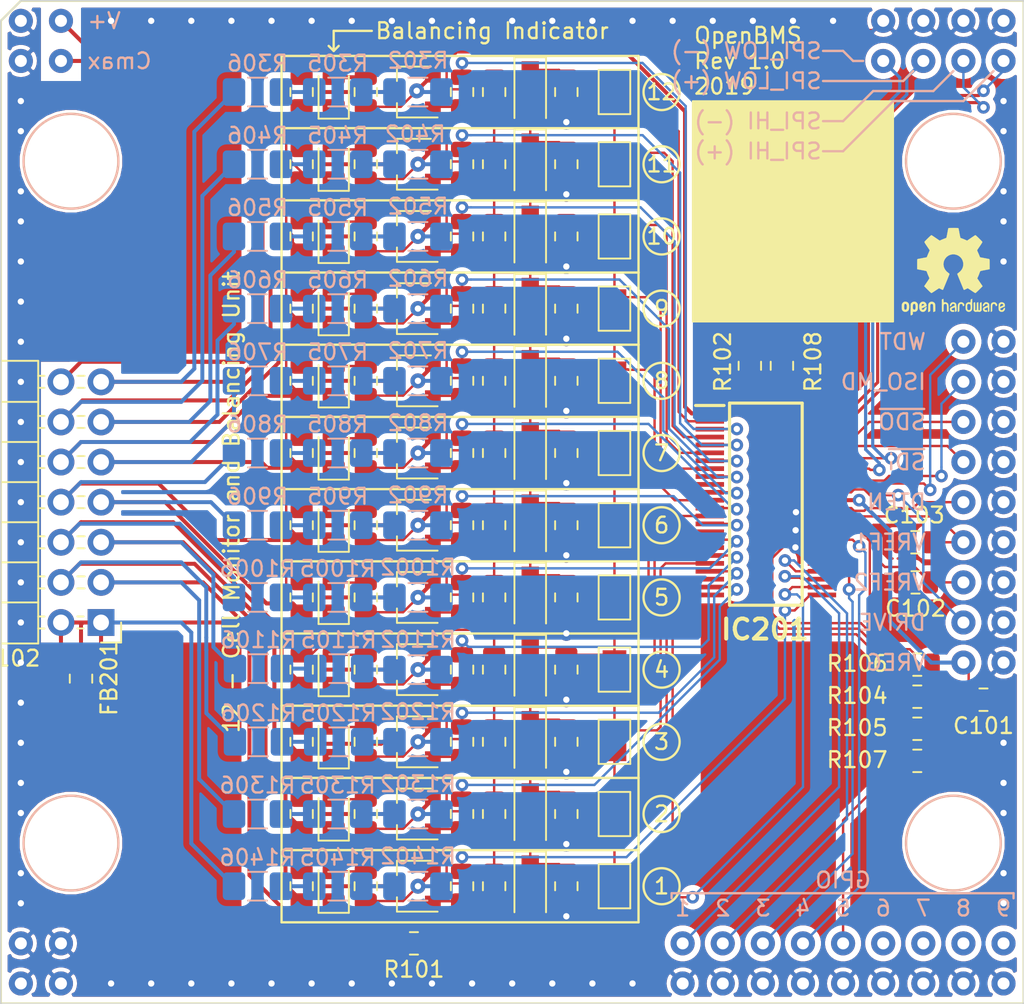
<source format=kicad_pcb>
(kicad_pcb (version 20171130) (host pcbnew 5.1.4-e60b266~84~ubuntu18.04.1)
  (layers (0 F.Cu signal hide) (31 B.Cu signal) (34 B.Paste user hide) (35 F.Paste user hide) (36 B.SilkS user hide) (37 F.SilkS user hide) (38 B.Mask user hide) (39 F.Mask user hide) (44 Edge.Cuts user))
  (net 0 "")
  (net 1 /VREG)
  (net 2 GND)
  (net 3 /VREF2)
  (net 4 /VREF1)
  (net 5 /C12)
  (net 6 /C11)
  (net 7 /C10)
  (net 8 /C9)
  (net 9 /C8)
  (net 10 /C7)
  (net 11 /C6)
  (net 12 /C5)
  (net 13 /C4)
  (net 14 /C3)
  (net 15 /C2)
  (net 16 /C1)
  (net 17 /C0)
  (net 18 "Net-(D301-Pad2)")
  (net 19 /C11_in)
  (net 20 "Net-(D401-Pad2)")
  (net 21 /C10_in)
  (net 22 /C9_in)
  (net 23 "Net-(D501-Pad2)")
  (net 24 "Net-(D601-Pad2)")
  (net 25 /C8_in)
  (net 26 /C7_in)
  (net 27 "Net-(D701-Pad2)")
  (net 28 /C6_in)
  (net 29 "Net-(D801-Pad2)")
  (net 30 /C5_in)
  (net 31 "Net-(D901-Pad2)")
  (net 32 "Net-(D1001-Pad2)")
  (net 33 /C4_in)
  (net 34 "Net-(D1101-Pad2)")
  (net 35 /C3_in)
  (net 36 /C2_in)
  (net 37 "Net-(D1201-Pad2)")
  (net 38 /C1_in)
  (net 39 "Net-(D1301-Pad2)")
  (net 40 "Net-(D1401-Pad2)")
  (net 41 /C12_in)
  (net 42 "Net-(Q301-Pad2)")
  (net 43 "Net-(Q301-Pad1)")
  (net 44 "Net-(Q401-Pad1)")
  (net 45 "Net-(Q401-Pad2)")
  (net 46 "Net-(Q501-Pad1)")
  (net 47 "Net-(Q501-Pad2)")
  (net 48 "Net-(Q601-Pad1)")
  (net 49 "Net-(Q601-Pad2)")
  (net 50 "Net-(Q701-Pad2)")
  (net 51 "Net-(Q701-Pad1)")
  (net 52 "Net-(Q801-Pad1)")
  (net 53 "Net-(Q801-Pad2)")
  (net 54 "Net-(Q901-Pad2)")
  (net 55 "Net-(Q901-Pad1)")
  (net 56 "Net-(Q1001-Pad1)")
  (net 57 "Net-(Q1001-Pad2)")
  (net 58 "Net-(Q1101-Pad1)")
  (net 59 "Net-(Q1101-Pad2)")
  (net 60 "Net-(Q1201-Pad2)")
  (net 61 "Net-(Q1201-Pad1)")
  (net 62 "Net-(Q1301-Pad2)")
  (net 63 "Net-(Q1301-Pad1)")
  (net 64 "Net-(Q1401-Pad2)")
  (net 65 "Net-(Q1401-Pad1)")
  (net 66 /IBIAS)
  (net 67 /WDT)
  (net 68 /~SDI)
  (net 69 /~SDO)
  (net 70 /GPIO5)
  (net 71 /ICMP)
  (net 72 /S12)
  (net 73 /S11)
  (net 74 /S10)
  (net 75 /S9)
  (net 76 /S8)
  (net 77 /S7)
  (net 78 /S6)
  (net 79 /S5)
  (net 80 /S4)
  (net 81 /S3)
  (net 82 /S2)
  (net 83 /S1)
  (net 84 /V+)
  (net 85 /GPIO1)
  (net 86 /GPIO2)
  (net 87 /GPIO3)
  (net 88 /GPIO4)
  (net 89 /DTEN)
  (net 90 /DRIVE)
  (net 91 /ISOMD)
  (net 92 "Net-(SHD201-PadGPIO9)")
  (net 93 "Net-(SHD201-PadGPIO8)")
  (net 94 "Net-(SHD201-PadGPIO7)")
  (net 95 "Net-(SHD201-PadGPIO6)")
  (net 96 /IL-)
  (net 97 /IL+)
  (net 98 /IH-)
  (net 99 /IH+)
  (net 100 "Net-(R302-Pad2)")
  (net 101 "Net-(R305-Pad2)")
  (net 102 "Net-(R402-Pad2)")
  (net 103 "Net-(R405-Pad2)")
  (net 104 "Net-(R502-Pad2)")
  (net 105 "Net-(R505-Pad2)")
  (net 106 "Net-(R602-Pad2)")
  (net 107 "Net-(R605-Pad2)")
  (net 108 "Net-(R702-Pad2)")
  (net 109 "Net-(R705-Pad2)")
  (net 110 "Net-(R802-Pad2)")
  (net 111 "Net-(R805-Pad2)")
  (net 112 "Net-(R902-Pad2)")
  (net 113 "Net-(R905-Pad2)")
  (net 114 "Net-(R1002-Pad2)")
  (net 115 "Net-(R1005-Pad2)")
  (net 116 "Net-(R1102-Pad2)")
  (net 117 "Net-(R1105-Pad2)")
  (net 118 "Net-(R1202-Pad2)")
  (net 119 "Net-(R1205-Pad2)")
  (net 120 "Net-(R1302-Pad2)")
  (net 121 "Net-(R1305-Pad2)")
  (net 122 "Net-(R1402-Pad2)")
  (net 123 "Net-(R1405-Pad2)")
  (net 124 /C0_in)
  (module Connector_PinHeader_2.54mm:PinHeader_2x07_P2.54mm_Horizontal (layer F.Cu) (at 116.205 108.585 180)
    (fp_text reference J102 (at 5.655 -2.27) (layer F.SilkS))
    (fp_text value Cells_1-12)
    (pad 1 thru_hole rect (at 0 0 180) (size 1.7 1.7) (drill 1) (layers *.Cu *.Mask) (net 124 /C0_in))
    (pad 2 thru_hole oval (at 2.54 0 180) (size 1.7 1.7) (drill 1) (layers *.Cu *.Mask) (net 124 /C0_in))
    (pad 3 thru_hole oval (at 0 2.54 180) (size 1.7 1.7) (drill 1) (layers *.Cu *.Mask) (net 38 /C1_in))
    (pad 4 thru_hole oval (at 2.54 2.54 180) (size 1.7 1.7) (drill 1) (layers *.Cu *.Mask) (net 36 /C2_in))
    (pad 5 thru_hole oval (at 0 5.08 180) (size 1.7 1.7) (drill 1) (layers *.Cu *.Mask) (net 35 /C3_in))
    (pad 6 thru_hole oval (at 2.54 5.08 180) (size 1.7 1.7) (drill 1) (layers *.Cu *.Mask) (net 33 /C4_in))
    (pad 7 thru_hole oval (at 0 7.62 180) (size 1.7 1.7) (drill 1) (layers *.Cu *.Mask) (net 30 /C5_in))
    (pad 8 thru_hole oval (at 2.54 7.62 180) (size 1.7 1.7) (drill 1) (layers *.Cu *.Mask) (net 28 /C6_in))
    (pad 9 thru_hole oval (at 0 10.16 180) (size 1.7 1.7) (drill 1) (layers *.Cu *.Mask) (net 26 /C7_in))
    (pad 10 thru_hole oval (at 2.54 10.16 180) (size 1.7 1.7) (drill 1) (layers *.Cu *.Mask) (net 25 /C8_in))
    (pad 11 thru_hole oval (at 0 12.7 180) (size 1.7 1.7) (drill 1) (layers *.Cu *.Mask) (net 22 /C9_in))
    (pad 12 thru_hole oval (at 2.54 12.7 180) (size 1.7 1.7) (drill 1) (layers *.Cu *.Mask) (net 21 /C10_in))
    (pad 13 thru_hole oval (at 0 15.24 180) (size 1.7 1.7) (drill 1) (layers *.Cu *.Mask) (net 19 /C11_in))
    (pad 14 thru_hole oval (at 2.54 15.24 180) (size 1.7 1.7) (drill 1) (layers *.Cu *.Mask) (net 41 /C12_in))
  )
  (module OpenBMS:OpenBMS_IO (layer F.Cu) (at 141.605 100.965)
    (fp_text reference SHD201 hide)
    (fp_text value OpenBMS_IO)
    (pad "" np_thru_hole circle (at 28.575 -21.59) (size 3 3) (drill 3) (layers *.Cu *.Mask) (clearance 1.75))
    (pad "" np_thru_hole circle (at 28.575 21.59) (size 3 3) (drill 3) (layers *.Cu *.Mask) (clearance 1.75))
    (pad "" np_thru_hole circle (at -27.305 21.59) (size 3 3) (drill 3) (layers *.Cu *.Mask) (clearance 1.75))
    (pad "" np_thru_hole circle (at -27.305 -21.59) (size 3 3) (drill 3) (layers *.Cu *.Mask) (clearance 1.75))
    (pad GND thru_hole circle (at -27.94 27.94) (size 1.524 1.524) (drill 0.762) (layers *.Cu *.Mask) (net 2 GND))
    (pad GND thru_hole circle (at -27.94 30.48) (size 1.524 1.524) (drill 0.762) (layers *.Cu *.Mask) (net 2 GND))
    (pad GND thru_hole circle (at -30.48 30.48) (size 1.524 1.524) (drill 0.762) (layers *.Cu *.Mask) (net 2 GND))
    (pad GND thru_hole circle (at -30.48 27.94) (size 1.524 1.524) (drill 0.762) (layers *.Cu *.Mask) (net 2 GND))
    (pad GND thru_hole circle (at -30.48 -27.94) (size 1.524 1.524) (drill 0.762) (layers *.Cu *.Mask) (net 2 GND))
    (pad GND thru_hole circle (at -30.48 -30.48) (size 1.524 1.524) (drill 0.762) (layers *.Cu *.Mask) (net 2 GND))
    (pad GND thru_hole circle (at 31.75 7.62 90) (size 1.524 1.524) (drill 0.762) (layers *.Cu *.Mask) (net 2 GND))
    (pad GND thru_hole circle (at 31.75 0 90) (size 1.524 1.524) (drill 0.762) (layers *.Cu *.Mask) (net 2 GND))
    (pad GND thru_hole circle (at 31.75 2.54 90) (size 1.524 1.524) (drill 0.762) (layers *.Cu *.Mask) (net 2 GND))
    (pad GND thru_hole circle (at 31.75 -5.08 90) (size 1.524 1.524) (drill 0.762) (layers *.Cu *.Mask) (net 2 GND))
    (pad GND thru_hole circle (at 31.75 10.16 90) (size 1.524 1.524) (drill 0.762) (layers *.Cu *.Mask) (net 2 GND))
    (pad GND thru_hole circle (at 31.75 -2.54 90) (size 1.524 1.524) (drill 0.762) (layers *.Cu *.Mask) (net 2 GND))
    (pad GND thru_hole circle (at 31.75 -7.62 90) (size 1.524 1.524) (drill 0.762) (layers *.Cu *.Mask) (net 2 GND))
    (pad GND thru_hole circle (at 31.75 -10.16 90) (size 1.524 1.524) (drill 0.762) (layers *.Cu *.Mask) (net 2 GND))
    (pad GND thru_hole circle (at 31.75 5.08 90) (size 1.524 1.524) (drill 0.762) (layers *.Cu *.Mask) (net 2 GND))
    (pad GND thru_hole circle (at 31.75 30.48) (size 1.524 1.524) (drill 0.762) (layers *.Cu *.Mask) (net 2 GND))
    (pad GND thru_hole circle (at 29.21 30.48) (size 1.524 1.524) (drill 0.762) (layers *.Cu *.Mask) (net 2 GND))
    (pad GND thru_hole circle (at 26.67 30.48) (size 1.524 1.524) (drill 0.762) (layers *.Cu *.Mask) (net 2 GND))
    (pad GND thru_hole circle (at 24.13 30.48) (size 1.524 1.524) (drill 0.762) (layers *.Cu *.Mask) (net 2 GND))
    (pad GND thru_hole circle (at 21.59 30.48) (size 1.524 1.524) (drill 0.762) (layers *.Cu *.Mask) (net 2 GND))
    (pad GND thru_hole circle (at 19.05 30.48) (size 1.524 1.524) (drill 0.762) (layers *.Cu *.Mask) (net 2 GND))
    (pad GND thru_hole circle (at 16.51 30.48) (size 1.524 1.524) (drill 0.762) (layers *.Cu *.Mask) (net 2 GND))
    (pad GND thru_hole circle (at 13.97 30.48) (size 1.524 1.524) (drill 0.762) (layers *.Cu *.Mask) (net 2 GND))
    (pad GND thru_hole circle (at 11.43 30.48) (size 1.524 1.524) (drill 0.762) (layers *.Cu *.Mask) (net 2 GND))
    (pad GPIO1 thru_hole circle (at 11.43 27.94) (size 1.524 1.524) (drill 0.762) (layers *.Cu *.Mask) (net 85 /GPIO1))
    (pad GPIO2 thru_hole circle (at 13.97 27.94) (size 1.524 1.524) (drill 0.762) (layers *.Cu *.Mask) (net 86 /GPIO2))
    (pad GPIO3 thru_hole circle (at 16.51 27.94) (size 1.524 1.524) (drill 0.762) (layers *.Cu *.Mask) (net 87 /GPIO3))
    (pad GPIO4 thru_hole circle (at 19.05 27.94) (size 1.524 1.524) (drill 0.762) (layers *.Cu *.Mask) (net 88 /GPIO4))
    (pad GPIO5 thru_hole circle (at 21.59 27.94) (size 1.524 1.524) (drill 0.762) (layers *.Cu *.Mask) (net 70 /GPIO5))
    (pad GPIO6 thru_hole circle (at 24.13 27.94) (size 1.524 1.524) (drill 0.762) (layers *.Cu *.Mask) (net 95 "Net-(SHD201-PadGPIO6)"))
    (pad GPIO7 thru_hole circle (at 26.67 27.94) (size 1.524 1.524) (drill 0.762) (layers *.Cu *.Mask) (net 94 "Net-(SHD201-PadGPIO7)"))
    (pad GPIO8 thru_hole circle (at 29.21 27.94) (size 1.524 1.524) (drill 0.762) (layers *.Cu *.Mask) (net 93 "Net-(SHD201-PadGPIO8)"))
    (pad GPIO9 thru_hole circle (at 31.75 27.94) (size 1.524 1.524) (drill 0.762) (layers *.Cu *.Mask) (net 92 "Net-(SHD201-PadGPIO9)"))
    (pad VREF1 thru_hole circle (at 29.21 2.54 90) (size 1.524 1.524) (drill 0.762) (layers *.Cu *.Mask) (net 4 /VREF1))
    (pad VREF2 thru_hole circle (at 29.21 5.08 90) (size 1.524 1.524) (drill 0.762) (layers *.Cu *.Mask) (net 3 /VREF2))
    (pad Cmax_in thru_hole circle (at -27.94 -27.94) (size 1.524 1.524) (drill 0.762) (layers *.Cu *.Mask) (net 5 /C12))
    (pad V+ thru_hole circle (at -27.94 -30.48) (size 1.524 1.524) (drill 0.762) (layers *.Cu *.Mask) (net 84 /V+))
    (pad DTEN thru_hole circle (at 29.21 0) (size 1.524 1.524) (drill 0.762) (layers *.Cu *.Mask) (net 89 /DTEN))
    (pad ~SDI thru_hole circle (at 29.21 -2.54) (size 1.524 1.524) (drill 0.762) (layers *.Cu *.Mask) (net 68 /~SDI))
    (pad ~SDO thru_hole circle (at 29.21 -5.08) (size 1.524 1.524) (drill 0.762) (layers *.Cu *.Mask) (net 69 /~SDO))
    (pad ISOMD thru_hole circle (at 29.21 -7.62) (size 1.524 1.524) (drill 0.762) (layers *.Cu *.Mask) (net 91 /ISOMD))
    (pad WDT thru_hole circle (at 29.21 -10.16) (size 1.524 1.524) (drill 0.762) (layers *.Cu *.Mask) (net 67 /WDT))
    (pad DRIVE thru_hole circle (at 29.21 7.62) (size 1.524 1.524) (drill 0.762) (layers *.Cu *.Mask) (net 90 /DRIVE))
    (pad VREG thru_hole circle (at 29.21 10.16) (size 1.524 1.524) (drill 0.762) (layers *.Cu *.Mask) (net 1 /VREG))
    (pad GND thru_hole circle (at 24.13 -30.48 180) (size 1.524 1.524) (drill 0.762) (layers *.Cu *.Mask) (net 2 GND))
    (pad GND thru_hole circle (at 26.67 -30.48 180) (size 1.524 1.524) (drill 0.762) (layers *.Cu *.Mask) (net 2 GND))
    (pad GND thru_hole circle (at 31.75 -30.48 180) (size 1.524 1.524) (drill 0.762) (layers *.Cu *.Mask) (net 2 GND))
    (pad GND thru_hole circle (at 29.21 -30.48 180) (size 1.524 1.524) (drill 0.762) (layers *.Cu *.Mask) (net 2 GND))
    (pad ILM thru_hole circle (at 24.13 -27.94 180) (size 1.524 1.524) (drill 0.762) (layers *.Cu *.Mask) (net 96 /IL-))
    (pad ILP thru_hole circle (at 26.67 -27.94 180) (size 1.524 1.524) (drill 0.762) (layers *.Cu *.Mask) (net 97 /IL+))
    (pad IHM thru_hole circle (at 29.21 -27.94 180) (size 1.524 1.524) (drill 0.762) (layers *.Cu *.Mask) (net 98 /IH-))
    (pad IHP thru_hole circle (at 31.75 -27.94 180) (size 1.524 1.524) (drill 0.762) (layers *.Cu *.Mask) (net 99 /IH+))
  )
  (module Symbol:OSHW-Logo2_7.3x6mm_SilkScreen (layer F.Cu) (at 170.18 86.36)
    (fp_text reference REF** hide)
    (fp_text value OSHW-Logo2_7.3x6mm_SilkScreen hide)
  )
  (module Diode_SMD:D_SOD-123F (layer F.Cu) (at 143.383 74.9935 270)
    (fp_text reference D302 hide)
    (fp_text value BAT46W)
    (pad 1 smd rect (at -1.4 0 270) (size 1.1 1.1) (layers F.Cu F.Paste F.Mask) (net 5 /C12))
    (pad 2 smd rect (at 1.4 0 270) (size 1.1 1.1) (layers F.Cu F.Paste F.Mask) (net 6 /C11))
  )
  (module Capacitor_SMD:C_0805_2012Metric (layer F.Cu) (at 172.085 113.4745)
    (fp_text reference C101 (at 0 1.651) (layer F.SilkS))
    (fp_text value 1u)
    (pad 1 smd roundrect (at -0.9375 0) (size 0.975 1.4) (layers F.Cu F.Paste F.Mask) (net 1 /VREG))
    (pad 2 smd roundrect (at 0.9375 0) (size 0.975 1.4) (layers F.Cu F.Paste F.Mask) (net 2 GND))
  )
  (module Capacitor_SMD:C_0805_2012Metric (layer F.Cu) (at 167.782 106.045 180)
    (fp_text reference C102 (at 0 -1.65) (layer F.SilkS))
    (fp_text value 1u)
    (pad 2 smd roundrect (at 0.9375 0 180) (size 0.975 1.4) (layers F.Cu F.Paste F.Mask) (net 2 GND))
    (pad 1 smd roundrect (at -0.9375 0 180) (size 0.975 1.4) (layers F.Cu F.Paste F.Mask) (net 3 /VREF2))
  )
  (module Capacitor_SMD:C_0805_2012Metric (layer F.Cu) (at 167.767 103.505 180)
    (fp_text reference C103 (at 0.0635 1.7145) (layer F.SilkS))
    (fp_text value 1u)
    (pad 2 smd roundrect (at 0.9375 0 180) (size 0.975 1.4) (layers F.Cu F.Paste F.Mask) (net 2 GND))
    (pad 1 smd roundrect (at -0.9375 0 180) (size 0.975 1.4) (layers F.Cu F.Paste F.Mask) (net 4 /VREF1))
  )
  (module Capacitor_SMD:C_0805_2012Metric (layer F.Cu) (at 145.669 74.9935 270)
    (fp_text reference C301 hide)
    (fp_text value 100n)
    (pad 1 smd roundrect (at -0.9375 0 270) (size 0.975 1.4) (layers F.Cu F.Paste F.Mask) (net 5 /C12))
    (pad 2 smd roundrect (at 0.9375 0 270) (size 0.975 1.4) (layers F.Cu F.Paste F.Mask) (net 2 GND))
  )
  (module Capacitor_SMD:C_0805_2012Metric (layer F.Cu) (at 141.097 74.9935 270)
    (fp_text reference C302 hide)
    (fp_text value 10n)
    (pad 1 smd roundrect (at -0.9375 0 270) (size 0.975 1.4) (layers F.Cu F.Paste F.Mask) (net 5 /C12))
    (pad 2 smd roundrect (at 0.9375 0 270) (size 0.975 1.4) (layers F.Cu F.Paste F.Mask) (net 6 /C11))
  )
  (module Capacitor_SMD:C_0805_2012Metric (layer F.Cu) (at 145.669 79.5655 270)
    (fp_text reference C401 hide)
    (fp_text value 100n)
    (pad 1 smd roundrect (at -0.9375 0 270) (size 0.975 1.4) (layers F.Cu F.Paste F.Mask) (net 6 /C11))
    (pad 2 smd roundrect (at 0.9375 0 270) (size 0.975 1.4) (layers F.Cu F.Paste F.Mask) (net 2 GND))
  )
  (module Capacitor_SMD:C_0805_2012Metric (layer F.Cu) (at 141.097 79.5655 270)
    (fp_text reference C402 hide)
    (fp_text value 10n)
    (pad 2 smd roundrect (at 0.9375 0 270) (size 0.975 1.4) (layers F.Cu F.Paste F.Mask) (net 7 /C10))
    (pad 1 smd roundrect (at -0.9375 0 270) (size 0.975 1.4) (layers F.Cu F.Paste F.Mask) (net 6 /C11))
  )
  (module Capacitor_SMD:C_0805_2012Metric (layer F.Cu) (at 145.669 84.1375 270)
    (fp_text reference C501 hide)
    (fp_text value 100n)
    (pad 2 smd roundrect (at 0.9375 0 270) (size 0.975 1.4) (layers F.Cu F.Paste F.Mask) (net 2 GND))
    (pad 1 smd roundrect (at -0.9375 0 270) (size 0.975 1.4) (layers F.Cu F.Paste F.Mask) (net 7 /C10))
  )
  (module Capacitor_SMD:C_0805_2012Metric (layer F.Cu) (at 141.097 84.1375 270)
    (fp_text reference C502 hide)
    (fp_text value 10n)
    (pad 1 smd roundrect (at -0.9375 0 270) (size 0.975 1.4) (layers F.Cu F.Paste F.Mask) (net 7 /C10))
    (pad 2 smd roundrect (at 0.9375 0 270) (size 0.975 1.4) (layers F.Cu F.Paste F.Mask) (net 8 /C9))
  )
  (module Capacitor_SMD:C_0805_2012Metric (layer F.Cu) (at 145.669 88.7095 270)
    (fp_text reference C601 hide)
    (fp_text value 100n)
    (pad 1 smd roundrect (at -0.9375 0 270) (size 0.975 1.4) (layers F.Cu F.Paste F.Mask) (net 8 /C9))
    (pad 2 smd roundrect (at 0.9375 0 270) (size 0.975 1.4) (layers F.Cu F.Paste F.Mask) (net 2 GND))
  )
  (module Capacitor_SMD:C_0805_2012Metric (layer F.Cu) (at 141.097 88.7095 270)
    (fp_text reference C602 hide)
    (fp_text value 10n)
    (pad 2 smd roundrect (at 0.9375 0 270) (size 0.975 1.4) (layers F.Cu F.Paste F.Mask) (net 9 /C8))
    (pad 1 smd roundrect (at -0.9375 0 270) (size 0.975 1.4) (layers F.Cu F.Paste F.Mask) (net 8 /C9))
  )
  (module Capacitor_SMD:C_0805_2012Metric (layer F.Cu) (at 145.669 93.2815 270)
    (fp_text reference C701 hide)
    (fp_text value 100n)
    (pad 1 smd roundrect (at -0.9375 0 270) (size 0.975 1.4) (layers F.Cu F.Paste F.Mask) (net 9 /C8))
    (pad 2 smd roundrect (at 0.9375 0 270) (size 0.975 1.4) (layers F.Cu F.Paste F.Mask) (net 2 GND))
  )
  (module Capacitor_SMD:C_0805_2012Metric (layer F.Cu) (at 141.097 93.2815 270)
    (fp_text reference C702 hide)
    (fp_text value 10n)
    (pad 2 smd roundrect (at 0.9375 0 270) (size 0.975 1.4) (layers F.Cu F.Paste F.Mask) (net 10 /C7))
    (pad 1 smd roundrect (at -0.9375 0 270) (size 0.975 1.4) (layers F.Cu F.Paste F.Mask) (net 9 /C8))
  )
  (module Capacitor_SMD:C_0805_2012Metric (layer F.Cu) (at 145.669 97.8535 270)
    (fp_text reference C801 hide)
    (fp_text value 100n)
    (pad 2 smd roundrect (at 0.9375 0 270) (size 0.975 1.4) (layers F.Cu F.Paste F.Mask) (net 2 GND))
    (pad 1 smd roundrect (at -0.9375 0 270) (size 0.975 1.4) (layers F.Cu F.Paste F.Mask) (net 10 /C7))
  )
  (module Capacitor_SMD:C_0805_2012Metric (layer F.Cu) (at 141.097 97.8535 270)
    (fp_text reference C802 hide)
    (fp_text value 10n)
    (pad 1 smd roundrect (at -0.9375 0 270) (size 0.975 1.4) (layers F.Cu F.Paste F.Mask) (net 10 /C7))
    (pad 2 smd roundrect (at 0.9375 0 270) (size 0.975 1.4) (layers F.Cu F.Paste F.Mask) (net 11 /C6))
  )
  (module Capacitor_SMD:C_0805_2012Metric (layer F.Cu) (at 145.669 102.4255 270)
    (fp_text reference C901 hide)
    (fp_text value 100n)
    (pad 2 smd roundrect (at 0.9375 0 270) (size 0.975 1.4) (layers F.Cu F.Paste F.Mask) (net 2 GND))
    (pad 1 smd roundrect (at -0.9375 0 270) (size 0.975 1.4) (layers F.Cu F.Paste F.Mask) (net 11 /C6))
  )
  (module Capacitor_SMD:C_0805_2012Metric (layer F.Cu) (at 141.097 102.4255 270)
    (fp_text reference C902 hide)
    (fp_text value 10n)
    (pad 2 smd roundrect (at 0.9375 0 270) (size 0.975 1.4) (layers F.Cu F.Paste F.Mask) (net 12 /C5))
    (pad 1 smd roundrect (at -0.9375 0 270) (size 0.975 1.4) (layers F.Cu F.Paste F.Mask) (net 11 /C6))
  )
  (module Capacitor_SMD:C_0805_2012Metric (layer F.Cu) (at 145.669 106.9975 270)
    (fp_text reference C1001 hide)
    (fp_text value 100n)
    (pad 1 smd roundrect (at -0.9375 0 270) (size 0.975 1.4) (layers F.Cu F.Paste F.Mask) (net 12 /C5))
    (pad 2 smd roundrect (at 0.9375 0 270) (size 0.975 1.4) (layers F.Cu F.Paste F.Mask) (net 2 GND))
  )
  (module Capacitor_SMD:C_0805_2012Metric (layer F.Cu) (at 141.097 106.9975 270)
    (fp_text reference C1002 hide)
    (fp_text value 10n)
    (pad 1 smd roundrect (at -0.9375 0 270) (size 0.975 1.4) (layers F.Cu F.Paste F.Mask) (net 12 /C5))
    (pad 2 smd roundrect (at 0.9375 0 270) (size 0.975 1.4) (layers F.Cu F.Paste F.Mask) (net 13 /C4))
  )
  (module Capacitor_SMD:C_0805_2012Metric (layer F.Cu) (at 145.669 111.5695 270)
    (fp_text reference C1101 hide)
    (fp_text value 100n)
    (pad 2 smd roundrect (at 0.9375 0 270) (size 0.975 1.4) (layers F.Cu F.Paste F.Mask) (net 2 GND))
    (pad 1 smd roundrect (at -0.9375 0 270) (size 0.975 1.4) (layers F.Cu F.Paste F.Mask) (net 13 /C4))
  )
  (module Capacitor_SMD:C_0805_2012Metric (layer F.Cu) (at 141.097 111.5695 270)
    (fp_text reference C1102 hide)
    (fp_text value 10n)
    (pad 1 smd roundrect (at -0.9375 0 270) (size 0.975 1.4) (layers F.Cu F.Paste F.Mask) (net 13 /C4))
    (pad 2 smd roundrect (at 0.9375 0 270) (size 0.975 1.4) (layers F.Cu F.Paste F.Mask) (net 14 /C3))
  )
  (module Capacitor_SMD:C_0805_2012Metric (layer F.Cu) (at 145.669 116.1415 270)
    (fp_text reference C1201 hide)
    (fp_text value 100n)
    (pad 1 smd roundrect (at -0.9375 0 270) (size 0.975 1.4) (layers F.Cu F.Paste F.Mask) (net 14 /C3))
    (pad 2 smd roundrect (at 0.9375 0 270) (size 0.975 1.4) (layers F.Cu F.Paste F.Mask) (net 2 GND))
  )
  (module Capacitor_SMD:C_0805_2012Metric (layer F.Cu) (at 141.097 116.1415 270)
    (fp_text reference C1202 hide)
    (fp_text value 10n)
    (pad 2 smd roundrect (at 0.9375 0 270) (size 0.975 1.4) (layers F.Cu F.Paste F.Mask) (net 15 /C2))
    (pad 1 smd roundrect (at -0.9375 0 270) (size 0.975 1.4) (layers F.Cu F.Paste F.Mask) (net 14 /C3))
  )
  (module Capacitor_SMD:C_0805_2012Metric (layer F.Cu) (at 145.669 120.7135 270)
    (fp_text reference C1301 hide)
    (fp_text value 100n)
    (pad 1 smd roundrect (at -0.9375 0 270) (size 0.975 1.4) (layers F.Cu F.Paste F.Mask) (net 15 /C2))
    (pad 2 smd roundrect (at 0.9375 0 270) (size 0.975 1.4) (layers F.Cu F.Paste F.Mask) (net 2 GND))
  )
  (module Capacitor_SMD:C_0805_2012Metric (layer F.Cu) (at 141.097 120.7135 270)
    (fp_text reference C1302 hide)
    (fp_text value 10n)
    (pad 2 smd roundrect (at 0.9375 0 270) (size 0.975 1.4) (layers F.Cu F.Paste F.Mask) (net 16 /C1))
    (pad 1 smd roundrect (at -0.9375 0 270) (size 0.975 1.4) (layers F.Cu F.Paste F.Mask) (net 15 /C2))
  )
  (module Capacitor_SMD:C_0805_2012Metric (layer F.Cu) (at 141.097 125.2855 270)
    (fp_text reference C1402 hide)
    (fp_text value 10n)
    (pad 2 smd roundrect (at 0.9375 0 270) (size 0.975 1.4) (layers F.Cu F.Paste F.Mask) (net 17 /C0))
    (pad 1 smd roundrect (at -0.9375 0 270) (size 0.975 1.4) (layers F.Cu F.Paste F.Mask) (net 16 /C1))
  )
  (module LED_SMD:LED_0805_2012Metric (layer F.Cu) (at 130.937 74.9935 90)
    (fp_text reference D301 hide)
    (fp_text value LED)
    (pad 2 smd roundrect (at 0.9375 0 90) (size 0.975 1.4) (layers F.Cu F.Paste F.Mask) (net 18 "Net-(D301-Pad2)"))
    (pad 1 smd roundrect (at -0.9375 0 90) (size 0.975 1.4) (layers F.Cu F.Paste F.Mask) (net 19 /C11_in))
  )
  (module LED_SMD:LED_0805_2012Metric (layer F.Cu) (at 130.937 79.5655 90)
    (fp_text reference D401 hide)
    (fp_text value LED)
    (pad 2 smd roundrect (at 0.9375 0 90) (size 0.975 1.4) (layers F.Cu F.Paste F.Mask) (net 20 "Net-(D401-Pad2)"))
    (pad 1 smd roundrect (at -0.9375 0 90) (size 0.975 1.4) (layers F.Cu F.Paste F.Mask) (net 21 /C10_in))
  )
  (module Diode_SMD:D_SOD-123F (layer F.Cu) (at 143.383 79.5655 270)
    (fp_text reference D402 hide)
    (fp_text value BAT46W)
    (pad 2 smd rect (at 1.4 0 270) (size 1.1 1.1) (layers F.Cu F.Paste F.Mask) (net 7 /C10))
    (pad 1 smd rect (at -1.4 0 270) (size 1.1 1.1) (layers F.Cu F.Paste F.Mask) (net 6 /C11))
  )
  (module LED_SMD:LED_0805_2012Metric (layer F.Cu) (at 130.937 84.1375 90)
    (fp_text reference D501 hide)
    (fp_text value LED)
    (pad 1 smd roundrect (at -0.9375 0 90) (size 0.975 1.4) (layers F.Cu F.Paste F.Mask) (net 22 /C9_in))
    (pad 2 smd roundrect (at 0.9375 0 90) (size 0.975 1.4) (layers F.Cu F.Paste F.Mask) (net 23 "Net-(D501-Pad2)"))
  )
  (module Diode_SMD:D_SOD-123F (layer F.Cu) (at 143.383 84.1375 270)
    (fp_text reference D502 hide)
    (fp_text value BAT46W)
    (pad 2 smd rect (at 1.4 0 270) (size 1.1 1.1) (layers F.Cu F.Paste F.Mask) (net 8 /C9))
    (pad 1 smd rect (at -1.4 0 270) (size 1.1 1.1) (layers F.Cu F.Paste F.Mask) (net 7 /C10))
  )
  (module LED_SMD:LED_0805_2012Metric (layer F.Cu) (at 130.937 88.7095 90)
    (fp_text reference D601 hide)
    (fp_text value LED)
    (pad 2 smd roundrect (at 0.9375 0 90) (size 0.975 1.4) (layers F.Cu F.Paste F.Mask) (net 24 "Net-(D601-Pad2)"))
    (pad 1 smd roundrect (at -0.9375 0 90) (size 0.975 1.4) (layers F.Cu F.Paste F.Mask) (net 25 /C8_in))
  )
  (module Diode_SMD:D_SOD-123F (layer F.Cu) (at 143.383 88.7095 270)
    (fp_text reference D602 hide)
    (fp_text value BAT46W)
    (pad 1 smd rect (at -1.4 0 270) (size 1.1 1.1) (layers F.Cu F.Paste F.Mask) (net 8 /C9))
    (pad 2 smd rect (at 1.4 0 270) (size 1.1 1.1) (layers F.Cu F.Paste F.Mask) (net 9 /C8))
  )
  (module LED_SMD:LED_0805_2012Metric (layer F.Cu) (at 130.937 93.2815 90)
    (fp_text reference D701 hide)
    (fp_text value LED)
    (pad 1 smd roundrect (at -0.9375 0 90) (size 0.975 1.4) (layers F.Cu F.Paste F.Mask) (net 26 /C7_in))
    (pad 2 smd roundrect (at 0.9375 0 90) (size 0.975 1.4) (layers F.Cu F.Paste F.Mask) (net 27 "Net-(D701-Pad2)"))
  )
  (module Diode_SMD:D_SOD-123F (layer F.Cu) (at 143.383 93.2815 270)
    (fp_text reference D702 hide)
    (fp_text value BAT46W)
    (pad 1 smd rect (at -1.4 0 270) (size 1.1 1.1) (layers F.Cu F.Paste F.Mask) (net 9 /C8))
    (pad 2 smd rect (at 1.4 0 270) (size 1.1 1.1) (layers F.Cu F.Paste F.Mask) (net 10 /C7))
  )
  (module LED_SMD:LED_0805_2012Metric (layer F.Cu) (at 130.937 97.8535 90)
    (fp_text reference D801 hide)
    (fp_text value LED)
    (pad 1 smd roundrect (at -0.9375 0 90) (size 0.975 1.4) (layers F.Cu F.Paste F.Mask) (net 28 /C6_in))
    (pad 2 smd roundrect (at 0.9375 0 90) (size 0.975 1.4) (layers F.Cu F.Paste F.Mask) (net 29 "Net-(D801-Pad2)"))
  )
  (module Diode_SMD:D_SOD-123F (layer F.Cu) (at 143.383 97.8535 270)
    (fp_text reference D802 hide)
    (fp_text value BAT46W)
    (pad 1 smd rect (at -1.4 0 270) (size 1.1 1.1) (layers F.Cu F.Paste F.Mask) (net 10 /C7))
    (pad 2 smd rect (at 1.4 0 270) (size 1.1 1.1) (layers F.Cu F.Paste F.Mask) (net 11 /C6))
  )
  (module LED_SMD:LED_0805_2012Metric (layer F.Cu) (at 130.937 102.4255 90)
    (fp_text reference D901 hide)
    (fp_text value LED)
    (pad 1 smd roundrect (at -0.9375 0 90) (size 0.975 1.4) (layers F.Cu F.Paste F.Mask) (net 30 /C5_in))
    (pad 2 smd roundrect (at 0.9375 0 90) (size 0.975 1.4) (layers F.Cu F.Paste F.Mask) (net 31 "Net-(D901-Pad2)"))
  )
  (module Diode_SMD:D_SOD-123F (layer F.Cu) (at 143.383 102.4255 270)
    (fp_text reference D902 hide)
    (fp_text value BAT46W)
    (pad 2 smd rect (at 1.4 0 270) (size 1.1 1.1) (layers F.Cu F.Paste F.Mask) (net 12 /C5))
    (pad 1 smd rect (at -1.4 0 270) (size 1.1 1.1) (layers F.Cu F.Paste F.Mask) (net 11 /C6))
  )
  (module LED_SMD:LED_0805_2012Metric (layer F.Cu) (at 130.937 106.9975 90)
    (fp_text reference D1001 hide)
    (fp_text value LED)
    (pad 2 smd roundrect (at 0.9375 0 90) (size 0.975 1.4) (layers F.Cu F.Paste F.Mask) (net 32 "Net-(D1001-Pad2)"))
    (pad 1 smd roundrect (at -0.9375 0 90) (size 0.975 1.4) (layers F.Cu F.Paste F.Mask) (net 33 /C4_in))
  )
  (module Diode_SMD:D_SOD-123F (layer F.Cu) (at 143.383 106.9975 270)
    (fp_text reference D1002 hide)
    (fp_text value BAT46W)
    (pad 2 smd rect (at 1.4 0 270) (size 1.1 1.1) (layers F.Cu F.Paste F.Mask) (net 13 /C4))
    (pad 1 smd rect (at -1.4 0 270) (size 1.1 1.1) (layers F.Cu F.Paste F.Mask) (net 12 /C5))
  )
  (module LED_SMD:LED_0805_2012Metric (layer F.Cu) (at 130.937 111.5695 90)
    (fp_text reference D1101 hide)
    (fp_text value LED)
    (pad 2 smd roundrect (at 0.9375 0 90) (size 0.975 1.4) (layers F.Cu F.Paste F.Mask) (net 34 "Net-(D1101-Pad2)"))
    (pad 1 smd roundrect (at -0.9375 0 90) (size 0.975 1.4) (layers F.Cu F.Paste F.Mask) (net 35 /C3_in))
  )
  (module Diode_SMD:D_SOD-123F (layer F.Cu) (at 143.383 111.5695 270)
    (fp_text reference D1102 hide)
    (fp_text value BAT46W)
    (pad 2 smd rect (at 1.4 0 270) (size 1.1 1.1) (layers F.Cu F.Paste F.Mask) (net 14 /C3))
    (pad 1 smd rect (at -1.4 0 270) (size 1.1 1.1) (layers F.Cu F.Paste F.Mask) (net 13 /C4))
  )
  (module LED_SMD:LED_0805_2012Metric (layer F.Cu) (at 130.937 116.1415 90)
    (fp_text reference D1201 hide)
    (fp_text value LED)
    (pad 1 smd roundrect (at -0.9375 0 90) (size 0.975 1.4) (layers F.Cu F.Paste F.Mask) (net 36 /C2_in))
    (pad 2 smd roundrect (at 0.9375 0 90) (size 0.975 1.4) (layers F.Cu F.Paste F.Mask) (net 37 "Net-(D1201-Pad2)"))
  )
  (module Diode_SMD:D_SOD-123F (layer F.Cu) (at 143.383 116.1415 270)
    (fp_text reference D1202 hide)
    (fp_text value BAT46W)
    (pad 1 smd rect (at -1.4 0 270) (size 1.1 1.1) (layers F.Cu F.Paste F.Mask) (net 14 /C3))
    (pad 2 smd rect (at 1.4 0 270) (size 1.1 1.1) (layers F.Cu F.Paste F.Mask) (net 15 /C2))
  )
  (module LED_SMD:LED_0805_2012Metric (layer F.Cu) (at 130.937 120.7135 90)
    (fp_text reference D1301 hide)
    (fp_text value LED)
    (pad 1 smd roundrect (at -0.9375 0 90) (size 0.975 1.4) (layers F.Cu F.Paste F.Mask) (net 38 /C1_in))
    (pad 2 smd roundrect (at 0.9375 0 90) (size 0.975 1.4) (layers F.Cu F.Paste F.Mask) (net 39 "Net-(D1301-Pad2)"))
  )
  (module Diode_SMD:D_SOD-123F (layer F.Cu) (at 143.383 120.7135 270)
    (fp_text reference D1302 hide)
    (fp_text value BAT46W)
    (pad 1 smd rect (at -1.4 0 270) (size 1.1 1.1) (layers F.Cu F.Paste F.Mask) (net 15 /C2))
    (pad 2 smd rect (at 1.4 0 270) (size 1.1 1.1) (layers F.Cu F.Paste F.Mask) (net 16 /C1))
  )
  (module LED_SMD:LED_0805_2012Metric (layer F.Cu) (at 130.937 125.2855 90)
    (fp_text reference D1401 hide)
    (fp_text value LED)
    (pad 2 smd roundrect (at 0.9375 0 90) (size 0.975 1.4) (layers F.Cu F.Paste F.Mask) (net 40 "Net-(D1401-Pad2)"))
    (pad 1 smd roundrect (at -0.9375 0 90) (size 0.975 1.4) (layers F.Cu F.Paste F.Mask) (net 124 /C0_in))
  )
  (module Diode_SMD:D_SOD-123F (layer F.Cu) (at 143.383 125.2855 270)
    (fp_text reference D1402 hide)
    (fp_text value BAT46W)
    (pad 2 smd rect (at 1.4 0 270) (size 1.1 1.1) (layers F.Cu F.Paste F.Mask) (net 17 /C0))
    (pad 1 smd rect (at -1.4 0 270) (size 1.1 1.1) (layers F.Cu F.Paste F.Mask) (net 16 /C1))
  )
  (module Resistor_SMD:R_0805_2012Metric (layer F.Cu) (at 114.935 112.141 270)
    (fp_text reference FB201 (at 0 -1.778 90) (layer F.SilkS))
    (fp_text value Ferrite_Bead)
    (pad 1 smd roundrect (at -0.9375 0 270) (size 0.975 1.4) (layers F.Cu F.Paste F.Mask) (net 124 /C0_in))
    (pad 2 smd roundrect (at 0.9375 0 270) (size 0.975 1.4) (layers F.Cu F.Paste F.Mask) (net 2 GND))
  )
  (module Jumper:SolderJumper-2_P1.3mm_Open_TrianglePad1.0x1.5mm (layer F.Cu) (at 148.717 74.9935 270)
    (fp_text reference JP301 hide)
    (fp_text value Cell_Bypass)
    (pad 2 smd custom (at 0.725 0 270) (size 0.3 0.3) (layers F.Cu F.Mask) (net 6 /C11) (options (clearance outline) (anchor rect)) (primitives (gr_poly (pts (xy -0.65 -0.75) (xy 0.5 -0.75) (xy 0.5 0.75) (xy -0.65 0.75) (xy -0.15 0)) (width 0))))
    (pad 1 smd custom (at -0.725 0 270) (size 0.3 0.3) (layers F.Cu F.Mask) (net 5 /C12) (options (clearance outline) (anchor rect)) (primitives (gr_poly (pts (xy -0.5 -0.75) (xy 0.5 -0.75) (xy 1 0) (xy 0.5 0.75) (xy -0.5 0.75)) (width 0))))
  )
  (module Jumper:SolderJumper-2_P1.3mm_Open_TrianglePad1.0x1.5mm (layer F.Cu) (at 148.717 79.5655 270)
    (fp_text reference JP401 hide)
    (fp_text value Cell_Bypass)
    (pad 1 smd custom (at -0.725 0 270) (size 0.3 0.3) (layers F.Cu F.Mask) (net 6 /C11) (options (clearance outline) (anchor rect)) (primitives (gr_poly (pts (xy -0.5 -0.75) (xy 0.5 -0.75) (xy 1 0) (xy 0.5 0.75) (xy -0.5 0.75)) (width 0))))
    (pad 2 smd custom (at 0.725 0 270) (size 0.3 0.3) (layers F.Cu F.Mask) (net 7 /C10) (options (clearance outline) (anchor rect)) (primitives (gr_poly (pts (xy -0.65 -0.75) (xy 0.5 -0.75) (xy 0.5 0.75) (xy -0.65 0.75) (xy -0.15 0)) (width 0))))
  )
  (module Jumper:SolderJumper-2_P1.3mm_Open_TrianglePad1.0x1.5mm (layer F.Cu) (at 148.717 84.1375 270)
    (fp_text reference JP501 hide)
    (fp_text value Cell_Bypass)
    (pad 1 smd custom (at -0.725 0 270) (size 0.3 0.3) (layers F.Cu F.Mask) (net 7 /C10) (options (clearance outline) (anchor rect)) (primitives (gr_poly (pts (xy -0.5 -0.75) (xy 0.5 -0.75) (xy 1 0) (xy 0.5 0.75) (xy -0.5 0.75)) (width 0))))
    (pad 2 smd custom (at 0.725 0 270) (size 0.3 0.3) (layers F.Cu F.Mask) (net 8 /C9) (options (clearance outline) (anchor rect)) (primitives (gr_poly (pts (xy -0.65 -0.75) (xy 0.5 -0.75) (xy 0.5 0.75) (xy -0.65 0.75) (xy -0.15 0)) (width 0))))
  )
  (module Jumper:SolderJumper-2_P1.3mm_Open_TrianglePad1.0x1.5mm (layer F.Cu) (at 148.717 88.7095 270)
    (fp_text reference JP601 hide)
    (fp_text value Cell_Bypass)
    (pad 2 smd custom (at 0.725 0 270) (size 0.3 0.3) (layers F.Cu F.Mask) (net 9 /C8) (options (clearance outline) (anchor rect)) (primitives (gr_poly (pts (xy -0.65 -0.75) (xy 0.5 -0.75) (xy 0.5 0.75) (xy -0.65 0.75) (xy -0.15 0)) (width 0))))
    (pad 1 smd custom (at -0.725 0 270) (size 0.3 0.3) (layers F.Cu F.Mask) (net 8 /C9) (options (clearance outline) (anchor rect)) (primitives (gr_poly (pts (xy -0.5 -0.75) (xy 0.5 -0.75) (xy 1 0) (xy 0.5 0.75) (xy -0.5 0.75)) (width 0))))
  )
  (module Jumper:SolderJumper-2_P1.3mm_Open_TrianglePad1.0x1.5mm (layer F.Cu) (at 148.717 93.2815 270)
    (fp_text reference JP701 hide)
    (fp_text value Cell_Bypass)
    (pad 2 smd custom (at 0.725 0 270) (size 0.3 0.3) (layers F.Cu F.Mask) (net 10 /C7) (options (clearance outline) (anchor rect)) (primitives (gr_poly (pts (xy -0.65 -0.75) (xy 0.5 -0.75) (xy 0.5 0.75) (xy -0.65 0.75) (xy -0.15 0)) (width 0))))
    (pad 1 smd custom (at -0.725 0 270) (size 0.3 0.3) (layers F.Cu F.Mask) (net 9 /C8) (options (clearance outline) (anchor rect)) (primitives (gr_poly (pts (xy -0.5 -0.75) (xy 0.5 -0.75) (xy 1 0) (xy 0.5 0.75) (xy -0.5 0.75)) (width 0))))
  )
  (module Jumper:SolderJumper-2_P1.3mm_Open_TrianglePad1.0x1.5mm (layer F.Cu) (at 148.717 97.8535 270)
    (fp_text reference JP801 hide)
    (fp_text value Cell_Bypass)
    (pad 1 smd custom (at -0.725 0 270) (size 0.3 0.3) (layers F.Cu F.Mask) (net 10 /C7) (options (clearance outline) (anchor rect)) (primitives (gr_poly (pts (xy -0.5 -0.75) (xy 0.5 -0.75) (xy 1 0) (xy 0.5 0.75) (xy -0.5 0.75)) (width 0))))
    (pad 2 smd custom (at 0.725 0 270) (size 0.3 0.3) (layers F.Cu F.Mask) (net 11 /C6) (options (clearance outline) (anchor rect)) (primitives (gr_poly (pts (xy -0.65 -0.75) (xy 0.5 -0.75) (xy 0.5 0.75) (xy -0.65 0.75) (xy -0.15 0)) (width 0))))
  )
  (module Jumper:SolderJumper-2_P1.3mm_Open_TrianglePad1.0x1.5mm (layer F.Cu) (at 148.717 102.4255 270)
    (fp_text reference JP901 hide)
    (fp_text value Cell_Bypass)
    (pad 1 smd custom (at -0.725 0 270) (size 0.3 0.3) (layers F.Cu F.Mask) (net 11 /C6) (options (clearance outline) (anchor rect)) (primitives (gr_poly (pts (xy -0.5 -0.75) (xy 0.5 -0.75) (xy 1 0) (xy 0.5 0.75) (xy -0.5 0.75)) (width 0))))
    (pad 2 smd custom (at 0.725 0 270) (size 0.3 0.3) (layers F.Cu F.Mask) (net 12 /C5) (options (clearance outline) (anchor rect)) (primitives (gr_poly (pts (xy -0.65 -0.75) (xy 0.5 -0.75) (xy 0.5 0.75) (xy -0.65 0.75) (xy -0.15 0)) (width 0))))
  )
  (module Jumper:SolderJumper-2_P1.3mm_Open_TrianglePad1.0x1.5mm (layer F.Cu) (at 148.717 106.9975 270)
    (fp_text reference JP1001 hide)
    (fp_text value Cell_Bypass)
    (pad 2 smd custom (at 0.725 0 270) (size 0.3 0.3) (layers F.Cu F.Mask) (net 13 /C4) (options (clearance outline) (anchor rect)) (primitives (gr_poly (pts (xy -0.65 -0.75) (xy 0.5 -0.75) (xy 0.5 0.75) (xy -0.65 0.75) (xy -0.15 0)) (width 0))))
    (pad 1 smd custom (at -0.725 0 270) (size 0.3 0.3) (layers F.Cu F.Mask) (net 12 /C5) (options (clearance outline) (anchor rect)) (primitives (gr_poly (pts (xy -0.5 -0.75) (xy 0.5 -0.75) (xy 1 0) (xy 0.5 0.75) (xy -0.5 0.75)) (width 0))))
  )
  (module Jumper:SolderJumper-2_P1.3mm_Open_TrianglePad1.0x1.5mm (layer F.Cu) (at 148.717 111.5695 270)
    (fp_text reference JP1101 hide)
    (fp_text value Cell_Bypass)
    (pad 1 smd custom (at -0.725 0 270) (size 0.3 0.3) (layers F.Cu F.Mask) (net 13 /C4) (options (clearance outline) (anchor rect)) (primitives (gr_poly (pts (xy -0.5 -0.75) (xy 0.5 -0.75) (xy 1 0) (xy 0.5 0.75) (xy -0.5 0.75)) (width 0))))
    (pad 2 smd custom (at 0.725 0 270) (size 0.3 0.3) (layers F.Cu F.Mask) (net 14 /C3) (options (clearance outline) (anchor rect)) (primitives (gr_poly (pts (xy -0.65 -0.75) (xy 0.5 -0.75) (xy 0.5 0.75) (xy -0.65 0.75) (xy -0.15 0)) (width 0))))
  )
  (module Jumper:SolderJumper-2_P1.3mm_Open_TrianglePad1.0x1.5mm (layer F.Cu) (at 148.717 116.1415 270)
    (fp_text reference JP1201 hide)
    (fp_text value Cell_Bypass)
    (pad 2 smd custom (at 0.725 0 270) (size 0.3 0.3) (layers F.Cu F.Mask) (net 15 /C2) (options (clearance outline) (anchor rect)) (primitives (gr_poly (pts (xy -0.65 -0.75) (xy 0.5 -0.75) (xy 0.5 0.75) (xy -0.65 0.75) (xy -0.15 0)) (width 0))))
    (pad 1 smd custom (at -0.725 0 270) (size 0.3 0.3) (layers F.Cu F.Mask) (net 14 /C3) (options (clearance outline) (anchor rect)) (primitives (gr_poly (pts (xy -0.5 -0.75) (xy 0.5 -0.75) (xy 1 0) (xy 0.5 0.75) (xy -0.5 0.75)) (width 0))))
  )
  (module Jumper:SolderJumper-2_P1.3mm_Open_TrianglePad1.0x1.5mm (layer F.Cu) (at 148.717 120.7135 270)
    (fp_text reference JP1301 hide)
    (fp_text value Cell_Bypass)
    (pad 1 smd custom (at -0.725 0 270) (size 0.3 0.3) (layers F.Cu F.Mask) (net 15 /C2) (options (clearance outline) (anchor rect)) (primitives (gr_poly (pts (xy -0.5 -0.75) (xy 0.5 -0.75) (xy 1 0) (xy 0.5 0.75) (xy -0.5 0.75)) (width 0))))
    (pad 2 smd custom (at 0.725 0 270) (size 0.3 0.3) (layers F.Cu F.Mask) (net 16 /C1) (options (clearance outline) (anchor rect)) (primitives (gr_poly (pts (xy -0.65 -0.75) (xy 0.5 -0.75) (xy 0.5 0.75) (xy -0.65 0.75) (xy -0.15 0)) (width 0))))
  )
  (module Jumper:SolderJumper-2_P1.3mm_Open_TrianglePad1.0x1.5mm (layer F.Cu) (at 148.717 125.2855 270)
    (fp_text reference JP1401 hide)
    (fp_text value Cell_Bypass)
    (pad 2 smd custom (at 0.725 0 270) (size 0.3 0.3) (layers F.Cu F.Mask) (net 17 /C0) (options (clearance outline) (anchor rect)) (primitives (gr_poly (pts (xy -0.65 -0.75) (xy 0.5 -0.75) (xy 0.5 0.75) (xy -0.65 0.75) (xy -0.15 0)) (width 0))))
    (pad 1 smd custom (at -0.725 0 270) (size 0.3 0.3) (layers F.Cu F.Mask) (net 16 /C1) (options (clearance outline) (anchor rect)) (primitives (gr_poly (pts (xy -0.5 -0.75) (xy 0.5 -0.75) (xy 1 0) (xy 0.5 0.75) (xy -0.5 0.75)) (width 0))))
  )
  (module Package_TO_SOT_SMD:SOT-23W (layer F.Cu) (at 136.017 74.9935 180)
    (fp_text reference Q301 hide)
    (fp_text value BSS308PE)
    (pad 3 smd rect (at 1.2 0 180) (size 1 0.7) (layers F.Cu F.Paste F.Mask) (net 41 /C12_in))
    (pad 2 smd rect (at -1.2 0.95 180) (size 1 0.7) (layers F.Cu F.Paste F.Mask) (net 42 "Net-(Q301-Pad2)"))
    (pad 1 smd rect (at -1.2 -0.95 180) (size 1 0.7) (layers F.Cu F.Paste F.Mask) (net 43 "Net-(Q301-Pad1)"))
  )
  (module Package_TO_SOT_SMD:SOT-23W (layer F.Cu) (at 136.017 79.5655 180)
    (fp_text reference Q401 hide)
    (fp_text value BSS308PE)
    (pad 1 smd rect (at -1.2 -0.95 180) (size 1 0.7) (layers F.Cu F.Paste F.Mask) (net 44 "Net-(Q401-Pad1)"))
    (pad 2 smd rect (at -1.2 0.95 180) (size 1 0.7) (layers F.Cu F.Paste F.Mask) (net 45 "Net-(Q401-Pad2)"))
    (pad 3 smd rect (at 1.2 0 180) (size 1 0.7) (layers F.Cu F.Paste F.Mask) (net 19 /C11_in))
  )
  (module Package_TO_SOT_SMD:SOT-23W (layer F.Cu) (at 136.017 84.1375 180)
    (fp_text reference Q501 hide)
    (fp_text value BSS308PE)
    (pad 1 smd rect (at -1.2 -0.95 180) (size 1 0.7) (layers F.Cu F.Paste F.Mask) (net 46 "Net-(Q501-Pad1)"))
    (pad 2 smd rect (at -1.2 0.95 180) (size 1 0.7) (layers F.Cu F.Paste F.Mask) (net 47 "Net-(Q501-Pad2)"))
    (pad 3 smd rect (at 1.2 0 180) (size 1 0.7) (layers F.Cu F.Paste F.Mask) (net 21 /C10_in))
  )
  (module Package_TO_SOT_SMD:SOT-23W (layer F.Cu) (at 136.017 88.7095 180)
    (fp_text reference Q601 hide)
    (fp_text value BSS308PE)
    (pad 1 smd rect (at -1.2 -0.95 180) (size 1 0.7) (layers F.Cu F.Paste F.Mask) (net 48 "Net-(Q601-Pad1)"))
    (pad 2 smd rect (at -1.2 0.95 180) (size 1 0.7) (layers F.Cu F.Paste F.Mask) (net 49 "Net-(Q601-Pad2)"))
    (pad 3 smd rect (at 1.2 0 180) (size 1 0.7) (layers F.Cu F.Paste F.Mask) (net 22 /C9_in))
  )
  (module Package_TO_SOT_SMD:SOT-23W (layer F.Cu) (at 136.017 93.2815 180)
    (fp_text reference Q701 hide)
    (fp_text value BSS308PE)
    (pad 3 smd rect (at 1.2 0 180) (size 1 0.7) (layers F.Cu F.Paste F.Mask) (net 25 /C8_in))
    (pad 2 smd rect (at -1.2 0.95 180) (size 1 0.7) (layers F.Cu F.Paste F.Mask) (net 50 "Net-(Q701-Pad2)"))
    (pad 1 smd rect (at -1.2 -0.95 180) (size 1 0.7) (layers F.Cu F.Paste F.Mask) (net 51 "Net-(Q701-Pad1)"))
  )
  (module Package_TO_SOT_SMD:SOT-23W (layer F.Cu) (at 136.017 97.8535 180)
    (fp_text reference Q801 hide)
    (fp_text value BSS308PE)
    (pad 1 smd rect (at -1.2 -0.95 180) (size 1 0.7) (layers F.Cu F.Paste F.Mask) (net 52 "Net-(Q801-Pad1)"))
    (pad 2 smd rect (at -1.2 0.95 180) (size 1 0.7) (layers F.Cu F.Paste F.Mask) (net 53 "Net-(Q801-Pad2)"))
    (pad 3 smd rect (at 1.2 0 180) (size 1 0.7) (layers F.Cu F.Paste F.Mask) (net 26 /C7_in))
  )
  (module Package_TO_SOT_SMD:SOT-23W (layer F.Cu) (at 136.017 102.4255 180)
    (fp_text reference Q901 hide)
    (fp_text value BSS308PE)
    (pad 3 smd rect (at 1.2 0 180) (size 1 0.7) (layers F.Cu F.Paste F.Mask) (net 28 /C6_in))
    (pad 2 smd rect (at -1.2 0.95 180) (size 1 0.7) (layers F.Cu F.Paste F.Mask) (net 54 "Net-(Q901-Pad2)"))
    (pad 1 smd rect (at -1.2 -0.95 180) (size 1 0.7) (layers F.Cu F.Paste F.Mask) (net 55 "Net-(Q901-Pad1)"))
  )
  (module Package_TO_SOT_SMD:SOT-23W (layer F.Cu) (at 136.017 106.9975 180)
    (fp_text reference Q1001 hide)
    (fp_text value BSS308PE)
    (pad 1 smd rect (at -1.2 -0.95 180) (size 1 0.7) (layers F.Cu F.Paste F.Mask) (net 56 "Net-(Q1001-Pad1)"))
    (pad 2 smd rect (at -1.2 0.95 180) (size 1 0.7) (layers F.Cu F.Paste F.Mask) (net 57 "Net-(Q1001-Pad2)"))
    (pad 3 smd rect (at 1.2 0 180) (size 1 0.7) (layers F.Cu F.Paste F.Mask) (net 30 /C5_in))
  )
  (module Package_TO_SOT_SMD:SOT-23W (layer F.Cu) (at 136.017 111.5695 180)
    (fp_text reference Q1101 hide)
    (fp_text value BSS308PE)
    (pad 1 smd rect (at -1.2 -0.95 180) (size 1 0.7) (layers F.Cu F.Paste F.Mask) (net 58 "Net-(Q1101-Pad1)"))
    (pad 2 smd rect (at -1.2 0.95 180) (size 1 0.7) (layers F.Cu F.Paste F.Mask) (net 59 "Net-(Q1101-Pad2)"))
    (pad 3 smd rect (at 1.2 0 180) (size 1 0.7) (layers F.Cu F.Paste F.Mask) (net 33 /C4_in))
  )
  (module Package_TO_SOT_SMD:SOT-23W (layer F.Cu) (at 136.017 116.1415 180)
    (fp_text reference Q1201 hide)
    (fp_text value BSS308PE)
    (pad 3 smd rect (at 1.2 0 180) (size 1 0.7) (layers F.Cu F.Paste F.Mask) (net 35 /C3_in))
    (pad 2 smd rect (at -1.2 0.95 180) (size 1 0.7) (layers F.Cu F.Paste F.Mask) (net 60 "Net-(Q1201-Pad2)"))
    (pad 1 smd rect (at -1.2 -0.95 180) (size 1 0.7) (layers F.Cu F.Paste F.Mask) (net 61 "Net-(Q1201-Pad1)"))
  )
  (module Package_TO_SOT_SMD:SOT-23W (layer F.Cu) (at 136.017 120.7135 180)
    (fp_text reference Q1301 hide)
    (fp_text value BSS308PE)
    (pad 3 smd rect (at 1.2 0 180) (size 1 0.7) (layers F.Cu F.Paste F.Mask) (net 36 /C2_in))
    (pad 2 smd rect (at -1.2 0.95 180) (size 1 0.7) (layers F.Cu F.Paste F.Mask) (net 62 "Net-(Q1301-Pad2)"))
    (pad 1 smd rect (at -1.2 -0.95 180) (size 1 0.7) (layers F.Cu F.Paste F.Mask) (net 63 "Net-(Q1301-Pad1)"))
  )
  (module Package_TO_SOT_SMD:SOT-23W (layer F.Cu) (at 136.017 125.2855 180)
    (fp_text reference Q1401 hide)
    (fp_text value BSS308PE)
    (pad 3 smd rect (at 1.2 0 180) (size 1 0.7) (layers F.Cu F.Paste F.Mask) (net 38 /C1_in))
    (pad 2 smd rect (at -1.2 0.95 180) (size 1 0.7) (layers F.Cu F.Paste F.Mask) (net 64 "Net-(Q1401-Pad2)"))
    (pad 1 smd rect (at -1.2 -0.95 180) (size 1 0.7) (layers F.Cu F.Paste F.Mask) (net 65 "Net-(Q1401-Pad1)"))
  )
  (module Resistor_SMD:R_0805_2012Metric (layer F.Cu) (at 136.017 128.905 180)
    (fp_text reference R101 (at 0 -1.65) (layer F.SilkS))
    (fp_text value 100)
    (pad 2 smd roundrect (at 0.9375 0 180) (size 0.975 1.4) (layers F.Cu F.Paste F.Mask) (net 124 /C0_in))
    (pad 1 smd roundrect (at -0.9375 0 180) (size 0.975 1.4) (layers F.Cu F.Paste F.Mask) (net 17 /C0))
  )
  (module Resistor_SMD:R_0805_2012Metric (layer F.Cu) (at 157.2895 92.329 270)
    (fp_text reference R102 (at -0.254 1.7145 90) (layer F.SilkS))
    (fp_text value 1k)
    (pad 1 smd roundrect (at -0.9375 0 270) (size 0.975 1.4) (layers F.Cu F.Paste F.Mask) (net 2 GND))
    (pad 2 smd roundrect (at 0.9375 0 270) (size 0.975 1.4) (layers F.Cu F.Paste F.Mask) (net 66 /IBIAS))
  )
  (module Resistor_SMD:R_0805_2012Metric (layer F.Cu) (at 167.894 113.284)
    (fp_text reference R104 (at -3.81 -0.0625) (layer F.SilkS))
    (fp_text value 1M)
    (pad 1 smd roundrect (at -0.9375 0) (size 0.975 1.4) (layers F.Cu F.Paste F.Mask) (net 68 /~SDI))
    (pad 2 smd roundrect (at 0.9375 0) (size 0.975 1.4) (layers F.Cu F.Paste F.Mask) (net 1 /VREG))
  )
  (module Resistor_SMD:R_0805_2012Metric (layer F.Cu) (at 167.894 115.316)
    (fp_text reference R105 (at -3.81 -0.0625) (layer F.SilkS))
    (fp_text value 1M)
    (pad 1 smd roundrect (at -0.9375 0) (size 0.975 1.4) (layers F.Cu F.Paste F.Mask) (net 69 /~SDO))
    (pad 2 smd roundrect (at 0.9375 0) (size 0.975 1.4) (layers F.Cu F.Paste F.Mask) (net 1 /VREG))
  )
  (module Resistor_SMD:R_0805_2012Metric (layer F.Cu) (at 167.894 111.252)
    (fp_text reference R106 (at -3.81 -0.0625) (layer F.SilkS))
    (fp_text value 1M)
    (pad 1 smd roundrect (at -0.9375 0) (size 0.975 1.4) (layers F.Cu F.Paste F.Mask) (net 67 /WDT))
    (pad 2 smd roundrect (at 0.9375 0) (size 0.975 1.4) (layers F.Cu F.Paste F.Mask) (net 1 /VREG))
  )
  (module Resistor_SMD:R_0805_2012Metric (layer F.Cu) (at 167.894 117.348)
    (fp_text reference R107 (at -3.81 -0.0625) (layer F.SilkS))
    (fp_text value 1M)
    (pad 2 smd roundrect (at 0.9375 0) (size 0.975 1.4) (layers F.Cu F.Paste F.Mask) (net 1 /VREG))
    (pad 1 smd roundrect (at -0.9375 0) (size 0.975 1.4) (layers F.Cu F.Paste F.Mask) (net 70 /GPIO5))
  )
  (module Resistor_SMD:R_0805_2012Metric (layer F.Cu) (at 159.3215 92.329 270)
    (fp_text reference R108 (at -0.254 -1.9685 90) (layer F.SilkS))
    (fp_text value 1k)
    (pad 1 smd roundrect (at -0.9375 0 270) (size 0.975 1.4) (layers F.Cu F.Paste F.Mask) (net 66 /IBIAS))
    (pad 2 smd roundrect (at 0.9375 0 270) (size 0.975 1.4) (layers F.Cu F.Paste F.Mask) (net 71 /ICMP))
  )
  (module Resistor_SMD:R_0805_2012Metric (layer F.Cu) (at 132.969 74.9935 90)
    (fp_text reference R301 hide)
    (fp_text value 475)
    (pad 2 smd roundrect (at 0.9375 0 90) (size 0.975 1.4) (layers F.Cu F.Paste F.Mask) (net 18 "Net-(D301-Pad2)"))
    (pad 1 smd roundrect (at -0.9375 0 90) (size 0.975 1.4) (layers F.Cu F.Paste F.Mask) (net 42 "Net-(Q301-Pad2)"))
  )
  (module Resistor_SMD:R_1206_3216Metric_Pad1.42x1.75mm_HandSolder (layer B.Cu) (at 136.271 74.9935 180)
    (fp_text reference R302 (at 0 1.995) (layer B.SilkS) (effects (justify mirror)))
    (fp_text value 11)
    (pad 1 smd roundrect (at -1.4875 0 180) (size 1.425 1.75) (layers B.Cu B.Paste B.Mask) (roundrect_rratio 0.175439) (net 42 "Net-(Q301-Pad2)"))
    (pad 2 smd roundrect (at 1.4875 0 180) (size 1.425 1.75) (layers B.Cu B.Paste B.Mask) (roundrect_rratio 0.175439) (net 100 "Net-(R302-Pad2)"))
  )
  (module Resistor_SMD:R_0805_2012Metric (layer F.Cu) (at 128.905 74.9935 270)
    (fp_text reference R303 hide)
    (fp_text value 100)
    (pad 2 smd roundrect (at 0.9375 0 270) (size 0.975 1.4) (layers F.Cu F.Paste F.Mask) (net 41 /C12_in))
    (pad 1 smd roundrect (at -0.9375 0 270) (size 0.975 1.4) (layers F.Cu F.Paste F.Mask) (net 5 /C12))
  )
  (module Resistor_SMD:R_0805_2012Metric (layer F.Cu) (at 139.065 74.9935 270)
    (fp_text reference R304 hide)
    (fp_text value 3.3k)
    (pad 1 smd roundrect (at -0.9375 0 270) (size 0.975 1.4) (layers F.Cu F.Paste F.Mask) (net 72 /S12))
    (pad 2 smd roundrect (at 0.9375 0 270) (size 0.975 1.4) (layers F.Cu F.Paste F.Mask) (net 43 "Net-(Q301-Pad1)"))
  )
  (module Resistor_SMD:R_0805_2012Metric (layer F.Cu) (at 132.969 79.5655 90)
    (fp_text reference R401 hide)
    (fp_text value 475)
    (pad 2 smd roundrect (at 0.9375 0 90) (size 0.975 1.4) (layers F.Cu F.Paste F.Mask) (net 20 "Net-(D401-Pad2)"))
    (pad 1 smd roundrect (at -0.9375 0 90) (size 0.975 1.4) (layers F.Cu F.Paste F.Mask) (net 45 "Net-(Q401-Pad2)"))
  )
  (module Resistor_SMD:R_1206_3216Metric_Pad1.42x1.75mm_HandSolder (layer B.Cu) (at 136.271 79.5655 180)
    (fp_text reference R402 (at 0.174999 1.910001) (layer B.SilkS) (effects (justify mirror)))
    (fp_text value 11)
    (pad 2 smd roundrect (at 1.4875 0 180) (size 1.425 1.75) (layers B.Cu B.Paste B.Mask) (roundrect_rratio 0.175439) (net 102 "Net-(R402-Pad2)"))
    (pad 1 smd roundrect (at -1.4875 0 180) (size 1.425 1.75) (layers B.Cu B.Paste B.Mask) (roundrect_rratio 0.175439) (net 45 "Net-(Q401-Pad2)"))
  )
  (module Resistor_SMD:R_0805_2012Metric (layer F.Cu) (at 128.905 79.5655 270)
    (fp_text reference R403 hide)
    (fp_text value 100)
    (pad 2 smd roundrect (at 0.9375 0 270) (size 0.975 1.4) (layers F.Cu F.Paste F.Mask) (net 19 /C11_in))
    (pad 1 smd roundrect (at -0.9375 0 270) (size 0.975 1.4) (layers F.Cu F.Paste F.Mask) (net 6 /C11))
  )
  (module Resistor_SMD:R_0805_2012Metric (layer F.Cu) (at 139.065 79.5655 270)
    (fp_text reference R404 hide)
    (fp_text value 3.3k)
    (pad 1 smd roundrect (at -0.9375 0 270) (size 0.975 1.4) (layers F.Cu F.Paste F.Mask) (net 73 /S11))
    (pad 2 smd roundrect (at 0.9375 0 270) (size 0.975 1.4) (layers F.Cu F.Paste F.Mask) (net 44 "Net-(Q401-Pad1)"))
  )
  (module Resistor_SMD:R_0805_2012Metric (layer F.Cu) (at 132.969 84.1375 90)
    (fp_text reference R501 hide)
    (fp_text value 475)
    (pad 1 smd roundrect (at -0.9375 0 90) (size 0.975 1.4) (layers F.Cu F.Paste F.Mask) (net 47 "Net-(Q501-Pad2)"))
    (pad 2 smd roundrect (at 0.9375 0 90) (size 0.975 1.4) (layers F.Cu F.Paste F.Mask) (net 23 "Net-(D501-Pad2)"))
  )
  (module Resistor_SMD:R_1206_3216Metric_Pad1.42x1.75mm_HandSolder (layer B.Cu) (at 136.271 84.1375 180)
    (fp_text reference R502 (at 0 1.905) (layer B.SilkS) (effects (justify mirror)))
    (fp_text value 11)
    (pad 2 smd roundrect (at 1.4875 0 180) (size 1.425 1.75) (layers B.Cu B.Paste B.Mask) (roundrect_rratio 0.175439) (net 104 "Net-(R502-Pad2)"))
    (pad 1 smd roundrect (at -1.4875 0 180) (size 1.425 1.75) (layers B.Cu B.Paste B.Mask) (roundrect_rratio 0.175439) (net 47 "Net-(Q501-Pad2)"))
  )
  (module Resistor_SMD:R_0805_2012Metric (layer F.Cu) (at 128.905 84.1375 270)
    (fp_text reference R503 hide)
    (fp_text value 100)
    (pad 1 smd roundrect (at -0.9375 0 270) (size 0.975 1.4) (layers F.Cu F.Paste F.Mask) (net 7 /C10))
    (pad 2 smd roundrect (at 0.9375 0 270) (size 0.975 1.4) (layers F.Cu F.Paste F.Mask) (net 21 /C10_in))
  )
  (module Resistor_SMD:R_0805_2012Metric (layer F.Cu) (at 139.065 84.1375 270)
    (fp_text reference R504 hide)
    (fp_text value 3.3k)
    (pad 2 smd roundrect (at 0.9375 0 270) (size 0.975 1.4) (layers F.Cu F.Paste F.Mask) (net 46 "Net-(Q501-Pad1)"))
    (pad 1 smd roundrect (at -0.9375 0 270) (size 0.975 1.4) (layers F.Cu F.Paste F.Mask) (net 74 /S10))
  )
  (module Resistor_SMD:R_0805_2012Metric (layer F.Cu) (at 132.969 88.7095 90)
    (fp_text reference R601 hide)
    (fp_text value 475)
    (pad 2 smd roundrect (at 0.9375 0 90) (size 0.975 1.4) (layers F.Cu F.Paste F.Mask) (net 24 "Net-(D601-Pad2)"))
    (pad 1 smd roundrect (at -0.9375 0 90) (size 0.975 1.4) (layers F.Cu F.Paste F.Mask) (net 49 "Net-(Q601-Pad2)"))
  )
  (module Resistor_SMD:R_1206_3216Metric_Pad1.42x1.75mm_HandSolder (layer B.Cu) (at 136.271 88.7095 180)
    (fp_text reference R602 (at 0 1.905) (layer B.SilkS) (effects (justify mirror)))
    (fp_text value 11)
    (pad 1 smd roundrect (at -1.4875 0 180) (size 1.425 1.75) (layers B.Cu B.Paste B.Mask) (roundrect_rratio 0.175439) (net 49 "Net-(Q601-Pad2)"))
    (pad 2 smd roundrect (at 1.4875 0 180) (size 1.425 1.75) (layers B.Cu B.Paste B.Mask) (roundrect_rratio 0.175439) (net 106 "Net-(R602-Pad2)"))
  )
  (module Resistor_SMD:R_0805_2012Metric (layer F.Cu) (at 128.905 88.7095 270)
    (fp_text reference R603 hide)
    (fp_text value 100)
    (pad 1 smd roundrect (at -0.9375 0 270) (size 0.975 1.4) (layers F.Cu F.Paste F.Mask) (net 8 /C9))
    (pad 2 smd roundrect (at 0.9375 0 270) (size 0.975 1.4) (layers F.Cu F.Paste F.Mask) (net 22 /C9_in))
  )
  (module Resistor_SMD:R_0805_2012Metric (layer F.Cu) (at 139.065 88.7095 270)
    (fp_text reference R604 hide)
    (fp_text value 3.3k)
    (pad 2 smd roundrect (at 0.9375 0 270) (size 0.975 1.4) (layers F.Cu F.Paste F.Mask) (net 48 "Net-(Q601-Pad1)"))
    (pad 1 smd roundrect (at -0.9375 0 270) (size 0.975 1.4) (layers F.Cu F.Paste F.Mask) (net 75 /S9))
  )
  (module Resistor_SMD:R_0805_2012Metric (layer F.Cu) (at 132.969 93.2815 90)
    (fp_text reference R701 hide)
    (fp_text value 475)
    (pad 1 smd roundrect (at -0.9375 0 90) (size 0.975 1.4) (layers F.Cu F.Paste F.Mask) (net 50 "Net-(Q701-Pad2)"))
    (pad 2 smd roundrect (at 0.9375 0 90) (size 0.975 1.4) (layers F.Cu F.Paste F.Mask) (net 27 "Net-(D701-Pad2)"))
  )
  (module Resistor_SMD:R_1206_3216Metric_Pad1.42x1.75mm_HandSolder (layer B.Cu) (at 136.271 93.2815 180)
    (fp_text reference R702 (at 0 1.905) (layer B.SilkS) (effects (justify mirror)))
    (fp_text value 11)
    (pad 1 smd roundrect (at -1.4875 0 180) (size 1.425 1.75) (layers B.Cu B.Paste B.Mask) (roundrect_rratio 0.175439) (net 50 "Net-(Q701-Pad2)"))
    (pad 2 smd roundrect (at 1.4875 0 180) (size 1.425 1.75) (layers B.Cu B.Paste B.Mask) (roundrect_rratio 0.175439) (net 108 "Net-(R702-Pad2)"))
  )
  (module Resistor_SMD:R_0805_2012Metric (layer F.Cu) (at 128.905 93.2815 270)
    (fp_text reference R703 hide)
    (fp_text value 100)
    (pad 1 smd roundrect (at -0.9375 0 270) (size 0.975 1.4) (layers F.Cu F.Paste F.Mask) (net 9 /C8))
    (pad 2 smd roundrect (at 0.9375 0 270) (size 0.975 1.4) (layers F.Cu F.Paste F.Mask) (net 25 /C8_in))
  )
  (module Resistor_SMD:R_0805_2012Metric (layer F.Cu) (at 139.065 93.2815 270)
    (fp_text reference R704 hide)
    (fp_text value 3.3k)
    (pad 1 smd roundrect (at -0.9375 0 270) (size 0.975 1.4) (layers F.Cu F.Paste F.Mask) (net 76 /S8))
    (pad 2 smd roundrect (at 0.9375 0 270) (size 0.975 1.4) (layers F.Cu F.Paste F.Mask) (net 51 "Net-(Q701-Pad1)"))
  )
  (module Resistor_SMD:R_0805_2012Metric (layer F.Cu) (at 132.969 97.8535 90)
    (fp_text reference R801 hide)
    (fp_text value 475)
    (pad 1 smd roundrect (at -0.9375 0 90) (size 0.975 1.4) (layers F.Cu F.Paste F.Mask) (net 53 "Net-(Q801-Pad2)"))
    (pad 2 smd roundrect (at 0.9375 0 90) (size 0.975 1.4) (layers F.Cu F.Paste F.Mask) (net 29 "Net-(D801-Pad2)"))
  )
  (module Resistor_SMD:R_1206_3216Metric_Pad1.42x1.75mm_HandSolder (layer B.Cu) (at 136.271 97.8535 180)
    (fp_text reference R802 (at 0 1.905) (layer B.SilkS) (effects (justify mirror)))
    (fp_text value 11)
    (pad 2 smd roundrect (at 1.4875 0 180) (size 1.425 1.75) (layers B.Cu B.Paste B.Mask) (roundrect_rratio 0.175439) (net 110 "Net-(R802-Pad2)"))
    (pad 1 smd roundrect (at -1.4875 0 180) (size 1.425 1.75) (layers B.Cu B.Paste B.Mask) (roundrect_rratio 0.175439) (net 53 "Net-(Q801-Pad2)"))
  )
  (module Resistor_SMD:R_0805_2012Metric (layer F.Cu) (at 128.905 97.8535 270)
    (fp_text reference R803 hide)
    (fp_text value 100)
    (pad 2 smd roundrect (at 0.9375 0 270) (size 0.975 1.4) (layers F.Cu F.Paste F.Mask) (net 26 /C7_in))
    (pad 1 smd roundrect (at -0.9375 0 270) (size 0.975 1.4) (layers F.Cu F.Paste F.Mask) (net 10 /C7))
  )
  (module Resistor_SMD:R_0805_2012Metric (layer F.Cu) (at 139.065 97.8535 270)
    (fp_text reference R804 hide)
    (fp_text value 3.3k)
    (pad 1 smd roundrect (at -0.9375 0 270) (size 0.975 1.4) (layers F.Cu F.Paste F.Mask) (net 77 /S7))
    (pad 2 smd roundrect (at 0.9375 0 270) (size 0.975 1.4) (layers F.Cu F.Paste F.Mask) (net 52 "Net-(Q801-Pad1)"))
  )
  (module Resistor_SMD:R_0805_2012Metric (layer F.Cu) (at 132.969 102.4255 90)
    (fp_text reference R901 hide)
    (fp_text value 475)
    (pad 2 smd roundrect (at 0.9375 0 90) (size 0.975 1.4) (layers F.Cu F.Paste F.Mask) (net 31 "Net-(D901-Pad2)"))
    (pad 1 smd roundrect (at -0.9375 0 90) (size 0.975 1.4) (layers F.Cu F.Paste F.Mask) (net 54 "Net-(Q901-Pad2)"))
  )
  (module Resistor_SMD:R_1206_3216Metric_Pad1.42x1.75mm_HandSolder (layer B.Cu) (at 136.271 102.4255 180)
    (fp_text reference R902 (at 0 1.905) (layer B.SilkS) (effects (justify mirror)))
    (fp_text value 11)
    (pad 1 smd roundrect (at -1.4875 0 180) (size 1.425 1.75) (layers B.Cu B.Paste B.Mask) (roundrect_rratio 0.175439) (net 54 "Net-(Q901-Pad2)"))
    (pad 2 smd roundrect (at 1.4875 0 180) (size 1.425 1.75) (layers B.Cu B.Paste B.Mask) (roundrect_rratio 0.175439) (net 112 "Net-(R902-Pad2)"))
  )
  (module Resistor_SMD:R_0805_2012Metric (layer F.Cu) (at 128.905 102.4255 270)
    (fp_text reference R903 hide)
    (fp_text value 100)
    (pad 1 smd roundrect (at -0.9375 0 270) (size 0.975 1.4) (layers F.Cu F.Paste F.Mask) (net 11 /C6))
    (pad 2 smd roundrect (at 0.9375 0 270) (size 0.975 1.4) (layers F.Cu F.Paste F.Mask) (net 28 /C6_in))
  )
  (module Resistor_SMD:R_0805_2012Metric (layer F.Cu) (at 139.065 102.4255 270)
    (fp_text reference R904 hide)
    (fp_text value 3.3k)
    (pad 2 smd roundrect (at 0.9375 0 270) (size 0.975 1.4) (layers F.Cu F.Paste F.Mask) (net 55 "Net-(Q901-Pad1)"))
    (pad 1 smd roundrect (at -0.9375 0 270) (size 0.975 1.4) (layers F.Cu F.Paste F.Mask) (net 78 /S6))
  )
  (module Resistor_SMD:R_0805_2012Metric (layer F.Cu) (at 132.969 106.9975 90)
    (fp_text reference R1001 hide)
    (fp_text value 475)
    (pad 1 smd roundrect (at -0.9375 0 90) (size 0.975 1.4) (layers F.Cu F.Paste F.Mask) (net 57 "Net-(Q1001-Pad2)"))
    (pad 2 smd roundrect (at 0.9375 0 90) (size 0.975 1.4) (layers F.Cu F.Paste F.Mask) (net 32 "Net-(D1001-Pad2)"))
  )
  (module Resistor_SMD:R_1206_3216Metric_Pad1.42x1.75mm_HandSolder (layer B.Cu) (at 136.271 106.9975 180)
    (fp_text reference R1002 (at 0 1.905) (layer B.SilkS) (effects (justify mirror)))
    (fp_text value 11)
    (pad 2 smd roundrect (at 1.4875 0 180) (size 1.425 1.75) (layers B.Cu B.Paste B.Mask) (roundrect_rratio 0.175439) (net 114 "Net-(R1002-Pad2)"))
    (pad 1 smd roundrect (at -1.4875 0 180) (size 1.425 1.75) (layers B.Cu B.Paste B.Mask) (roundrect_rratio 0.175439) (net 57 "Net-(Q1001-Pad2)"))
  )
  (module Resistor_SMD:R_0805_2012Metric (layer F.Cu) (at 128.905 106.9975 270)
    (fp_text reference R1003 hide)
    (fp_text value 100)
    (pad 2 smd roundrect (at 0.9375 0 270) (size 0.975 1.4) (layers F.Cu F.Paste F.Mask) (net 30 /C5_in))
    (pad 1 smd roundrect (at -0.9375 0 270) (size 0.975 1.4) (layers F.Cu F.Paste F.Mask) (net 12 /C5))
  )
  (module Resistor_SMD:R_0805_2012Metric (layer F.Cu) (at 139.065 106.9975 270)
    (fp_text reference R1004 hide)
    (fp_text value 3.3k)
    (pad 2 smd roundrect (at 0.9375 0 270) (size 0.975 1.4) (layers F.Cu F.Paste F.Mask) (net 56 "Net-(Q1001-Pad1)"))
    (pad 1 smd roundrect (at -0.9375 0 270) (size 0.975 1.4) (layers F.Cu F.Paste F.Mask) (net 79 /S5))
  )
  (module Resistor_SMD:R_0805_2012Metric (layer F.Cu) (at 132.969 111.5695 90)
    (fp_text reference R1101 hide)
    (fp_text value 475)
    (pad 2 smd roundrect (at 0.9375 0 90) (size 0.975 1.4) (layers F.Cu F.Paste F.Mask) (net 34 "Net-(D1101-Pad2)"))
    (pad 1 smd roundrect (at -0.9375 0 90) (size 0.975 1.4) (layers F.Cu F.Paste F.Mask) (net 59 "Net-(Q1101-Pad2)"))
  )
  (module Resistor_SMD:R_1206_3216Metric_Pad1.42x1.75mm_HandSolder (layer B.Cu) (at 136.271 111.5695 180)
    (fp_text reference R1102 (at 0 1.905) (layer B.SilkS) (effects (justify mirror)))
    (fp_text value 11)
    (pad 1 smd roundrect (at -1.4875 0 180) (size 1.425 1.75) (layers B.Cu B.Paste B.Mask) (roundrect_rratio 0.175439) (net 59 "Net-(Q1101-Pad2)"))
    (pad 2 smd roundrect (at 1.4875 0 180) (size 1.425 1.75) (layers B.Cu B.Paste B.Mask) (roundrect_rratio 0.175439) (net 116 "Net-(R1102-Pad2)"))
  )
  (module Resistor_SMD:R_0805_2012Metric (layer F.Cu) (at 128.905 111.5695 270)
    (fp_text reference R1103 hide)
    (fp_text value 100)
    (pad 1 smd roundrect (at -0.9375 0 270) (size 0.975 1.4) (layers F.Cu F.Paste F.Mask) (net 13 /C4))
    (pad 2 smd roundrect (at 0.9375 0 270) (size 0.975 1.4) (layers F.Cu F.Paste F.Mask) (net 33 /C4_in))
  )
  (module Resistor_SMD:R_0805_2012Metric (layer F.Cu) (at 139.065 111.5695 270)
    (fp_text reference R1104 hide)
    (fp_text value 3.3k)
    (pad 2 smd roundrect (at 0.9375 0 270) (size 0.975 1.4) (layers F.Cu F.Paste F.Mask) (net 58 "Net-(Q1101-Pad1)"))
    (pad 1 smd roundrect (at -0.9375 0 270) (size 0.975 1.4) (layers F.Cu F.Paste F.Mask) (net 80 /S4))
  )
  (module Resistor_SMD:R_0805_2012Metric (layer F.Cu) (at 132.969 116.1415 90)
    (fp_text reference R1201 hide)
    (fp_text value 475)
    (pad 1 smd roundrect (at -0.9375 0 90) (size 0.975 1.4) (layers F.Cu F.Paste F.Mask) (net 60 "Net-(Q1201-Pad2)"))
    (pad 2 smd roundrect (at 0.9375 0 90) (size 0.975 1.4) (layers F.Cu F.Paste F.Mask) (net 37 "Net-(D1201-Pad2)"))
  )
  (module Resistor_SMD:R_1206_3216Metric_Pad1.42x1.75mm_HandSolder (layer B.Cu) (at 136.271 116.1415 180)
    (fp_text reference R1202 (at 0 1.905) (layer B.SilkS) (effects (justify mirror)))
    (fp_text value 11)
    (pad 2 smd roundrect (at 1.4875 0 180) (size 1.425 1.75) (layers B.Cu B.Paste B.Mask) (roundrect_rratio 0.175439) (net 118 "Net-(R1202-Pad2)"))
    (pad 1 smd roundrect (at -1.4875 0 180) (size 1.425 1.75) (layers B.Cu B.Paste B.Mask) (roundrect_rratio 0.175439) (net 60 "Net-(Q1201-Pad2)"))
  )
  (module Resistor_SMD:R_0805_2012Metric (layer F.Cu) (at 128.905 116.1415 270)
    (fp_text reference R1203 hide)
    (fp_text value 100)
    (pad 2 smd roundrect (at 0.9375 0 270) (size 0.975 1.4) (layers F.Cu F.Paste F.Mask) (net 35 /C3_in))
    (pad 1 smd roundrect (at -0.9375 0 270) (size 0.975 1.4) (layers F.Cu F.Paste F.Mask) (net 14 /C3))
  )
  (module Resistor_SMD:R_0805_2012Metric (layer F.Cu) (at 139.065 116.1415 270)
    (fp_text reference R1204 hide)
    (fp_text value 3.3k)
    (pad 2 smd roundrect (at 0.9375 0 270) (size 0.975 1.4) (layers F.Cu F.Paste F.Mask) (net 61 "Net-(Q1201-Pad1)"))
    (pad 1 smd roundrect (at -0.9375 0 270) (size 0.975 1.4) (layers F.Cu F.Paste F.Mask) (net 81 /S3))
  )
  (module Resistor_SMD:R_0805_2012Metric (layer F.Cu) (at 132.969 120.7135 90)
    (fp_text reference R1301 hide)
    (fp_text value 475)
    (pad 2 smd roundrect (at 0.9375 0 90) (size 0.975 1.4) (layers F.Cu F.Paste F.Mask) (net 39 "Net-(D1301-Pad2)"))
    (pad 1 smd roundrect (at -0.9375 0 90) (size 0.975 1.4) (layers F.Cu F.Paste F.Mask) (net 62 "Net-(Q1301-Pad2)"))
  )
  (module Resistor_SMD:R_1206_3216Metric_Pad1.42x1.75mm_HandSolder (layer B.Cu) (at 136.271 120.7135 180)
    (fp_text reference R1302 (at 0 1.905) (layer B.SilkS) (effects (justify mirror)))
    (fp_text value 11)
    (pad 2 smd roundrect (at 1.4875 0 180) (size 1.425 1.75) (layers B.Cu B.Paste B.Mask) (roundrect_rratio 0.175439) (net 120 "Net-(R1302-Pad2)"))
    (pad 1 smd roundrect (at -1.4875 0 180) (size 1.425 1.75) (layers B.Cu B.Paste B.Mask) (roundrect_rratio 0.175439) (net 62 "Net-(Q1301-Pad2)"))
  )
  (module Resistor_SMD:R_0805_2012Metric (layer F.Cu) (at 128.905 120.7135 270)
    (fp_text reference R1303 hide)
    (fp_text value 100)
    (pad 1 smd roundrect (at -0.9375 0 270) (size 0.975 1.4) (layers F.Cu F.Paste F.Mask) (net 15 /C2))
    (pad 2 smd roundrect (at 0.9375 0 270) (size 0.975 1.4) (layers F.Cu F.Paste F.Mask) (net 36 /C2_in))
  )
  (module Resistor_SMD:R_0805_2012Metric (layer F.Cu) (at 139.065 120.7135 270)
    (fp_text reference R1304 hide)
    (fp_text value 3.3k)
    (pad 2 smd roundrect (at 0.9375 0 270) (size 0.975 1.4) (layers F.Cu F.Paste F.Mask) (net 63 "Net-(Q1301-Pad1)"))
    (pad 1 smd roundrect (at -0.9375 0 270) (size 0.975 1.4) (layers F.Cu F.Paste F.Mask) (net 82 /S2))
  )
  (module Resistor_SMD:R_0805_2012Metric (layer F.Cu) (at 132.969 125.2855 90)
    (fp_text reference R1401 hide)
    (fp_text value 475)
    (pad 1 smd roundrect (at -0.9375 0 90) (size 0.975 1.4) (layers F.Cu F.Paste F.Mask) (net 64 "Net-(Q1401-Pad2)"))
    (pad 2 smd roundrect (at 0.9375 0 90) (size 0.975 1.4) (layers F.Cu F.Paste F.Mask) (net 40 "Net-(D1401-Pad2)"))
  )
  (module Resistor_SMD:R_1206_3216Metric_Pad1.42x1.75mm_HandSolder (layer B.Cu) (at 136.271 125.2855 180)
    (fp_text reference R1402 (at 0 1.905) (layer B.SilkS) (effects (justify mirror)))
    (fp_text value 11)
    (pad 1 smd roundrect (at -1.4875 0 180) (size 1.425 1.75) (layers B.Cu B.Paste B.Mask) (roundrect_rratio 0.175439) (net 64 "Net-(Q1401-Pad2)"))
    (pad 2 smd roundrect (at 1.4875 0 180) (size 1.425 1.75) (layers B.Cu B.Paste B.Mask) (roundrect_rratio 0.175439) (net 122 "Net-(R1402-Pad2)"))
  )
  (module Resistor_SMD:R_0805_2012Metric (layer F.Cu) (at 128.905 125.2855 270)
    (fp_text reference R1403 hide)
    (fp_text value 100)
    (pad 2 smd roundrect (at 0.9375 0 270) (size 0.975 1.4) (layers F.Cu F.Paste F.Mask) (net 38 /C1_in))
    (pad 1 smd roundrect (at -0.9375 0 270) (size 0.975 1.4) (layers F.Cu F.Paste F.Mask) (net 16 /C1))
  )
  (module Resistor_SMD:R_0805_2012Metric (layer F.Cu) (at 139.065 125.2855 270)
    (fp_text reference R1404 hide)
    (fp_text value 3.3k)
    (pad 1 smd roundrect (at -0.9375 0 270) (size 0.975 1.4) (layers F.Cu F.Paste F.Mask) (net 83 /S1))
    (pad 2 smd roundrect (at 0.9375 0 270) (size 0.975 1.4) (layers F.Cu F.Paste F.Mask) (net 65 "Net-(Q1401-Pad1)"))
  )
  (module LTC6811-1:SOP50P780X200-48N (layer F.Cu) (at 158.3055 101.092)
    (fp_text reference IC201 (at -0.0635 7.9375) (layer F.SilkS) (effects (font (size 1.27 1.27) (thickness 0.254))))
    (fp_text value LTC6811-1 hide)
    (pad 1 smd rect (at -3.55 -5.75 90) (size 0.3 1.8) (layers F.Cu F.Paste F.Mask) (net 84 /V+))
    (pad 2 smd rect (at -3.55 -5.25 90) (size 0.3 1.8) (layers F.Cu F.Paste F.Mask) (net 5 /C12))
    (pad 3 smd rect (at -3.55 -4.75 90) (size 0.3 1.8) (layers F.Cu F.Paste F.Mask) (net 72 /S12))
    (pad 4 smd rect (at -3.55 -4.25 90) (size 0.3 1.8) (layers F.Cu F.Paste F.Mask) (net 6 /C11))
    (pad 5 smd rect (at -3.55 -3.75 90) (size 0.3 1.8) (layers F.Cu F.Paste F.Mask) (net 73 /S11))
    (pad 6 smd rect (at -3.55 -3.25 90) (size 0.3 1.8) (layers F.Cu F.Paste F.Mask) (net 7 /C10))
    (pad 7 smd rect (at -3.55 -2.75 90) (size 0.3 1.8) (layers F.Cu F.Paste F.Mask) (net 74 /S10))
    (pad 8 smd rect (at -3.55 -2.25 90) (size 0.3 1.8) (layers F.Cu F.Paste F.Mask) (net 8 /C9))
    (pad 9 smd rect (at -3.55 -1.75 90) (size 0.3 1.8) (layers F.Cu F.Paste F.Mask) (net 75 /S9))
    (pad 10 smd rect (at -3.55 -1.25 90) (size 0.3 1.8) (layers F.Cu F.Paste F.Mask) (net 9 /C8))
    (pad 11 smd rect (at -3.55 -0.75 90) (size 0.3 1.8) (layers F.Cu F.Paste F.Mask) (net 76 /S8))
    (pad 12 smd rect (at -3.55 -0.25 90) (size 0.3 1.8) (layers F.Cu F.Paste F.Mask) (net 10 /C7))
    (pad 13 smd rect (at -3.55 0.25 90) (size 0.3 1.8) (layers F.Cu F.Paste F.Mask) (net 77 /S7))
    (pad 14 smd rect (at -3.55 0.75 90) (size 0.3 1.8) (layers F.Cu F.Paste F.Mask) (net 11 /C6))
    (pad 15 smd rect (at -3.55 1.25 90) (size 0.3 1.8) (layers F.Cu F.Paste F.Mask) (net 78 /S6))
    (pad 16 smd rect (at -3.55 1.75 90) (size 0.3 1.8) (layers F.Cu F.Paste F.Mask) (net 12 /C5))
    (pad 17 smd rect (at -3.55 2.25 90) (size 0.3 1.8) (layers F.Cu F.Paste F.Mask) (net 79 /S5))
    (pad 18 smd rect (at -3.55 2.75 90) (size 0.3 1.8) (layers F.Cu F.Paste F.Mask) (net 13 /C4))
    (pad 19 smd rect (at -3.55 3.25 90) (size 0.3 1.8) (layers F.Cu F.Paste F.Mask) (net 80 /S4))
    (pad 20 smd rect (at -3.55 3.75 90) (size 0.3 1.8) (layers F.Cu F.Paste F.Mask) (net 14 /C3))
    (pad 21 smd rect (at -3.55 4.25 90) (size 0.3 1.8) (layers F.Cu F.Paste F.Mask) (net 81 /S3))
    (pad 22 smd rect (at -3.55 4.75 90) (size 0.3 1.8) (layers F.Cu F.Paste F.Mask) (net 15 /C2))
    (pad 23 smd rect (at -3.55 5.25 90) (size 0.3 1.8) (layers F.Cu F.Paste F.Mask) (net 82 /S2))
    (pad 24 smd rect (at -3.55 5.75 90) (size 0.3 1.8) (layers F.Cu F.Paste F.Mask) (net 16 /C1))
    (pad 25 smd rect (at 3.55 5.75 90) (size 0.3 1.8) (layers F.Cu F.Paste F.Mask) (net 83 /S1))
    (pad 26 smd rect (at 3.55 5.25 90) (size 0.3 1.8) (layers F.Cu F.Paste F.Mask) (net 17 /C0))
    (pad 27 smd rect (at 3.55 4.75 90) (size 0.3 1.8) (layers F.Cu F.Paste F.Mask) (net 85 /GPIO1))
    (pad 28 smd rect (at 3.55 4.25 90) (size 0.3 1.8) (layers F.Cu F.Paste F.Mask) (net 86 /GPIO2))
    (pad 29 smd rect (at 3.55 3.75 90) (size 0.3 1.8) (layers F.Cu F.Paste F.Mask) (net 87 /GPIO3))
    (pad 30 smd rect (at 3.55 3.25 90) (size 0.3 1.8) (layers F.Cu F.Paste F.Mask) (net 2 GND))
    (pad 31 smd rect (at 3.55 2.75 90) (size 0.3 1.8) (layers F.Cu F.Paste F.Mask) (net 2 GND))
    (pad 32 smd rect (at 3.55 2.25 90) (size 0.3 1.8) (layers F.Cu F.Paste F.Mask) (net 88 /GPIO4))
    (pad 33 smd rect (at 3.55 1.75 90) (size 0.3 1.8) (layers F.Cu F.Paste F.Mask) (net 70 /GPIO5))
    (pad 34 smd rect (at 3.55 1.25 90) (size 0.3 1.8) (layers F.Cu F.Paste F.Mask) (net 3 /VREF2))
    (pad 35 smd rect (at 3.55 0.75 90) (size 0.3 1.8) (layers F.Cu F.Paste F.Mask) (net 4 /VREF1))
    (pad 36 smd rect (at 3.55 0.25 90) (size 0.3 1.8) (layers F.Cu F.Paste F.Mask) (net 89 /DTEN))
    (pad 37 smd rect (at 3.55 -0.25 90) (size 0.3 1.8) (layers F.Cu F.Paste F.Mask) (net 1 /VREG))
    (pad 38 smd rect (at 3.55 -0.75 90) (size 0.3 1.8) (layers F.Cu F.Paste F.Mask) (net 90 /DRIVE))
    (pad 39 smd rect (at 3.55 -1.25 90) (size 0.3 1.8) (layers F.Cu F.Paste F.Mask) (net 67 /WDT))
    (pad 40 smd rect (at 3.55 -1.75 90) (size 0.3 1.8) (layers F.Cu F.Paste F.Mask) (net 91 /ISOMD))
    (pad 41 smd rect (at 3.55 -2.25 90) (size 0.3 1.8) (layers F.Cu F.Paste F.Mask) (net 96 /IL-))
    (pad 42 smd rect (at 3.55 -2.75 90) (size 0.3 1.8) (layers F.Cu F.Paste F.Mask) (net 97 /IL+))
    (pad 43 smd rect (at 3.55 -3.25 90) (size 0.3 1.8) (layers F.Cu F.Paste F.Mask) (net 68 /~SDI))
    (pad 44 smd rect (at 3.55 -3.75 90) (size 0.3 1.8) (layers F.Cu F.Paste F.Mask) (net 69 /~SDO))
    (pad 45 smd rect (at 3.55 -4.25 90) (size 0.3 1.8) (layers F.Cu F.Paste F.Mask) (net 66 /IBIAS))
    (pad 46 smd rect (at 3.55 -4.75 90) (size 0.3 1.8) (layers F.Cu F.Paste F.Mask) (net 71 /ICMP))
    (pad 47 smd rect (at 3.55 -5.25 90) (size 0.3 1.8) (layers F.Cu F.Paste F.Mask) (net 98 /IH-))
    (pad 48 smd rect (at 3.55 -5.75 90) (size 0.3 1.8) (layers F.Cu F.Paste F.Mask) (net 99 /IH+))
  )
  (module Capacitor_SMD:C_0805_2012Metric (layer F.Cu) (at 145.669 125.2855 270)
    (fp_text reference C1401 hide)
    (fp_text value 100n)
    (pad 1 smd roundrect (at -0.9375 0 270) (size 0.975 1.4) (layers F.Cu F.Paste F.Mask) (net 16 /C1))
    (pad 2 smd roundrect (at 0.9375 0 270) (size 0.975 1.4) (layers F.Cu F.Paste F.Mask) (net 2 GND))
  )
  (module Resistor_SMD:R_1206_3216Metric_Pad1.42x1.75mm_HandSolder (layer B.Cu) (at 131.191 74.9935 180)
    (fp_text reference R305 (at 0 1.82) (layer B.SilkS) (effects (justify mirror)))
    (fp_text value 11)
    (pad 2 smd roundrect (at 1.4875 0 180) (size 1.425 1.75) (layers B.Cu B.Paste B.Mask) (roundrect_rratio 0.175439) (net 101 "Net-(R305-Pad2)"))
    (pad 1 smd roundrect (at -1.4875 0 180) (size 1.425 1.75) (layers B.Cu B.Paste B.Mask) (roundrect_rratio 0.175439) (net 100 "Net-(R302-Pad2)"))
  )
  (module Resistor_SMD:R_1206_3216Metric_Pad1.42x1.75mm_HandSolder (layer B.Cu) (at 126.111 74.9935 180)
    (fp_text reference R306 (at 0 1.82) (layer B.SilkS) (effects (justify mirror)))
    (fp_text value 11)
    (pad 1 smd roundrect (at -1.4875 0 180) (size 1.425 1.75) (layers B.Cu B.Paste B.Mask) (roundrect_rratio 0.175439) (net 101 "Net-(R305-Pad2)"))
    (pad 2 smd roundrect (at 1.4875 0 180) (size 1.425 1.75) (layers B.Cu B.Paste B.Mask) (roundrect_rratio 0.175439) (net 19 /C11_in))
  )
  (module Resistor_SMD:R_1206_3216Metric_Pad1.42x1.75mm_HandSolder (layer B.Cu) (at 131.191 79.5655 180)
    (fp_text reference R405 (at 0 1.82) (layer B.SilkS) (effects (justify mirror)))
    (fp_text value 11)
    (pad 1 smd roundrect (at -1.4875 0 180) (size 1.425 1.75) (layers B.Cu B.Paste B.Mask) (roundrect_rratio 0.175439) (net 102 "Net-(R402-Pad2)"))
    (pad 2 smd roundrect (at 1.4875 0 180) (size 1.425 1.75) (layers B.Cu B.Paste B.Mask) (roundrect_rratio 0.175439) (net 103 "Net-(R405-Pad2)"))
  )
  (module Resistor_SMD:R_1206_3216Metric_Pad1.42x1.75mm_HandSolder (layer B.Cu) (at 126.111 79.5655 180)
    (fp_text reference R406 (at 0 1.82) (layer B.SilkS) (effects (justify mirror)))
    (fp_text value 11)
    (pad 2 smd roundrect (at 1.4875 0 180) (size 1.425 1.75) (layers B.Cu B.Paste B.Mask) (roundrect_rratio 0.175439) (net 21 /C10_in))
    (pad 1 smd roundrect (at -1.4875 0 180) (size 1.425 1.75) (layers B.Cu B.Paste B.Mask) (roundrect_rratio 0.175439) (net 103 "Net-(R405-Pad2)"))
  )
  (module Resistor_SMD:R_1206_3216Metric_Pad1.42x1.75mm_HandSolder (layer B.Cu) (at 131.191 84.1375 180)
    (fp_text reference R505 (at 0 1.82) (layer B.SilkS) (effects (justify mirror)))
    (fp_text value 11)
    (pad 1 smd roundrect (at -1.4875 0 180) (size 1.425 1.75) (layers B.Cu B.Paste B.Mask) (roundrect_rratio 0.175439) (net 104 "Net-(R502-Pad2)"))
    (pad 2 smd roundrect (at 1.4875 0 180) (size 1.425 1.75) (layers B.Cu B.Paste B.Mask) (roundrect_rratio 0.175439) (net 105 "Net-(R505-Pad2)"))
  )
  (module Resistor_SMD:R_1206_3216Metric_Pad1.42x1.75mm_HandSolder (layer B.Cu) (at 126.111 84.1375 180)
    (fp_text reference R506 (at 0 1.82) (layer B.SilkS) (effects (justify mirror)))
    (fp_text value 11)
    (pad 2 smd roundrect (at 1.4875 0 180) (size 1.425 1.75) (layers B.Cu B.Paste B.Mask) (roundrect_rratio 0.175439) (net 22 /C9_in))
    (pad 1 smd roundrect (at -1.4875 0 180) (size 1.425 1.75) (layers B.Cu B.Paste B.Mask) (roundrect_rratio 0.175439) (net 105 "Net-(R505-Pad2)"))
  )
  (module Resistor_SMD:R_1206_3216Metric_Pad1.42x1.75mm_HandSolder (layer B.Cu) (at 131.191 88.7095 180)
    (fp_text reference R605 (at 0 1.82) (layer B.SilkS) (effects (justify mirror)))
    (fp_text value 11)
    (pad 1 smd roundrect (at -1.4875 0 180) (size 1.425 1.75) (layers B.Cu B.Paste B.Mask) (roundrect_rratio 0.175439) (net 106 "Net-(R602-Pad2)"))
    (pad 2 smd roundrect (at 1.4875 0 180) (size 1.425 1.75) (layers B.Cu B.Paste B.Mask) (roundrect_rratio 0.175439) (net 107 "Net-(R605-Pad2)"))
  )
  (module Resistor_SMD:R_1206_3216Metric_Pad1.42x1.75mm_HandSolder (layer B.Cu) (at 126.111 88.7095 180)
    (fp_text reference R606 (at 0 1.82) (layer B.SilkS) (effects (justify mirror)))
    (fp_text value 11)
    (pad 2 smd roundrect (at 1.4875 0 180) (size 1.425 1.75) (layers B.Cu B.Paste B.Mask) (roundrect_rratio 0.175439) (net 25 /C8_in))
    (pad 1 smd roundrect (at -1.4875 0 180) (size 1.425 1.75) (layers B.Cu B.Paste B.Mask) (roundrect_rratio 0.175439) (net 107 "Net-(R605-Pad2)"))
  )
  (module Resistor_SMD:R_1206_3216Metric_Pad1.42x1.75mm_HandSolder (layer B.Cu) (at 131.191 93.2815 180)
    (fp_text reference R705 (at 0 1.82) (layer B.SilkS) (effects (justify mirror)))
    (fp_text value 11)
    (pad 2 smd roundrect (at 1.4875 0 180) (size 1.425 1.75) (layers B.Cu B.Paste B.Mask) (roundrect_rratio 0.175439) (net 109 "Net-(R705-Pad2)"))
    (pad 1 smd roundrect (at -1.4875 0 180) (size 1.425 1.75) (layers B.Cu B.Paste B.Mask) (roundrect_rratio 0.175439) (net 108 "Net-(R702-Pad2)"))
  )
  (module Resistor_SMD:R_1206_3216Metric_Pad1.42x1.75mm_HandSolder (layer B.Cu) (at 126.111 93.2815 180)
    (fp_text reference R706 (at 0 1.82) (layer B.SilkS) (effects (justify mirror)))
    (fp_text value 11)
    (pad 1 smd roundrect (at -1.4875 0 180) (size 1.425 1.75) (layers B.Cu B.Paste B.Mask) (roundrect_rratio 0.175439) (net 109 "Net-(R705-Pad2)"))
    (pad 2 smd roundrect (at 1.4875 0 180) (size 1.425 1.75) (layers B.Cu B.Paste B.Mask) (roundrect_rratio 0.175439) (net 26 /C7_in))
  )
  (module Resistor_SMD:R_1206_3216Metric_Pad1.42x1.75mm_HandSolder (layer B.Cu) (at 131.191 97.8535 180)
    (fp_text reference R805 (at 0 1.82) (layer B.SilkS) (effects (justify mirror)))
    (fp_text value 11)
    (pad 2 smd roundrect (at 1.4875 0 180) (size 1.425 1.75) (layers B.Cu B.Paste B.Mask) (roundrect_rratio 0.175439) (net 111 "Net-(R805-Pad2)"))
    (pad 1 smd roundrect (at -1.4875 0 180) (size 1.425 1.75) (layers B.Cu B.Paste B.Mask) (roundrect_rratio 0.175439) (net 110 "Net-(R802-Pad2)"))
  )
  (module Resistor_SMD:R_1206_3216Metric_Pad1.42x1.75mm_HandSolder (layer B.Cu) (at 126.111 97.8535 180)
    (fp_text reference R806 (at 0 1.82) (layer B.SilkS) (effects (justify mirror)))
    (fp_text value 11)
    (pad 1 smd roundrect (at -1.4875 0 180) (size 1.425 1.75) (layers B.Cu B.Paste B.Mask) (roundrect_rratio 0.175439) (net 111 "Net-(R805-Pad2)"))
    (pad 2 smd roundrect (at 1.4875 0 180) (size 1.425 1.75) (layers B.Cu B.Paste B.Mask) (roundrect_rratio 0.175439) (net 28 /C6_in))
  )
  (module Resistor_SMD:R_1206_3216Metric_Pad1.42x1.75mm_HandSolder (layer B.Cu) (at 131.191 102.4255 180)
    (fp_text reference R905 (at 0 1.82) (layer B.SilkS) (effects (justify mirror)))
    (fp_text value 11)
    (pad 1 smd roundrect (at -1.4875 0 180) (size 1.425 1.75) (layers B.Cu B.Paste B.Mask) (roundrect_rratio 0.175439) (net 112 "Net-(R902-Pad2)"))
    (pad 2 smd roundrect (at 1.4875 0 180) (size 1.425 1.75) (layers B.Cu B.Paste B.Mask) (roundrect_rratio 0.175439) (net 113 "Net-(R905-Pad2)"))
  )
  (module Resistor_SMD:R_1206_3216Metric_Pad1.42x1.75mm_HandSolder (layer B.Cu) (at 126.111 102.4255 180)
    (fp_text reference R906 (at 0 1.82) (layer B.SilkS) (effects (justify mirror)))
    (fp_text value 11)
    (pad 2 smd roundrect (at 1.4875 0 180) (size 1.425 1.75) (layers B.Cu B.Paste B.Mask) (roundrect_rratio 0.175439) (net 30 /C5_in))
    (pad 1 smd roundrect (at -1.4875 0 180) (size 1.425 1.75) (layers B.Cu B.Paste B.Mask) (roundrect_rratio 0.175439) (net 113 "Net-(R905-Pad2)"))
  )
  (module Resistor_SMD:R_1206_3216Metric_Pad1.42x1.75mm_HandSolder (layer B.Cu) (at 131.191 106.9975 180)
    (fp_text reference R1005 (at 0 1.82) (layer B.SilkS) (effects (justify mirror)))
    (fp_text value 11)
    (pad 1 smd roundrect (at -1.4875 0 180) (size 1.425 1.75) (layers B.Cu B.Paste B.Mask) (roundrect_rratio 0.175439) (net 114 "Net-(R1002-Pad2)"))
    (pad 2 smd roundrect (at 1.4875 0 180) (size 1.425 1.75) (layers B.Cu B.Paste B.Mask) (roundrect_rratio 0.175439) (net 115 "Net-(R1005-Pad2)"))
  )
  (module Resistor_SMD:R_1206_3216Metric_Pad1.42x1.75mm_HandSolder (layer B.Cu) (at 126.111 106.9975 180)
    (fp_text reference R1006 (at 0 1.82) (layer B.SilkS) (effects (justify mirror)))
    (fp_text value 11)
    (pad 2 smd roundrect (at 1.4875 0 180) (size 1.425 1.75) (layers B.Cu B.Paste B.Mask) (roundrect_rratio 0.175439) (net 33 /C4_in))
    (pad 1 smd roundrect (at -1.4875 0 180) (size 1.425 1.75) (layers B.Cu B.Paste B.Mask) (roundrect_rratio 0.175439) (net 115 "Net-(R1005-Pad2)"))
  )
  (module Resistor_SMD:R_1206_3216Metric_Pad1.42x1.75mm_HandSolder (layer B.Cu) (at 131.2545 111.506 180)
    (fp_text reference R1105 (at 0 1.82) (layer B.SilkS) (effects (justify mirror)))
    (fp_text value 11)
    (pad 1 smd roundrect (at -1.4875 0 180) (size 1.425 1.75) (layers B.Cu B.Paste B.Mask) (roundrect_rratio 0.175439) (net 116 "Net-(R1102-Pad2)"))
    (pad 2 smd roundrect (at 1.4875 0 180) (size 1.425 1.75) (layers B.Cu B.Paste B.Mask) (roundrect_rratio 0.175439) (net 117 "Net-(R1105-Pad2)"))
  )
  (module Resistor_SMD:R_1206_3216Metric_Pad1.42x1.75mm_HandSolder (layer B.Cu) (at 126.1745 111.506 180)
    (fp_text reference R1106 (at 0 1.82) (layer B.SilkS) (effects (justify mirror)))
    (fp_text value 11)
    (pad 2 smd roundrect (at 1.4875 0 180) (size 1.425 1.75) (layers B.Cu B.Paste B.Mask) (roundrect_rratio 0.175439) (net 35 /C3_in))
    (pad 1 smd roundrect (at -1.4875 0 180) (size 1.425 1.75) (layers B.Cu B.Paste B.Mask) (roundrect_rratio 0.175439) (net 117 "Net-(R1105-Pad2)"))
  )
  (module Resistor_SMD:R_1206_3216Metric_Pad1.42x1.75mm_HandSolder (layer B.Cu) (at 131.2545 116.1415 180)
    (fp_text reference R1205 (at 0 1.82) (layer B.SilkS) (effects (justify mirror)))
    (fp_text value 11)
    (pad 2 smd roundrect (at 1.4875 0 180) (size 1.425 1.75) (layers B.Cu B.Paste B.Mask) (roundrect_rratio 0.175439) (net 119 "Net-(R1205-Pad2)"))
    (pad 1 smd roundrect (at -1.4875 0 180) (size 1.425 1.75) (layers B.Cu B.Paste B.Mask) (roundrect_rratio 0.175439) (net 118 "Net-(R1202-Pad2)"))
  )
  (module Resistor_SMD:R_1206_3216Metric_Pad1.42x1.75mm_HandSolder (layer B.Cu) (at 126.1745 116.1415 180)
    (fp_text reference R1206 (at 0 1.82) (layer B.SilkS) (effects (justify mirror)))
    (fp_text value 11)
    (pad 1 smd roundrect (at -1.4875 0 180) (size 1.425 1.75) (layers B.Cu B.Paste B.Mask) (roundrect_rratio 0.175439) (net 119 "Net-(R1205-Pad2)"))
    (pad 2 smd roundrect (at 1.4875 0 180) (size 1.425 1.75) (layers B.Cu B.Paste B.Mask) (roundrect_rratio 0.175439) (net 36 /C2_in))
  )
  (module Resistor_SMD:R_1206_3216Metric_Pad1.42x1.75mm_HandSolder (layer B.Cu) (at 131.191 120.7135 180)
    (fp_text reference R1305 (at 0 1.82) (layer B.SilkS) (effects (justify mirror)))
    (fp_text value 11)
    (pad 2 smd roundrect (at 1.4875 0 180) (size 1.425 1.75) (layers B.Cu B.Paste B.Mask) (roundrect_rratio 0.175439) (net 121 "Net-(R1305-Pad2)"))
    (pad 1 smd roundrect (at -1.4875 0 180) (size 1.425 1.75) (layers B.Cu B.Paste B.Mask) (roundrect_rratio 0.175439) (net 120 "Net-(R1302-Pad2)"))
  )
  (module Resistor_SMD:R_1206_3216Metric_Pad1.42x1.75mm_HandSolder (layer B.Cu) (at 126.111 120.7135 180)
    (fp_text reference R1306 (at 0 1.82) (layer B.SilkS) (effects (justify mirror)))
    (fp_text value 11)
    (pad 1 smd roundrect (at -1.4875 0 180) (size 1.425 1.75) (layers B.Cu B.Paste B.Mask) (roundrect_rratio 0.175439) (net 121 "Net-(R1305-Pad2)"))
    (pad 2 smd roundrect (at 1.4875 0 180) (size 1.425 1.75) (layers B.Cu B.Paste B.Mask) (roundrect_rratio 0.175439) (net 38 /C1_in))
  )
  (module Resistor_SMD:R_1206_3216Metric_Pad1.42x1.75mm_HandSolder (layer B.Cu) (at 131.191 125.2855 180)
    (fp_text reference R1405 (at 0 1.82) (layer B.SilkS) (effects (justify mirror)))
    (fp_text value 11)
    (pad 2 smd roundrect (at 1.4875 0 180) (size 1.425 1.75) (layers B.Cu B.Paste B.Mask) (roundrect_rratio 0.175439) (net 123 "Net-(R1405-Pad2)"))
    (pad 1 smd roundrect (at -1.4875 0 180) (size 1.425 1.75) (layers B.Cu B.Paste B.Mask) (roundrect_rratio 0.175439) (net 122 "Net-(R1402-Pad2)"))
  )
  (module Resistor_SMD:R_1206_3216Metric_Pad1.42x1.75mm_HandSolder (layer B.Cu) (at 126.111 125.2855 180)
    (fp_text reference R1406 (at 0 1.82) (layer B.SilkS) (effects (justify mirror)))
    (fp_text value 11)
    (pad 1 smd roundrect (at -1.4875 0 180) (size 1.425 1.75) (layers B.Cu B.Paste B.Mask) (roundrect_rratio 0.175439) (net 123 "Net-(R1405-Pad2)"))
    (pad 2 smd roundrect (at 1.4875 0 180) (size 1.425 1.75) (layers B.Cu B.Paste B.Mask) (roundrect_rratio 0.175439) (net 124 /C0_in))
  )
  (gr_text "12 - Cell Monitor and Balancing Unit" (at 124.46 100.965 90) (layer F.SilkS) (effects (font (size 1 1))))
  (gr_text "OpenBMS\nRev 1.0\n2019" (at 153.67 73.025) (layer F.SilkS) (effects (font (size 1 1)) (justify left)))
  (gr_poly (pts (xy 153.67 75.565) (xy 166.37 75.565) (xy 166.37 89.535) (xy 153.67 89.535)) (layer F.SilkS) (width 0.1))
  (gr_line (start 163.195 76.835) (end 161.925 76.835) (layer B.SilkS) (width 0.15))
  (gr_line (start 165.1 74.93) (end 163.195 76.835) (layer B.SilkS) (width 0.15))
  (gr_line (start 168.91 74.93) (end 165.1 74.93) (layer B.SilkS) (width 0.15))
  (gr_line (start 163.195 78.74) (end 161.925 78.74) (layer B.SilkS) (width 0.15))
  (gr_line (start 166.37 75.565) (end 163.195 78.74) (layer B.SilkS) (width 0.15))
  (gr_line (start 170.815 75.565) (end 166.37 75.565) (layer B.SilkS) (width 0.15))
  (gr_line (start 172.72 73.66) (end 170.815 75.565) (layer B.SilkS) (width 0.15))
  (gr_line (start 163.83 73.025) (end 163.195 72.39) (layer B.SilkS) (width 0.15))
  (gr_line (start 164.465 73.025) (end 163.83 73.025) (layer B.SilkS) (width 0.15))
  (gr_line (start 170.18 73.66) (end 168.91 74.93) (layer B.SilkS) (width 0.15))
  (gr_line (start 167.005 74.295) (end 161.925 74.295) (layer B.SilkS) (width 0.15))
  (gr_line (start 167.64 73.66) (end 167.005 74.295) (layer B.SilkS) (width 0.15))
  (gr_line (start 161.925 72.39) (end 163.195 72.39) (layer B.SilkS) (width 0.15))
  (gr_text "SPI_HI (+)" (at 161.925 78.74) (layer B.SilkS) (effects (font (size 1 1)) (justify left mirror)))
  (gr_text "SPI_HI (-)" (at 161.925 76.835) (layer B.SilkS) (effects (font (size 1 1)) (justify left mirror)))
  (gr_text "SPI_LOW (+)" (at 161.925 74.295) (layer B.SilkS) (effects (font (size 1 1)) (justify left mirror)))
  (gr_text "SPI_LOW (-)" (at 161.925 72.39) (layer B.SilkS) (effects (font (size 1 1)) (justify left mirror)))
  (gr_text WDT (at 168.529 90.805) (layer B.SilkS) (effects (font (size 1 1)) (justify left mirror)))
  (gr_text ISO_MD (at 168.529 93.345) (layer B.SilkS) (effects (font (size 1 1)) (justify left mirror)))
  (gr_text ~SDO (at 168.529 95.885) (layer B.SilkS) (effects (font (size 1 1)) (justify left mirror)))
  (gr_text ~SDI (at 168.529 98.425) (layer B.SilkS) (effects (font (size 1 1)) (justify left mirror)))
  (gr_text DTEN (at 168.529 100.965) (layer B.SilkS) (effects (font (size 1 1)) (justify left mirror)))
  (gr_text VREF1 (at 168.529 103.505) (layer B.SilkS) (effects (font (size 1 1)) (justify left mirror)))
  (gr_text VREF2 (at 168.529 106.045) (layer B.SilkS) (effects (font (size 1 1)) (justify left mirror)))
  (gr_text DRIVE (at 168.529 108.585) (layer B.SilkS) (effects (font (size 1 1)) (justify left mirror)))
  (gr_text VREG (at 168.529 111.125) (layer B.SilkS) (effects (font (size 1 1)) (justify left mirror)))
  (gr_text GPIO (at 163.195 124.9045) (layer B.SilkS) (effects (font (size 1 1)) (justify mirror)))
  (gr_line (start 173.99 125.73) (end 173.99 126.0475) (layer B.SilkS) (width 0.15))
  (gr_line (start 152.3365 125.73) (end 173.99 125.73) (layer B.SilkS) (width 0.15))
  (gr_line (start 152.3365 126.0475) (end 152.3365 125.73) (layer B.SilkS) (width 0.15))
  (gr_text 9 (at 173.355 126.6825) (layer B.SilkS) (effects (font (size 1 1)) (justify mirror)))
  (gr_text 8 (at 170.815 126.6825) (layer B.SilkS) (effects (font (size 1 1)) (justify mirror)))
  (gr_text 7 (at 168.275 126.6825) (layer B.SilkS) (effects (font (size 1 1)) (justify mirror)))
  (gr_text 6 (at 165.735 126.6825) (layer B.SilkS) (effects (font (size 1 1)) (justify mirror)))
  (gr_text 5 (at 163.195 126.6825) (layer B.SilkS) (effects (font (size 1 1)) (justify mirror)))
  (gr_text 4 (at 160.655 126.6825) (layer B.SilkS) (effects (font (size 1 1)) (justify mirror)))
  (gr_text 3 (at 158.115 126.6825) (layer B.SilkS) (effects (font (size 1 1)) (justify mirror)))
  (gr_text 2 (at 155.575 126.6825) (layer B.SilkS) (effects (font (size 1 1)) (justify mirror)))
  (gr_text 1 (at 153.035 126.6825) (layer B.SilkS) (effects (font (size 1 1)) (justify mirror)))
  (gr_text Cmax (at 115.2525 73.025) (layer B.SilkS) (effects (font (size 1 1)) (justify right mirror)))
  (gr_text V+ (at 115.2525 70.485) (layer B.SilkS) (effects (font (size 1 1)) (justify right mirror)))
  (gr_line (start 130.937 72.39) (end 130.6195 72.0725) (layer F.SilkS) (width 0.15))
  (gr_line (start 130.937 72.39) (end 131.2545 72.0725) (layer F.SilkS) (width 0.15))
  (gr_line (start 130.937 71.12) (end 130.937 72.39) (layer F.SilkS) (width 0.15))
  (gr_line (start 133.35 71.12) (end 130.937 71.12) (layer F.SilkS) (width 0.15))
  (gr_text "Balancing Indicator" (at 140.97 71.12) (layer F.SilkS) (effects (font (size 1 1))))
  (gr_circle (center 151.7015 125.2855) (end 152.8445 125.2855) (layer F.SilkS) (width 0.15))
  (gr_circle (center 151.7015 120.7135) (end 152.8445 120.7135) (layer F.SilkS) (width 0.15))
  (gr_circle (center 151.7015 116.1415) (end 152.8445 116.1415) (layer F.SilkS) (width 0.15))
  (gr_circle (center 151.7015 111.5695) (end 152.8445 111.5695) (layer F.SilkS) (width 0.15))
  (gr_circle (center 151.7015 106.9975) (end 152.8445 106.9975) (layer F.SilkS) (width 0.15))
  (gr_circle (center 151.7015 102.4255) (end 152.8445 102.4255) (layer F.SilkS) (width 0.15))
  (gr_circle (center 151.7015 97.8535) (end 152.8445 97.8535) (layer F.SilkS) (width 0.15))
  (gr_circle (center 151.7015 93.2815) (end 152.8445 93.2815) (layer F.SilkS) (width 0.15))
  (gr_circle (center 151.7015 88.7095) (end 152.8445 88.7095) (layer F.SilkS) (width 0.15))
  (gr_circle (center 151.7015 84.1375) (end 152.8445 84.1375) (layer F.SilkS) (width 0.15))
  (gr_circle (center 151.7015 79.5655) (end 152.8445 79.5655) (layer F.SilkS) (width 0.15))
  (gr_circle (center 151.7015 74.9935) (end 152.8445 74.9935) (layer F.SilkS) (width 0.15))
  (gr_text 1 (at 151.7015 125.2855) (layer F.SilkS) (effects (font (size 1 1))))
  (gr_text 2 (at 151.7015 120.7135) (layer F.SilkS) (effects (font (size 1 1))))
  (gr_text 3 (at 151.7015 116.1415) (layer F.SilkS) (effects (font (size 1 1))))
  (gr_text 4 (at 151.7015 111.5695) (layer F.SilkS) (effects (font (size 1 1))))
  (gr_text 5 (at 151.7015 106.9975) (layer F.SilkS) (effects (font (size 1 1))))
  (gr_text 6 (at 151.7015 102.4255) (layer F.SilkS) (effects (font (size 1 1))))
  (gr_text 7 (at 151.7015 97.8535) (layer F.SilkS) (effects (font (size 1 1))))
  (gr_text 8 (at 151.7015 93.2815) (layer F.SilkS) (effects (font (size 1 1))))
  (gr_text 9 (at 151.7015 88.7095) (layer F.SilkS) (effects (font (size 1 1))))
  (gr_text 10 (at 151.7015 84.1375) (layer F.SilkS) (effects (font (size 1 1))))
  (gr_text 11 (at 151.7015 79.5655) (layer F.SilkS) (effects (font (size 1 1))))
  (gr_text 12 (at 151.7015 74.9935) (layer F.SilkS) (effects (font (size 1 1))))
  (gr_line (start 109.855 132.715) (end 109.855 70.485) (layer Edge.Cuts) (width 0.1))
  (gr_line (start 174.625 132.715) (end 109.855 132.715) (layer Edge.Cuts) (width 0.1))
  (gr_line (start 174.625 69.215) (end 174.625 132.715) (layer Edge.Cuts) (width 0.1))
  (gr_line (start 111.125 69.215) (end 174.625 69.215) (layer Edge.Cuts) (width 0.1))
  (gr_line (start 109.855 70.485) (end 111.125 69.215) (layer Edge.Cuts) (width 0.1))
  (gr_line (start 127.635 72.7075) (end 150.241 72.7075) (layer F.SilkS) (width 0.15))
  (gr_line (start 127.635 72.7075) (end 127.635 77.2795) (layer F.SilkS) (width 0.15))
  (gr_line (start 150.241 77.2795) (end 150.241 72.7075) (layer F.SilkS) (width 0.15))
  (gr_line (start 150.241 81.8515) (end 150.241 77.2795) (layer F.SilkS) (width 0.15))
  (gr_line (start 127.635 77.2795) (end 127.635 81.8515) (layer F.SilkS) (width 0.15))
  (gr_line (start 127.635 77.2795) (end 150.241 77.2795) (layer F.SilkS) (width 0.15))
  (gr_line (start 127.635 127.5715) (end 150.241 127.5715) (layer F.SilkS) (width 0.15))
  (gr_line (start 150.241 127.5715) (end 150.241 122.9995) (layer F.SilkS) (width 0.15))
  (gr_line (start 127.635 122.9995) (end 127.635 127.5715) (layer F.SilkS) (width 0.15))
  (gr_line (start 127.635 118.4275) (end 127.635 122.9995) (layer F.SilkS) (width 0.15))
  (gr_line (start 150.241 122.9995) (end 150.241 118.4275) (layer F.SilkS) (width 0.15))
  (gr_line (start 127.635 122.9995) (end 150.241 122.9995) (layer F.SilkS) (width 0.15))
  (gr_line (start 127.635 118.4275) (end 150.241 118.4275) (layer F.SilkS) (width 0.15))
  (gr_line (start 127.635 113.8555) (end 127.635 118.4275) (layer F.SilkS) (width 0.15))
  (gr_line (start 150.241 118.4275) (end 150.241 113.8555) (layer F.SilkS) (width 0.15))
  (gr_line (start 127.635 109.2835) (end 127.635 113.8555) (layer F.SilkS) (width 0.15))
  (gr_line (start 127.635 113.8555) (end 150.241 113.8555) (layer F.SilkS) (width 0.15))
  (gr_line (start 150.241 113.8555) (end 150.241 109.2835) (layer F.SilkS) (width 0.15))
  (gr_line (start 150.241 109.2835) (end 150.241 104.7115) (layer F.SilkS) (width 0.15))
  (gr_line (start 127.635 104.7115) (end 127.635 109.2835) (layer F.SilkS) (width 0.15))
  (gr_line (start 127.635 109.2835) (end 150.241 109.2835) (layer F.SilkS) (width 0.15))
  (gr_line (start 150.241 104.7115) (end 150.241 100.1395) (layer F.SilkS) (width 0.15))
  (gr_line (start 127.635 104.7115) (end 150.241 104.7115) (layer F.SilkS) (width 0.15))
  (gr_line (start 127.635 100.1395) (end 127.635 104.7115) (layer F.SilkS) (width 0.15))
  (gr_line (start 150.241 100.1395) (end 150.241 95.5675) (layer F.SilkS) (width 0.15))
  (gr_line (start 127.635 95.5675) (end 127.635 100.1395) (layer F.SilkS) (width 0.15))
  (gr_line (start 127.635 100.1395) (end 150.241 100.1395) (layer F.SilkS) (width 0.15))
  (gr_line (start 127.635 90.9955) (end 127.635 95.5675) (layer F.SilkS) (width 0.15))
  (gr_line (start 150.241 95.5675) (end 150.241 90.9955) (layer F.SilkS) (width 0.15))
  (gr_line (start 127.635 95.5675) (end 150.241 95.5675) (layer F.SilkS) (width 0.15))
  (gr_line (start 150.241 90.9955) (end 150.241 86.4235) (layer F.SilkS) (width 0.15))
  (gr_line (start 127.635 86.4235) (end 127.635 90.9955) (layer F.SilkS) (width 0.15))
  (gr_line (start 127.635 90.9955) (end 150.241 90.9955) (layer F.SilkS) (width 0.15))
  (gr_line (start 127.635 81.8515) (end 150.241 81.8515) (layer F.SilkS) (width 0.15))
  (gr_line (start 127.635 81.8515) (end 127.635 86.4235) (layer F.SilkS) (width 0.15))
  (gr_line (start 150.241 86.4235) (end 150.241 81.8515) (layer F.SilkS) (width 0.15))
  (gr_line (start 127.635 86.4235) (end 150.241 86.4235) (layer F.SilkS) (width 0.15))
  (via (at 164.211 100.838) (size 0.8) (drill 0.4) (layers F.Cu B.Cu) (net 1))
  (segment (start 161.8595 100.838) (end 161.8555 100.842) (width 0.254) (layer F.Cu) (net 1))
  (segment (start 164.211 100.838) (end 161.8595 100.838) (width 0.254) (layer F.Cu) (net 1))
  (segment (start 171.1475 111.4575) (end 170.815 111.125) (width 0.1524) (layer F.Cu) (net 1))
  (segment (start 171.1475 113.4745) (end 171.1475 111.4575) (width 0.1524) (layer F.Cu) (net 1))
  (segment (start 168.9585 111.125) (end 168.8315 111.252) (width 0.1524) (layer F.Cu) (net 1))
  (segment (start 170.815 111.125) (end 168.9585 111.125) (width 0.1524) (layer F.Cu) (net 1))
  (segment (start 168.8315 111.252) (end 168.8315 113.284) (width 0.1524) (layer F.Cu) (net 1))
  (segment (start 168.8315 114.084) (end 168.8315 115.316) (width 0.1524) (layer F.Cu) (net 1))
  (segment (start 168.8315 113.284) (end 168.8315 114.084) (width 0.1524) (layer F.Cu) (net 1))
  (segment (start 168.8315 117.348) (end 168.8315 115.316) (width 0.1524) (layer F.Cu) (net 1))
  (segment (start 164.610999 101.237999) (end 164.211 100.838) (width 0.254) (layer B.Cu) (net 1))
  (segment (start 166.1795 108.5215) (end 166.1795 102.8065) (width 0.254) (layer B.Cu) (net 1))
  (segment (start 166.1795 102.8065) (end 164.610999 101.237999) (width 0.254) (layer B.Cu) (net 1))
  (segment (start 170.815 111.125) (end 168.783 111.125) (width 0.254) (layer B.Cu) (net 1))
  (segment (start 168.783 111.125) (end 166.1795 108.5215) (width 0.254) (layer B.Cu) (net 1))
  (segment (start 145.0181 75.931) (end 145.669 75.931) (width 0.1524) (layer F.Cu) (net 2))
  (via (at 145.669 81.4705) (size 0.95) (drill 0.4) (layers F.Cu B.Cu) (net 2))
  (segment (start 145.669 80.503) (end 145.669 81.4705) (width 0.1524) (layer F.Cu) (net 2))
  (segment (start 145.669 75.931) (end 145.669 76.8985) (width 0.1524) (layer F.Cu) (net 2))
  (via (at 145.669 76.8985) (size 0.95) (drill 0.4) (layers F.Cu B.Cu) (net 2))
  (via (at 145.669 86.0425) (size 0.95) (drill 0.4) (layers F.Cu B.Cu) (net 2))
  (segment (start 145.669 85.075) (end 145.669 86.0425) (width 0.1524) (layer F.Cu) (net 2))
  (via (at 145.669 90.6145) (size 0.95) (drill 0.4) (layers F.Cu B.Cu) (net 2))
  (segment (start 145.669 89.647) (end 145.669 90.6145) (width 0.1524) (layer F.Cu) (net 2))
  (via (at 145.669 95.1865) (size 0.95) (drill 0.4) (layers F.Cu B.Cu) (net 2))
  (segment (start 145.669 94.219) (end 145.669 95.1865) (width 0.1524) (layer F.Cu) (net 2))
  (via (at 145.669 99.7585) (size 0.95) (drill 0.4) (layers F.Cu B.Cu) (net 2))
  (segment (start 145.669 98.791) (end 145.669 99.7585) (width 0.1524) (layer F.Cu) (net 2))
  (via (at 145.669 104.3305) (size 0.95) (drill 0.4) (layers F.Cu B.Cu) (net 2))
  (segment (start 145.669 103.363) (end 145.669 104.3305) (width 0.1524) (layer F.Cu) (net 2))
  (via (at 145.669 109.2727) (size 0.95) (drill 0.4) (layers F.Cu B.Cu) (net 2))
  (segment (start 145.669 107.935) (end 145.669 109.2727) (width 0.1524) (layer F.Cu) (net 2))
  (via (at 145.669 113.4745) (size 0.95) (drill 0.4) (layers F.Cu B.Cu) (net 2))
  (segment (start 145.669 112.507) (end 145.669 113.4745) (width 0.1524) (layer F.Cu) (net 2))
  (via (at 145.669 118.0465) (size 0.95) (drill 0.4) (layers F.Cu B.Cu) (net 2))
  (segment (start 145.669 117.079) (end 145.669 118.0465) (width 0.1524) (layer F.Cu) (net 2))
  (via (at 145.669 122.6185) (size 0.95) (drill 0.4) (layers F.Cu B.Cu) (net 2))
  (segment (start 145.669 121.651) (end 145.669 122.6185) (width 0.1524) (layer F.Cu) (net 2))
  (via (at 145.669 127.1905) (size 0.95) (drill 0.4) (layers F.Cu B.Cu) (net 2))
  (segment (start 145.669 126.223) (end 145.669 127.1905) (width 0.1524) (layer F.Cu) (net 2))
  (via (at 160.175754 103.828094) (size 0.8) (drill 0.4) (layers F.Cu B.Cu) (net 2))
  (segment (start 161.8555 103.842) (end 160.18966 103.842) (width 0.1524) (layer F.Cu) (net 2))
  (segment (start 160.18966 103.842) (end 160.175754 103.828094) (width 0.1524) (layer F.Cu) (net 2))
  (via (at 160.1882 102.743) (size 0.8) (drill 0.4) (layers F.Cu B.Cu) (net 2))
  (segment (start 160.175754 103.828094) (end 160.175754 102.755446) (width 0.1524) (layer B.Cu) (net 2))
  (segment (start 160.175754 102.755446) (end 160.1882 102.743) (width 0.1524) (layer B.Cu) (net 2))
  (via (at 160.2105 101.6) (size 0.8) (drill 0.4) (layers F.Cu B.Cu) (net 2))
  (segment (start 160.1882 102.743) (end 160.1882 101.6223) (width 0.1524) (layer F.Cu) (net 2))
  (segment (start 160.1882 101.6223) (end 160.2105 101.6) (width 0.1524) (layer F.Cu) (net 2))
  (segment (start 160.68966 104.342) (end 160.175754 103.828094) (width 0.1524) (layer F.Cu) (net 2))
  (segment (start 161.8555 104.342) (end 160.68966 104.342) (width 0.1524) (layer F.Cu) (net 2))
  (segment (start 165.735 70.485) (end 165.1 71.12) (width 0.254) (layer F.Cu) (net 2))
  (segment (start 165.1 71.12) (end 162.56 71.12) (width 0.254) (layer F.Cu) (net 2))
  (via (at 162.56 70.485) (size 0.8) (drill 0.4) (layers F.Cu B.Cu) (net 2))
  (segment (start 162.56 71.12) (end 162.56 70.485) (width 0.254) (layer F.Cu) (net 2))
  (via (at 160.02 70.485) (size 0.8) (drill 0.4) (layers F.Cu B.Cu) (net 2))
  (segment (start 162.56 70.485) (end 160.02 70.485) (width 0.254) (layer B.Cu) (net 2))
  (via (at 157.48 70.485) (size 0.8) (drill 0.4) (layers F.Cu B.Cu) (net 2))
  (segment (start 160.02 70.485) (end 157.48 70.485) (width 0.254) (layer F.Cu) (net 2))
  (via (at 154.94 70.485) (size 0.8) (drill 0.4) (layers F.Cu B.Cu) (net 2))
  (segment (start 157.48 70.485) (end 154.94 70.485) (width 0.254) (layer B.Cu) (net 2))
  (via (at 152.4 70.485) (size 0.8) (drill 0.4) (layers F.Cu B.Cu) (net 2))
  (segment (start 154.94 70.485) (end 152.4 70.485) (width 0.254) (layer F.Cu) (net 2))
  (via (at 149.86 70.485) (size 0.8) (drill 0.4) (layers F.Cu B.Cu) (net 2))
  (segment (start 152.4 70.485) (end 149.86 70.485) (width 0.254) (layer B.Cu) (net 2))
  (via (at 147.32 70.485) (size 0.8) (drill 0.4) (layers F.Cu B.Cu) (net 2))
  (segment (start 149.86 70.485) (end 147.32 70.485) (width 0.254) (layer F.Cu) (net 2))
  (via (at 144.78 70.485) (size 0.8) (drill 0.4) (layers F.Cu B.Cu) (net 2))
  (segment (start 147.32 70.485) (end 144.78 70.485) (width 0.254) (layer B.Cu) (net 2))
  (via (at 142.24 70.485) (size 0.8) (drill 0.4) (layers F.Cu B.Cu) (net 2))
  (segment (start 144.78 70.485) (end 142.24 70.485) (width 0.254) (layer F.Cu) (net 2))
  (via (at 139.7 70.485) (size 0.8) (drill 0.4) (layers F.Cu B.Cu) (net 2))
  (segment (start 142.24 70.485) (end 139.7 70.485) (width 0.254) (layer B.Cu) (net 2))
  (via (at 137.16 70.485) (size 0.8) (drill 0.4) (layers F.Cu B.Cu) (net 2))
  (segment (start 139.7 70.485) (end 137.16 70.485) (width 0.254) (layer F.Cu) (net 2))
  (via (at 134.62 70.485) (size 0.8) (drill 0.4) (layers F.Cu B.Cu) (net 2))
  (segment (start 137.16 70.485) (end 134.62 70.485) (width 0.254) (layer B.Cu) (net 2))
  (via (at 132.08 70.485) (size 0.8) (drill 0.4) (layers F.Cu B.Cu) (net 2))
  (segment (start 134.62 70.485) (end 132.08 70.485) (width 0.254) (layer F.Cu) (net 2))
  (via (at 129.54 70.485) (size 0.8) (drill 0.4) (layers F.Cu B.Cu) (net 2))
  (segment (start 132.08 70.485) (end 129.54 70.485) (width 0.254) (layer B.Cu) (net 2))
  (via (at 127 70.485) (size 0.8) (drill 0.4) (layers F.Cu B.Cu) (net 2))
  (segment (start 129.54 70.485) (end 127 70.485) (width 0.254) (layer F.Cu) (net 2))
  (via (at 124.46 70.485) (size 0.8) (drill 0.4) (layers F.Cu B.Cu) (net 2))
  (segment (start 127 70.485) (end 124.46 70.485) (width 0.254) (layer B.Cu) (net 2))
  (via (at 121.92 70.485) (size 0.8) (drill 0.4) (layers F.Cu B.Cu) (net 2))
  (segment (start 124.46 70.485) (end 121.92 70.485) (width 0.254) (layer F.Cu) (net 2))
  (via (at 119.38 70.485) (size 0.8) (drill 0.4) (layers F.Cu B.Cu) (net 2))
  (segment (start 121.92 70.485) (end 119.38 70.485) (width 0.254) (layer B.Cu) (net 2))
  (via (at 116.84 70.485) (size 0.8) (drill 0.4) (layers F.Cu B.Cu) (net 2))
  (segment (start 119.38 70.485) (end 116.84 70.485) (width 0.254) (layer F.Cu) (net 2))
  (segment (start 116.84 70.485) (end 116.84 74.295) (width 0.254) (layer B.Cu) (net 2))
  (via (at 111.125 75.565) (size 0.8) (drill 0.4) (layers F.Cu B.Cu) (net 2))
  (segment (start 116.84 74.295) (end 115.57 75.565) (width 0.254) (layer B.Cu) (net 2))
  (segment (start 115.57 75.565) (end 111.125 75.565) (width 0.254) (layer B.Cu) (net 2))
  (via (at 111.125 83.185) (size 0.8) (drill 0.4) (layers F.Cu B.Cu) (net 2))
  (via (at 111.125 85.725) (size 0.8) (drill 0.4) (layers F.Cu B.Cu) (net 2))
  (segment (start 111.125 83.185) (end 111.125 85.725) (width 0.254) (layer B.Cu) (net 2))
  (via (at 111.125 88.265) (size 0.8) (drill 0.4) (layers F.Cu B.Cu) (net 2))
  (segment (start 111.125 85.725) (end 111.125 88.265) (width 0.254) (layer F.Cu) (net 2))
  (via (at 111.125 90.805) (size 0.8) (drill 0.4) (layers F.Cu B.Cu) (net 2))
  (segment (start 111.125 88.265) (end 111.125 90.805) (width 0.254) (layer B.Cu) (net 2))
  (via (at 111.125 93.345) (size 0.8) (drill 0.4) (layers F.Cu B.Cu) (net 2))
  (segment (start 111.125 90.805) (end 111.125 93.345) (width 0.254) (layer F.Cu) (net 2))
  (via (at 111.125 95.885) (size 0.8) (drill 0.4) (layers F.Cu B.Cu) (net 2))
  (segment (start 111.125 93.345) (end 111.125 95.885) (width 0.254) (layer B.Cu) (net 2))
  (via (at 111.125 98.425) (size 0.8) (drill 0.4) (layers F.Cu B.Cu) (net 2))
  (segment (start 111.125 95.885) (end 111.125 98.425) (width 0.254) (layer F.Cu) (net 2))
  (via (at 111.125 100.965) (size 0.8) (drill 0.4) (layers F.Cu B.Cu) (net 2))
  (segment (start 111.125 98.425) (end 111.125 100.965) (width 0.254) (layer B.Cu) (net 2))
  (via (at 111.125 103.505) (size 0.8) (drill 0.4) (layers F.Cu B.Cu) (net 2))
  (segment (start 111.125 100.965) (end 111.125 103.505) (width 0.254) (layer F.Cu) (net 2))
  (via (at 111.125 106.045) (size 0.8) (drill 0.4) (layers F.Cu B.Cu) (net 2))
  (segment (start 111.125 103.505) (end 111.125 106.045) (width 0.254) (layer B.Cu) (net 2))
  (via (at 111.125 111.125) (size 0.8) (drill 0.4) (layers F.Cu B.Cu) (net 2))
  (via (at 111.125 113.665) (size 0.8) (drill 0.4) (layers F.Cu B.Cu) (net 2))
  (segment (start 111.125 111.125) (end 111.125 113.665) (width 0.254) (layer F.Cu) (net 2))
  (via (at 111.125 116.205) (size 0.8) (drill 0.4) (layers F.Cu B.Cu) (net 2))
  (segment (start 111.125 113.665) (end 111.125 116.205) (width 0.254) (layer B.Cu) (net 2))
  (via (at 111.125 118.745) (size 0.8) (drill 0.4) (layers F.Cu B.Cu) (net 2))
  (segment (start 111.125 116.205) (end 111.125 118.745) (width 0.254) (layer F.Cu) (net 2))
  (via (at 111.125 126.365) (size 0.8) (drill 0.4) (layers F.Cu B.Cu) (net 2))
  (segment (start 111.125 126.365) (end 115.57 126.365) (width 0.254) (layer F.Cu) (net 2))
  (via (at 116.84 131.445) (size 0.8) (drill 0.4) (layers F.Cu B.Cu) (net 2))
  (segment (start 115.57 126.365) (end 115.57 130.175) (width 0.254) (layer F.Cu) (net 2))
  (segment (start 115.57 130.175) (end 116.84 131.445) (width 0.254) (layer F.Cu) (net 2))
  (via (at 119.38 131.445) (size 0.8) (drill 0.4) (layers F.Cu B.Cu) (net 2))
  (segment (start 116.84 131.445) (end 119.38 131.445) (width 0.254) (layer B.Cu) (net 2))
  (via (at 121.92 131.445) (size 0.8) (drill 0.4) (layers F.Cu B.Cu) (net 2))
  (segment (start 119.38 131.445) (end 121.92 131.445) (width 0.254) (layer F.Cu) (net 2))
  (via (at 124.46 131.445) (size 0.8) (drill 0.4) (layers F.Cu B.Cu) (net 2))
  (segment (start 121.92 131.445) (end 124.46 131.445) (width 0.254) (layer B.Cu) (net 2))
  (via (at 127 131.445) (size 0.8) (drill 0.4) (layers F.Cu B.Cu) (net 2))
  (segment (start 124.46 131.445) (end 127 131.445) (width 0.254) (layer F.Cu) (net 2))
  (via (at 129.54 131.445) (size 0.8) (drill 0.4) (layers F.Cu B.Cu) (net 2))
  (segment (start 127 131.445) (end 129.54 131.445) (width 0.254) (layer B.Cu) (net 2))
  (via (at 132.08 131.445) (size 0.8) (drill 0.4) (layers F.Cu B.Cu) (net 2))
  (segment (start 129.54 131.445) (end 132.08 131.445) (width 0.254) (layer F.Cu) (net 2))
  (via (at 134.62 131.445) (size 0.8) (drill 0.4) (layers F.Cu B.Cu) (net 2))
  (segment (start 132.08 131.445) (end 134.62 131.445) (width 0.254) (layer B.Cu) (net 2))
  (via (at 137.16 131.445) (size 0.8) (drill 0.4) (layers F.Cu B.Cu) (net 2))
  (segment (start 134.62 131.445) (end 137.16 131.445) (width 0.254) (layer F.Cu) (net 2))
  (via (at 139.7 131.445) (size 0.8) (drill 0.4) (layers F.Cu B.Cu) (net 2))
  (segment (start 137.16 131.445) (end 139.7 131.445) (width 0.254) (layer B.Cu) (net 2))
  (via (at 142.24 131.445) (size 0.8) (drill 0.4) (layers F.Cu B.Cu) (net 2))
  (segment (start 139.7 131.445) (end 142.24 131.445) (width 0.254) (layer F.Cu) (net 2))
  (via (at 144.78 131.445) (size 0.8) (drill 0.4) (layers F.Cu B.Cu) (net 2))
  (segment (start 142.24 131.445) (end 144.78 131.445) (width 0.254) (layer B.Cu) (net 2))
  (via (at 147.32 131.445) (size 0.8) (drill 0.4) (layers F.Cu B.Cu) (net 2))
  (segment (start 144.78 131.445) (end 147.32 131.445) (width 0.254) (layer F.Cu) (net 2))
  (via (at 149.86 131.445) (size 0.8) (drill 0.4) (layers F.Cu B.Cu) (net 2))
  (segment (start 147.32 131.445) (end 149.86 131.445) (width 0.254) (layer B.Cu) (net 2))
  (segment (start 111.125 108.585) (end 111.125 111.125) (width 0.254) (layer B.Cu) (net 2))
  (via (at 111.125 108.585) (size 0.8) (drill 0.4) (layers F.Cu B.Cu) (net 2))
  (segment (start 111.125 106.045) (end 111.125 108.585) (width 0.254) (layer F.Cu) (net 2))
  (via (at 173.355 116.205) (size 0.8) (drill 0.4) (layers F.Cu B.Cu) (net 2))
  (segment (start 173.0225 113.4745) (end 173.0225 115.8725) (width 0.254) (layer F.Cu) (net 2))
  (segment (start 173.0225 115.8725) (end 173.355 116.205) (width 0.254) (layer F.Cu) (net 2))
  (via (at 173.355 118.745) (size 0.8) (drill 0.4) (layers F.Cu B.Cu) (net 2))
  (segment (start 173.355 116.205) (end 173.355 118.745) (width 0.254) (layer B.Cu) (net 2))
  (via (at 173.355 126.365) (size 0.8) (drill 0.4) (layers F.Cu B.Cu) (net 2))
  (segment (start 173.355 124.46) (end 173.355 126.365) (width 0.254) (layer F.Cu) (net 2))
  (via (at 173.355 124.46) (size 0.8) (drill 0.4) (layers F.Cu B.Cu) (net 2))
  (via (at 173.355 120.65) (size 0.8) (drill 0.4) (layers F.Cu B.Cu) (net 2))
  (segment (start 173.355 118.745) (end 173.355 120.65) (width 0.254) (layer F.Cu) (net 2))
  (segment (start 111.125 124.46) (end 111.125 126.365) (width 0.254) (layer B.Cu) (net 2))
  (via (at 111.125 124.46) (size 0.8) (drill 0.4) (layers F.Cu B.Cu) (net 2))
  (via (at 111.125 120.65) (size 0.8) (drill 0.4) (layers F.Cu B.Cu) (net 2))
  (segment (start 111.125 118.745) (end 111.125 120.65) (width 0.254) (layer B.Cu) (net 2))
  (segment (start 111.125 81.28) (end 111.125 83.185) (width 0.254) (layer F.Cu) (net 2))
  (via (at 111.125 81.28) (size 0.8) (drill 0.4) (layers F.Cu B.Cu) (net 2))
  (via (at 111.125 77.47) (size 0.8) (drill 0.4) (layers F.Cu B.Cu) (net 2))
  (segment (start 111.125 75.565) (end 111.125 77.47) (width 0.254) (layer F.Cu) (net 2))
  (segment (start 110.49 80.645) (end 111.125 81.28) (width 0.254) (layer B.Cu) (net 2))
  (segment (start 111.125 77.47) (end 110.49 78.105) (width 0.254) (layer B.Cu) (net 2))
  (segment (start 110.49 78.105) (end 110.49 80.645) (width 0.254) (layer B.Cu) (net 2))
  (segment (start 110.49 123.825) (end 111.125 124.46) (width 0.254) (layer F.Cu) (net 2))
  (segment (start 111.125 120.65) (end 110.49 121.285) (width 0.254) (layer F.Cu) (net 2))
  (segment (start 110.49 121.285) (end 110.49 123.825) (width 0.254) (layer F.Cu) (net 2))
  (segment (start 173.99 123.825) (end 173.355 124.46) (width 0.254) (layer B.Cu) (net 2))
  (segment (start 173.355 120.65) (end 173.99 121.285) (width 0.254) (layer B.Cu) (net 2))
  (segment (start 173.99 121.285) (end 173.99 123.825) (width 0.254) (layer B.Cu) (net 2))
  (segment (start 173.355 90.805) (end 172.085 89.535) (width 0.254) (layer B.Cu) (net 2))
  (via (at 173.355 85.725) (size 0.8) (drill 0.4) (layers F.Cu B.Cu) (net 2))
  (segment (start 172.085 89.535) (end 172.085 86.995) (width 0.254) (layer B.Cu) (net 2))
  (segment (start 172.085 86.995) (end 173.355 85.725) (width 0.254) (layer B.Cu) (net 2))
  (via (at 173.355 83.185) (size 0.8) (drill 0.4) (layers F.Cu B.Cu) (net 2))
  (segment (start 173.355 85.725) (end 173.355 83.185) (width 0.254) (layer F.Cu) (net 2))
  (via (at 173.355 81.28) (size 0.8) (drill 0.4) (layers F.Cu B.Cu) (net 2))
  (segment (start 173.355 83.185) (end 173.355 81.28) (width 0.254) (layer B.Cu) (net 2))
  (via (at 173.355 77.47) (size 0.8) (drill 0.4) (layers F.Cu B.Cu) (net 2))
  (via (at 173.355 75.565) (size 0.8) (drill 0.4) (layers F.Cu B.Cu) (net 2))
  (segment (start 173.355 77.47) (end 173.355 75.565) (width 0.254) (layer B.Cu) (net 2))
  (segment (start 173.99 78.105) (end 173.355 77.47) (width 0.254) (layer F.Cu) (net 2))
  (segment (start 173.355 81.28) (end 173.99 80.645) (width 0.254) (layer F.Cu) (net 2))
  (segment (start 173.99 80.645) (end 173.99 78.105) (width 0.254) (layer F.Cu) (net 2))
  (segment (start 161.8555 102.342) (end 163.026738 102.342) (width 0.25) (layer F.Cu) (net 3))
  (segment (start 168.7195 106.045) (end 170.815 106.045) (width 0.1524) (layer F.Cu) (net 3))
  (segment (start 164.293162 102.342) (end 165.239612 103.28845) (width 0.1524) (layer F.Cu) (net 3))
  (segment (start 161.8555 102.342) (end 164.293162 102.342) (width 0.1524) (layer F.Cu) (net 3))
  (segment (start 167.74329 105.06879) (end 168.163263 105.488763) (width 0.1524) (layer F.Cu) (net 3))
  (segment (start 165.239612 104.470112) (end 165.83829 105.06879) (width 0.1524) (layer F.Cu) (net 3))
  (segment (start 168.163263 105.488763) (end 168.7195 106.045) (width 0.1524) (layer F.Cu) (net 3))
  (segment (start 165.239612 103.28845) (end 165.239612 104.470112) (width 0.1524) (layer F.Cu) (net 3))
  (segment (start 165.83829 105.06879) (end 167.74329 105.06879) (width 0.1524) (layer F.Cu) (net 3))
  (segment (start 169.292 103.505) (end 170.815 103.505) (width 0.1524) (layer F.Cu) (net 4))
  (segment (start 168.7045 103.505) (end 169.292 103.505) (width 0.1524) (layer F.Cu) (net 4))
  (segment (start 161.8555 101.842) (end 162.9079 101.842) (width 0.1524) (layer F.Cu) (net 4))
  (segment (start 162.9079 101.842) (end 162.932511 101.866611) (width 0.1524) (layer F.Cu) (net 4))
  (segment (start 162.932511 101.866611) (end 169.176611 101.866611) (width 0.1524) (layer F.Cu) (net 4))
  (segment (start 169.176611 101.866611) (end 170.053001 102.743001) (width 0.1524) (layer F.Cu) (net 4))
  (segment (start 170.053001 102.743001) (end 170.815 103.505) (width 0.1524) (layer F.Cu) (net 4))
  (segment (start 140.33329 74.81971) (end 141.097 74.056) (width 0.1524) (layer F.Cu) (net 5))
  (segment (start 129.66871 73.29229) (end 137.812952 73.29229) (width 0.1524) (layer F.Cu) (net 5))
  (segment (start 128.905 74.056) (end 129.66871 73.29229) (width 0.1524) (layer F.Cu) (net 5))
  (segment (start 137.812952 73.29229) (end 138.08879 73.568128) (width 0.1524) (layer F.Cu) (net 5))
  (segment (start 138.08879 73.568128) (end 138.08879 74.515126) (width 0.1524) (layer F.Cu) (net 5))
  (segment (start 138.08879 74.515126) (end 138.393374 74.81971) (width 0.1524) (layer F.Cu) (net 5))
  (segment (start 138.393374 74.81971) (end 140.33329 74.81971) (width 0.1524) (layer F.Cu) (net 5))
  (segment (start 142.9205 74.056) (end 143.383 73.5935) (width 0.1524) (layer F.Cu) (net 5))
  (segment (start 141.097 74.056) (end 142.9205 74.056) (width 0.1524) (layer F.Cu) (net 5))
  (segment (start 145.2065 73.5935) (end 145.669 74.056) (width 0.1524) (layer F.Cu) (net 5))
  (segment (start 143.383 73.5935) (end 145.2065 73.5935) (width 0.1524) (layer F.Cu) (net 5))
  (segment (start 148.5045 74.056) (end 148.717 74.2685) (width 0.1524) (layer F.Cu) (net 5))
  (segment (start 145.669 74.056) (end 148.5045 74.056) (width 0.1524) (layer F.Cu) (net 5))
  (segment (start 149.567 74.2685) (end 152.781 77.4825) (width 0.1524) (layer F.Cu) (net 5))
  (segment (start 148.717 74.2685) (end 149.567 74.2685) (width 0.1524) (layer F.Cu) (net 5))
  (segment (start 152.781 77.4825) (end 152.781 95.25) (width 0.1524) (layer F.Cu) (net 5))
  (segment (start 153.373 95.842) (end 154.7555 95.842) (width 0.1524) (layer F.Cu) (net 5))
  (segment (start 152.781 95.25) (end 153.373 95.842) (width 0.1524) (layer F.Cu) (net 5))
  (segment (start 127.874 73.025) (end 128.905 74.056) (width 0.254) (layer F.Cu) (net 5))
  (segment (start 113.665 73.025) (end 127.874 73.025) (width 0.254) (layer F.Cu) (net 5))
  (segment (start 140.540763 79.184237) (end 141.097 78.628) (width 0.1524) (layer F.Cu) (net 6))
  (segment (start 140.33329 79.39171) (end 140.540763 79.184237) (width 0.1524) (layer F.Cu) (net 6))
  (segment (start 138.393374 79.39171) (end 140.33329 79.39171) (width 0.1524) (layer F.Cu) (net 6))
  (segment (start 138.08879 78.140128) (end 138.08879 79.087126) (width 0.1524) (layer F.Cu) (net 6))
  (segment (start 137.812952 77.86429) (end 138.08879 78.140128) (width 0.1524) (layer F.Cu) (net 6))
  (segment (start 129.66871 77.86429) (end 137.812952 77.86429) (width 0.1524) (layer F.Cu) (net 6))
  (segment (start 138.08879 79.087126) (end 138.393374 79.39171) (width 0.1524) (layer F.Cu) (net 6))
  (segment (start 128.905 78.628) (end 129.66871 77.86429) (width 0.1524) (layer F.Cu) (net 6))
  (segment (start 143.383 76.3935) (end 143.383 77.0959) (width 0.1524) (layer F.Cu) (net 6))
  (segment (start 143.383 77.2795) (end 143.383 78.1655) (width 0.1524) (layer F.Cu) (net 6))
  (segment (start 143.383 77.0959) (end 143.383 77.2795) (width 0.1524) (layer F.Cu) (net 6))
  (segment (start 141.097 77.2795) (end 143.383 77.2795) (width 0.1524) (layer F.Cu) (net 6))
  (segment (start 141.097 77.2795) (end 141.097 78.628) (width 0.1524) (layer F.Cu) (net 6))
  (segment (start 141.097 75.931) (end 141.097 77.2795) (width 0.1524) (layer F.Cu) (net 6))
  (segment (start 143.383 78.217) (end 143.383 78.1655) (width 0.1524) (layer F.Cu) (net 6))
  (segment (start 145.2065 78.1655) (end 145.669 78.628) (width 0.1524) (layer F.Cu) (net 6))
  (segment (start 143.383 78.1655) (end 145.2065 78.1655) (width 0.1524) (layer F.Cu) (net 6))
  (segment (start 148.5045 78.628) (end 148.717 78.8405) (width 0.1524) (layer F.Cu) (net 6))
  (segment (start 145.669 78.628) (end 148.5045 78.628) (width 0.1524) (layer F.Cu) (net 6))
  (segment (start 148.717 75.7185) (end 148.717 78.8405) (width 0.1524) (layer F.Cu) (net 6))
  (segment (start 148.717 78.8405) (end 151.8655 78.8405) (width 0.1524) (layer F.Cu) (net 6))
  (segment (start 151.8655 78.8405) (end 152.4 79.375) (width 0.1524) (layer F.Cu) (net 6))
  (segment (start 152.4 79.375) (end 152.4 96.139) (width 0.1524) (layer F.Cu) (net 6))
  (segment (start 153.103 96.842) (end 154.7555 96.842) (width 0.1524) (layer F.Cu) (net 6))
  (segment (start 152.4 96.139) (end 153.103 96.842) (width 0.1524) (layer F.Cu) (net 6))
  (segment (start 143.383 80.9655) (end 143.383 81.6679) (width 0.1524) (layer F.Cu) (net 7))
  (segment (start 141.097 81.8515) (end 143.383 81.8515) (width 0.1524) (layer F.Cu) (net 7))
  (segment (start 143.383 81.8515) (end 143.383 82.7375) (width 0.1524) (layer F.Cu) (net 7))
  (segment (start 143.383 81.6679) (end 143.383 81.8515) (width 0.1524) (layer F.Cu) (net 7))
  (segment (start 141.097 81.8515) (end 141.097 83.2) (width 0.1524) (layer F.Cu) (net 7))
  (segment (start 141.097 80.503) (end 141.097 81.8515) (width 0.1524) (layer F.Cu) (net 7))
  (segment (start 143.383 82.789) (end 143.383 82.7375) (width 0.1524) (layer F.Cu) (net 7))
  (segment (start 140.540763 83.756237) (end 141.097 83.2) (width 0.1524) (layer F.Cu) (net 7))
  (segment (start 140.33329 83.96371) (end 140.540763 83.756237) (width 0.1524) (layer F.Cu) (net 7))
  (segment (start 138.38321 83.96371) (end 140.33329 83.96371) (width 0.1524) (layer F.Cu) (net 7))
  (segment (start 138.08879 83.66929) (end 138.38321 83.96371) (width 0.1524) (layer F.Cu) (net 7))
  (segment (start 138.08879 82.712128) (end 138.08879 83.66929) (width 0.1524) (layer F.Cu) (net 7))
  (segment (start 137.812952 82.43629) (end 138.08879 82.712128) (width 0.1524) (layer F.Cu) (net 7))
  (segment (start 129.66871 82.43629) (end 137.812952 82.43629) (width 0.1524) (layer F.Cu) (net 7))
  (segment (start 128.905 83.2) (end 129.66871 82.43629) (width 0.1524) (layer F.Cu) (net 7))
  (segment (start 143.8455 83.2) (end 143.383 82.7375) (width 0.1524) (layer F.Cu) (net 7))
  (segment (start 145.669 83.2) (end 143.8455 83.2) (width 0.1524) (layer F.Cu) (net 7))
  (segment (start 148.717 83.4125) (end 151.4845 83.4125) (width 0.1524) (layer F.Cu) (net 7))
  (segment (start 151.4845 83.4125) (end 152.019 83.947) (width 0.1524) (layer F.Cu) (net 7))
  (segment (start 152.019 83.947) (end 152.019 97.028) (width 0.1524) (layer F.Cu) (net 7))
  (segment (start 152.833 97.842) (end 154.7555 97.842) (width 0.1524) (layer F.Cu) (net 7))
  (segment (start 152.019 97.028) (end 152.833 97.842) (width 0.1524) (layer F.Cu) (net 7))
  (segment (start 148.5045 83.2) (end 148.717 83.4125) (width 0.1524) (layer F.Cu) (net 7))
  (segment (start 145.669 83.2) (end 148.5045 83.2) (width 0.1524) (layer F.Cu) (net 7))
  (segment (start 148.717 83.4125) (end 148.717 80.2905) (width 0.1524) (layer F.Cu) (net 7))
  (segment (start 141.097 85.075) (end 141.097 85.6625) (width 0.1524) (layer F.Cu) (net 8))
  (segment (start 140.540763 88.328237) (end 141.097 87.772) (width 0.1524) (layer F.Cu) (net 8))
  (segment (start 140.33329 88.53571) (end 140.540763 88.328237) (width 0.1524) (layer F.Cu) (net 8))
  (segment (start 138.393374 88.53571) (end 140.33329 88.53571) (width 0.1524) (layer F.Cu) (net 8))
  (segment (start 138.08879 88.231126) (end 138.393374 88.53571) (width 0.1524) (layer F.Cu) (net 8))
  (segment (start 138.08879 87.284128) (end 138.08879 88.231126) (width 0.1524) (layer F.Cu) (net 8))
  (segment (start 137.736162 86.9315) (end 138.08879 87.284128) (width 0.1524) (layer F.Cu) (net 8))
  (segment (start 130.342164 86.9315) (end 137.736162 86.9315) (width 0.1524) (layer F.Cu) (net 8))
  (segment (start 129.501664 87.772) (end 130.342164 86.9315) (width 0.1524) (layer F.Cu) (net 8))
  (segment (start 128.905 87.772) (end 129.501664 87.772) (width 0.1524) (layer F.Cu) (net 8))
  (segment (start 141.097 86.4235) (end 143.256 86.4235) (width 0.1524) (layer F.Cu) (net 8))
  (segment (start 143.383 86.5505) (end 143.383 87.3095) (width 0.1524) (layer F.Cu) (net 8))
  (segment (start 143.383 85.5375) (end 143.383 86.5505) (width 0.1524) (layer F.Cu) (net 8))
  (segment (start 141.097 86.4235) (end 141.097 87.772) (width 0.1524) (layer F.Cu) (net 8))
  (segment (start 143.256 86.4235) (end 143.383 86.5505) (width 0.1524) (layer F.Cu) (net 8))
  (segment (start 141.097 85.6625) (end 141.097 86.4235) (width 0.1524) (layer F.Cu) (net 8))
  (segment (start 145.2065 87.3095) (end 145.669 87.772) (width 0.1524) (layer F.Cu) (net 8))
  (segment (start 143.383 87.3095) (end 145.2065 87.3095) (width 0.1524) (layer F.Cu) (net 8))
  (segment (start 148.5045 87.772) (end 148.717 87.9845) (width 0.1524) (layer F.Cu) (net 8))
  (segment (start 145.669 87.772) (end 148.5045 87.772) (width 0.1524) (layer F.Cu) (net 8))
  (segment (start 148.717 85.4625) (end 148.717 87.9845) (width 0.1524) (layer F.Cu) (net 8))
  (segment (start 148.717 84.8625) (end 148.717 85.4625) (width 0.1524) (layer F.Cu) (net 8))
  (segment (start 148.717 87.9845) (end 151.2305 87.9845) (width 0.1524) (layer F.Cu) (net 8))
  (segment (start 151.2305 87.9845) (end 151.638 88.392) (width 0.1524) (layer F.Cu) (net 8))
  (segment (start 151.638 88.392) (end 151.638 97.917) (width 0.1524) (layer F.Cu) (net 8))
  (segment (start 152.563 98.842) (end 154.7555 98.842) (width 0.1524) (layer F.Cu) (net 8))
  (segment (start 151.638 97.917) (end 152.563 98.842) (width 0.1524) (layer F.Cu) (net 8))
  (segment (start 143.256 90.9955) (end 143.383 91.1225) (width 0.1524) (layer F.Cu) (net 9))
  (segment (start 143.383 91.1225) (end 143.383 91.8815) (width 0.1524) (layer F.Cu) (net 9))
  (segment (start 141.097 90.9955) (end 143.256 90.9955) (width 0.1524) (layer F.Cu) (net 9))
  (segment (start 143.383 90.1095) (end 143.383 91.1225) (width 0.1524) (layer F.Cu) (net 9))
  (segment (start 141.097 90.9955) (end 141.097 92.344) (width 0.1524) (layer F.Cu) (net 9))
  (segment (start 141.097 89.647) (end 141.097 90.9955) (width 0.1524) (layer F.Cu) (net 9))
  (segment (start 145.2065 91.8815) (end 145.669 92.344) (width 0.1524) (layer F.Cu) (net 9))
  (segment (start 143.383 91.8815) (end 145.2065 91.8815) (width 0.1524) (layer F.Cu) (net 9))
  (segment (start 148.5045 92.344) (end 148.717 92.5565) (width 0.1524) (layer F.Cu) (net 9))
  (segment (start 145.669 92.344) (end 148.5045 92.344) (width 0.1524) (layer F.Cu) (net 9))
  (segment (start 148.717 92.5565) (end 148.717 89.4345) (width 0.1524) (layer F.Cu) (net 9))
  (segment (start 149.567 92.5565) (end 149.5935 92.583) (width 0.1524) (layer F.Cu) (net 9))
  (segment (start 148.717 92.5565) (end 149.567 92.5565) (width 0.1524) (layer F.Cu) (net 9))
  (segment (start 149.5935 92.583) (end 151.003 92.583) (width 0.1524) (layer F.Cu) (net 9))
  (segment (start 151.003 92.583) (end 151.257 92.837) (width 0.1524) (layer F.Cu) (net 9))
  (segment (start 151.257 92.837) (end 151.257 98.679) (width 0.1524) (layer F.Cu) (net 9))
  (segment (start 152.42 99.842) (end 154.7555 99.842) (width 0.1524) (layer F.Cu) (net 9))
  (segment (start 151.257 98.679) (end 152.42 99.842) (width 0.1524) (layer F.Cu) (net 9))
  (segment (start 140.33329 93.10771) (end 140.540763 92.900237) (width 0.1524) (layer F.Cu) (net 9))
  (segment (start 138.393374 93.10771) (end 140.33329 93.10771) (width 0.1524) (layer F.Cu) (net 9))
  (segment (start 129.0805 92.344) (end 129.84421 91.58029) (width 0.1524) (layer F.Cu) (net 9))
  (segment (start 128.905 92.344) (end 129.0805 92.344) (width 0.1524) (layer F.Cu) (net 9))
  (segment (start 140.540763 92.900237) (end 141.097 92.344) (width 0.1524) (layer F.Cu) (net 9))
  (segment (start 138.08879 91.856128) (end 138.08879 92.803126) (width 0.1524) (layer F.Cu) (net 9))
  (segment (start 129.84421 91.58029) (end 137.812952 91.58029) (width 0.1524) (layer F.Cu) (net 9))
  (segment (start 137.812952 91.58029) (end 138.08879 91.856128) (width 0.1524) (layer F.Cu) (net 9))
  (segment (start 138.08879 92.803126) (end 138.393374 93.10771) (width 0.1524) (layer F.Cu) (net 9))
  (segment (start 143.383 94.6815) (end 143.383 95.3839) (width 0.1524) (layer F.Cu) (net 10))
  (segment (start 140.540763 97.472237) (end 141.097 96.916) (width 0.1524) (layer F.Cu) (net 10))
  (segment (start 140.33329 97.67971) (end 140.540763 97.472237) (width 0.1524) (layer F.Cu) (net 10))
  (segment (start 138.08879 97.375126) (end 138.393374 97.67971) (width 0.1524) (layer F.Cu) (net 10))
  (segment (start 138.08879 96.456874) (end 138.08879 97.375126) (width 0.1524) (layer F.Cu) (net 10))
  (segment (start 138.393374 97.67971) (end 140.33329 97.67971) (width 0.1524) (layer F.Cu) (net 10))
  (segment (start 137.784206 96.15229) (end 138.08879 96.456874) (width 0.1524) (layer F.Cu) (net 10))
  (segment (start 129.66871 96.15229) (end 137.784206 96.15229) (width 0.1524) (layer F.Cu) (net 10))
  (segment (start 128.905 96.916) (end 129.66871 96.15229) (width 0.1524) (layer F.Cu) (net 10))
  (segment (start 141.097 95.5675) (end 143.383 95.5675) (width 0.1524) (layer F.Cu) (net 10))
  (segment (start 143.383 95.5675) (end 143.383 96.4535) (width 0.1524) (layer F.Cu) (net 10))
  (segment (start 143.383 95.3839) (end 143.383 95.5675) (width 0.1524) (layer F.Cu) (net 10))
  (segment (start 141.097 95.5675) (end 141.097 96.916) (width 0.1524) (layer F.Cu) (net 10))
  (segment (start 141.097 94.219) (end 141.097 95.5675) (width 0.1524) (layer F.Cu) (net 10))
  (segment (start 145.2065 96.4535) (end 145.669 96.916) (width 0.1524) (layer F.Cu) (net 10))
  (segment (start 143.383 96.4535) (end 145.2065 96.4535) (width 0.1524) (layer F.Cu) (net 10))
  (segment (start 148.5045 96.916) (end 148.717 97.1285) (width 0.1524) (layer F.Cu) (net 10))
  (segment (start 145.669 96.916) (end 148.5045 96.916) (width 0.1524) (layer F.Cu) (net 10))
  (segment (start 148.717 97.1285) (end 148.717 94.0065) (width 0.1524) (layer F.Cu) (net 10))
  (segment (start 149.567 97.1285) (end 149.5935 97.155) (width 0.1524) (layer F.Cu) (net 10))
  (segment (start 148.717 97.1285) (end 149.567 97.1285) (width 0.1524) (layer F.Cu) (net 10))
  (segment (start 149.5935 97.155) (end 150.495 97.155) (width 0.1524) (layer F.Cu) (net 10))
  (segment (start 150.495 97.155) (end 150.876 97.536) (width 0.1524) (layer F.Cu) (net 10))
  (segment (start 150.876 97.536) (end 150.876 99.187) (width 0.1524) (layer F.Cu) (net 10))
  (segment (start 152.531 100.842) (end 154.7555 100.842) (width 0.1524) (layer F.Cu) (net 10))
  (segment (start 150.876 99.187) (end 152.531 100.842) (width 0.1524) (layer F.Cu) (net 10))
  (segment (start 143.383 99.2535) (end 143.383 99.9559) (width 0.1524) (layer F.Cu) (net 11))
  (segment (start 140.540763 102.044237) (end 141.097 101.488) (width 0.1524) (layer F.Cu) (net 11))
  (segment (start 140.33329 102.25171) (end 140.540763 102.044237) (width 0.1524) (layer F.Cu) (net 11))
  (segment (start 138.08879 101.947126) (end 138.393374 102.25171) (width 0.1524) (layer F.Cu) (net 11))
  (segment (start 138.08879 101.000128) (end 138.08879 101.947126) (width 0.1524) (layer F.Cu) (net 11))
  (segment (start 138.393374 102.25171) (end 140.33329 102.25171) (width 0.1524) (layer F.Cu) (net 11))
  (segment (start 137.812952 100.72429) (end 138.08879 101.000128) (width 0.1524) (layer F.Cu) (net 11))
  (segment (start 129.66871 100.72429) (end 137.812952 100.72429) (width 0.1524) (layer F.Cu) (net 11))
  (segment (start 128.905 101.488) (end 129.66871 100.72429) (width 0.1524) (layer F.Cu) (net 11))
  (segment (start 141.097 100.1395) (end 143.383 100.1395) (width 0.1524) (layer F.Cu) (net 11))
  (segment (start 143.383 100.1395) (end 143.383 101.0255) (width 0.1524) (layer F.Cu) (net 11))
  (segment (start 143.383 99.9559) (end 143.383 100.1395) (width 0.1524) (layer F.Cu) (net 11))
  (segment (start 141.097 100.1395) (end 141.097 98.791) (width 0.1524) (layer F.Cu) (net 11))
  (segment (start 141.097 101.488) (end 141.097 100.1395) (width 0.1524) (layer F.Cu) (net 11))
  (segment (start 145.2065 101.0255) (end 145.669 101.488) (width 0.1524) (layer F.Cu) (net 11))
  (segment (start 143.383 101.0255) (end 145.2065 101.0255) (width 0.1524) (layer F.Cu) (net 11))
  (segment (start 148.5045 101.488) (end 148.717 101.7005) (width 0.1524) (layer F.Cu) (net 11))
  (segment (start 145.669 101.488) (end 148.5045 101.488) (width 0.1524) (layer F.Cu) (net 11))
  (segment (start 148.717 101.7005) (end 148.717 98.5785) (width 0.1524) (layer F.Cu) (net 11))
  (segment (start 153.7031 101.842) (end 154.7555 101.842) (width 0.1524) (layer F.Cu) (net 11))
  (segment (start 149.7085 101.842) (end 153.7031 101.842) (width 0.1524) (layer F.Cu) (net 11))
  (segment (start 149.567 101.7005) (end 149.7085 101.842) (width 0.1524) (layer F.Cu) (net 11))
  (segment (start 148.717 101.7005) (end 149.567 101.7005) (width 0.1524) (layer F.Cu) (net 11))
  (segment (start 141.097 103.363) (end 141.097 103.9505) (width 0.1524) (layer F.Cu) (net 12))
  (segment (start 143.383 103.8255) (end 143.383 104.5279) (width 0.1524) (layer F.Cu) (net 12))
  (segment (start 140.540763 106.616237) (end 141.097 106.06) (width 0.1524) (layer F.Cu) (net 12))
  (segment (start 140.33329 106.82371) (end 140.540763 106.616237) (width 0.1524) (layer F.Cu) (net 12))
  (segment (start 138.393374 106.82371) (end 140.33329 106.82371) (width 0.1524) (layer F.Cu) (net 12))
  (segment (start 138.08879 106.519126) (end 138.393374 106.82371) (width 0.1524) (layer F.Cu) (net 12))
  (segment (start 138.08879 105.64029) (end 138.08879 106.519126) (width 0.1524) (layer F.Cu) (net 12))
  (segment (start 137.74479 105.29629) (end 138.08879 105.64029) (width 0.1524) (layer F.Cu) (net 12))
  (segment (start 129.66871 105.29629) (end 137.74479 105.29629) (width 0.1524) (layer F.Cu) (net 12))
  (segment (start 128.905 106.06) (end 129.66871 105.29629) (width 0.1524) (layer F.Cu) (net 12))
  (segment (start 143.256 104.7115) (end 143.383 104.8385) (width 0.1524) (layer F.Cu) (net 12))
  (segment (start 143.383 104.8385) (end 143.383 105.5975) (width 0.1524) (layer F.Cu) (net 12))
  (segment (start 141.097 104.7115) (end 141.097 106.06) (width 0.1524) (layer F.Cu) (net 12))
  (segment (start 141.097 103.9505) (end 141.097 104.7115) (width 0.1524) (layer F.Cu) (net 12))
  (segment (start 143.383 104.7115) (end 143.129 104.7115) (width 0.1524) (layer F.Cu) (net 12))
  (segment (start 143.129 104.7115) (end 143.256 104.7115) (width 0.1524) (layer F.Cu) (net 12))
  (segment (start 143.383 104.7115) (end 143.383 104.8385) (width 0.1524) (layer F.Cu) (net 12))
  (segment (start 141.097 104.7115) (end 143.129 104.7115) (width 0.1524) (layer F.Cu) (net 12))
  (segment (start 143.383 104.5279) (end 143.383 104.7115) (width 0.1524) (layer F.Cu) (net 12))
  (segment (start 141.097 104.7115) (end 143.383 104.7115) (width 0.1524) (layer F.Cu) (net 12))
  (segment (start 145.2065 105.5975) (end 145.669 106.06) (width 0.1524) (layer F.Cu) (net 12))
  (segment (start 143.383 105.5975) (end 145.2065 105.5975) (width 0.1524) (layer F.Cu) (net 12))
  (segment (start 148.5045 106.06) (end 148.717 106.2725) (width 0.1524) (layer F.Cu) (net 12))
  (segment (start 145.669 106.06) (end 148.5045 106.06) (width 0.1524) (layer F.Cu) (net 12))
  (segment (start 148.717 103.1505) (end 148.717 106.2725) (width 0.1524) (layer F.Cu) (net 12))
  (segment (start 151.285 102.842) (end 154.7555 102.842) (width 0.1524) (layer F.Cu) (net 12))
  (segment (start 150.876 103.251) (end 151.285 102.842) (width 0.1524) (layer F.Cu) (net 12))
  (segment (start 150.876 105.918) (end 150.876 103.251) (width 0.1524) (layer F.Cu) (net 12))
  (segment (start 148.717 106.2725) (end 150.5215 106.2725) (width 0.1524) (layer F.Cu) (net 12))
  (segment (start 150.5215 106.2725) (end 150.876 105.918) (width 0.1524) (layer F.Cu) (net 12))
  (segment (start 141.097 107.935) (end 141.097 108.5225) (width 0.1524) (layer F.Cu) (net 13))
  (segment (start 143.383 108.3975) (end 143.383 109.0999) (width 0.1524) (layer F.Cu) (net 13))
  (segment (start 141.097 109.2835) (end 143.383 109.2835) (width 0.1524) (layer F.Cu) (net 13))
  (segment (start 143.383 109.2835) (end 143.383 110.1695) (width 0.1524) (layer F.Cu) (net 13))
  (segment (start 141.097 109.2835) (end 141.097 110.632) (width 0.1524) (layer F.Cu) (net 13))
  (segment (start 143.383 109.0999) (end 143.383 109.2835) (width 0.1524) (layer F.Cu) (net 13))
  (segment (start 141.097 108.5225) (end 141.097 109.2835) (width 0.1524) (layer F.Cu) (net 13))
  (segment (start 145.2065 110.1695) (end 145.669 110.632) (width 0.1524) (layer F.Cu) (net 13))
  (segment (start 143.383 110.1695) (end 145.2065 110.1695) (width 0.1524) (layer F.Cu) (net 13))
  (segment (start 148.5045 110.632) (end 148.717 110.8445) (width 0.1524) (layer F.Cu) (net 13))
  (segment (start 145.669 110.632) (end 148.5045 110.632) (width 0.1524) (layer F.Cu) (net 13))
  (segment (start 148.717 110.8445) (end 148.717 107.7225) (width 0.1524) (layer F.Cu) (net 13))
  (segment (start 151.555 103.842) (end 154.7555 103.842) (width 0.1524) (layer F.Cu) (net 13))
  (segment (start 151.257 104.14) (end 151.555 103.842) (width 0.1524) (layer F.Cu) (net 13))
  (segment (start 151.257 110.617) (end 151.257 104.14) (width 0.1524) (layer F.Cu) (net 13))
  (segment (start 148.717 110.8445) (end 151.0295 110.8445) (width 0.1524) (layer F.Cu) (net 13))
  (segment (start 151.0295 110.8445) (end 151.257 110.617) (width 0.1524) (layer F.Cu) (net 13))
  (segment (start 131.081865 109.051799) (end 140.293799 109.051799) (width 0.1524) (layer F.Cu) (net 13))
  (segment (start 128.905 110.632) (end 129.501664 110.632) (width 0.1524) (layer F.Cu) (net 13))
  (segment (start 129.501664 110.632) (end 131.081865 109.051799) (width 0.1524) (layer F.Cu) (net 13))
  (segment (start 140.5255 109.2835) (end 141.097 109.2835) (width 0.1524) (layer F.Cu) (net 13))
  (segment (start 140.293799 109.051799) (end 140.5255 109.2835) (width 0.1524) (layer F.Cu) (net 13))
  (segment (start 140.540763 115.760237) (end 141.097 115.204) (width 0.1524) (layer F.Cu) (net 14))
  (segment (start 140.33329 115.96771) (end 140.540763 115.760237) (width 0.1524) (layer F.Cu) (net 14))
  (segment (start 138.393374 115.96771) (end 140.33329 115.96771) (width 0.1524) (layer F.Cu) (net 14))
  (segment (start 138.08879 114.53029) (end 138.08879 115.663126) (width 0.1524) (layer F.Cu) (net 14))
  (segment (start 137.99879 114.44029) (end 138.08879 114.53029) (width 0.1524) (layer F.Cu) (net 14))
  (segment (start 138.08879 115.663126) (end 138.393374 115.96771) (width 0.1524) (layer F.Cu) (net 14))
  (segment (start 129.66871 114.44029) (end 137.99879 114.44029) (width 0.1524) (layer F.Cu) (net 14))
  (segment (start 128.905 115.204) (end 129.66871 114.44029) (width 0.1524) (layer F.Cu) (net 14))
  (segment (start 141.097 113.8555) (end 143.383 113.8555) (width 0.1524) (layer F.Cu) (net 14))
  (segment (start 143.383 113.8555) (end 143.383 114.7415) (width 0.1524) (layer F.Cu) (net 14))
  (segment (start 143.383 112.9695) (end 143.383 113.8555) (width 0.1524) (layer F.Cu) (net 14))
  (segment (start 141.097 113.8555) (end 141.097 115.204) (width 0.1524) (layer F.Cu) (net 14))
  (segment (start 141.097 112.507) (end 141.097 113.8555) (width 0.1524) (layer F.Cu) (net 14))
  (segment (start 151.638 105.156) (end 151.952 104.842) (width 0.1524) (layer F.Cu) (net 14))
  (segment (start 151.952 104.842) (end 154.7555 104.842) (width 0.1524) (layer F.Cu) (net 14))
  (segment (start 151.638 115.189) (end 151.638 105.156) (width 0.1524) (layer F.Cu) (net 14))
  (segment (start 148.717 115.4165) (end 151.4105 115.4165) (width 0.1524) (layer F.Cu) (net 14))
  (segment (start 151.4105 115.4165) (end 151.638 115.189) (width 0.1524) (layer F.Cu) (net 14))
  (segment (start 145.2065 114.7415) (end 145.669 115.204) (width 0.1524) (layer F.Cu) (net 14))
  (segment (start 143.383 114.7415) (end 145.2065 114.7415) (width 0.1524) (layer F.Cu) (net 14))
  (segment (start 148.5045 115.204) (end 148.717 115.4165) (width 0.1524) (layer F.Cu) (net 14))
  (segment (start 145.669 115.204) (end 148.5045 115.204) (width 0.1524) (layer F.Cu) (net 14))
  (segment (start 148.717 114.8165) (end 148.717 112.2945) (width 0.1524) (layer F.Cu) (net 14))
  (segment (start 148.717 115.4165) (end 148.717 114.8165) (width 0.1524) (layer F.Cu) (net 14))
  (segment (start 143.383 117.5415) (end 143.383 118.2439) (width 0.1524) (layer F.Cu) (net 15))
  (segment (start 140.540763 120.332237) (end 141.097 119.776) (width 0.1524) (layer F.Cu) (net 15))
  (segment (start 140.33329 120.53971) (end 140.540763 120.332237) (width 0.1524) (layer F.Cu) (net 15))
  (segment (start 138.393374 120.53971) (end 140.33329 120.53971) (width 0.1524) (layer F.Cu) (net 15))
  (segment (start 138.08879 120.235126) (end 138.393374 120.53971) (width 0.1524) (layer F.Cu) (net 15))
  (segment (start 137.812952 119.01229) (end 138.08879 119.288128) (width 0.1524) (layer F.Cu) (net 15))
  (segment (start 138.08879 119.288128) (end 138.08879 120.235126) (width 0.1524) (layer F.Cu) (net 15))
  (segment (start 129.66871 119.01229) (end 137.812952 119.01229) (width 0.1524) (layer F.Cu) (net 15))
  (segment (start 128.905 119.776) (end 129.66871 119.01229) (width 0.1524) (layer F.Cu) (net 15))
  (segment (start 141.097 118.4275) (end 143.383 118.4275) (width 0.1524) (layer F.Cu) (net 15))
  (segment (start 143.383 118.4275) (end 143.383 119.3135) (width 0.1524) (layer F.Cu) (net 15))
  (segment (start 143.383 118.2439) (end 143.383 118.4275) (width 0.1524) (layer F.Cu) (net 15))
  (segment (start 141.097 118.4275) (end 141.097 119.776) (width 0.1524) (layer F.Cu) (net 15))
  (segment (start 141.097 117.079) (end 141.097 118.4275) (width 0.1524) (layer F.Cu) (net 15))
  (segment (start 145.2065 119.3135) (end 145.669 119.776) (width 0.1524) (layer F.Cu) (net 15))
  (segment (start 143.383 119.3135) (end 145.2065 119.3135) (width 0.1524) (layer F.Cu) (net 15))
  (segment (start 148.5045 119.776) (end 148.717 119.9885) (width 0.1524) (layer F.Cu) (net 15))
  (segment (start 145.669 119.776) (end 148.5045 119.776) (width 0.1524) (layer F.Cu) (net 15))
  (segment (start 148.717 119.9885) (end 148.717 116.8665) (width 0.1524) (layer F.Cu) (net 15))
  (segment (start 152.019 119.761) (end 152.019 106.172) (width 0.1524) (layer F.Cu) (net 15))
  (segment (start 152.349 105.842) (end 154.7555 105.842) (width 0.1524) (layer F.Cu) (net 15))
  (segment (start 152.019 106.172) (end 152.349 105.842) (width 0.1524) (layer F.Cu) (net 15))
  (segment (start 148.717 119.9885) (end 151.7915 119.9885) (width 0.1524) (layer F.Cu) (net 15))
  (segment (start 151.7915 119.9885) (end 152.019 119.761) (width 0.1524) (layer F.Cu) (net 15))
  (segment (start 143.383 122.1135) (end 143.383 122.8159) (width 0.1524) (layer F.Cu) (net 16))
  (segment (start 140.540763 124.904237) (end 141.097 124.348) (width 0.1524) (layer F.Cu) (net 16))
  (segment (start 140.33329 125.11171) (end 140.540763 124.904237) (width 0.1524) (layer F.Cu) (net 16))
  (segment (start 138.393374 125.11171) (end 140.33329 125.11171) (width 0.1524) (layer F.Cu) (net 16))
  (segment (start 138.08879 124.807126) (end 138.393374 125.11171) (width 0.1524) (layer F.Cu) (net 16))
  (segment (start 138.08879 123.860128) (end 138.08879 124.807126) (width 0.1524) (layer F.Cu) (net 16))
  (segment (start 137.812952 123.58429) (end 138.08879 123.860128) (width 0.1524) (layer F.Cu) (net 16))
  (segment (start 129.66871 123.58429) (end 137.812952 123.58429) (width 0.1524) (layer F.Cu) (net 16))
  (segment (start 128.905 124.348) (end 129.66871 123.58429) (width 0.1524) (layer F.Cu) (net 16))
  (segment (start 141.097 122.9995) (end 143.383 122.9995) (width 0.1524) (layer F.Cu) (net 16))
  (segment (start 143.383 122.9995) (end 143.383 123.8855) (width 0.1524) (layer F.Cu) (net 16))
  (segment (start 143.383 122.8159) (end 143.383 122.9995) (width 0.1524) (layer F.Cu) (net 16))
  (segment (start 141.097 122.9995) (end 141.097 124.348) (width 0.1524) (layer F.Cu) (net 16))
  (segment (start 141.097 121.651) (end 141.097 122.9995) (width 0.1524) (layer F.Cu) (net 16))
  (segment (start 145.2065 123.8855) (end 145.669 124.348) (width 0.1524) (layer F.Cu) (net 16))
  (segment (start 143.383 123.8855) (end 145.2065 123.8855) (width 0.1524) (layer F.Cu) (net 16))
  (segment (start 148.5045 124.348) (end 148.717 124.5605) (width 0.1524) (layer F.Cu) (net 16))
  (segment (start 145.669 124.348) (end 148.5045 124.348) (width 0.1524) (layer F.Cu) (net 16))
  (segment (start 148.717 122.0385) (end 148.717 124.5605) (width 0.1524) (layer F.Cu) (net 16))
  (segment (start 148.717 121.4385) (end 148.717 122.0385) (width 0.1524) (layer F.Cu) (net 16))
  (segment (start 152.0455 124.5605) (end 148.717 124.5605) (width 0.1524) (layer F.Cu) (net 16))
  (segment (start 152.4 124.206) (end 152.0455 124.5605) (width 0.1524) (layer F.Cu) (net 16))
  (segment (start 152.4 107.188) (end 152.4 124.206) (width 0.1524) (layer F.Cu) (net 16))
  (segment (start 154.7555 106.842) (end 152.746 106.842) (width 0.1524) (layer F.Cu) (net 16))
  (segment (start 152.746 106.842) (end 152.4 107.188) (width 0.1524) (layer F.Cu) (net 16))
  (via (at 159.512 106.807) (size 0.8) (drill 0.4) (layers F.Cu B.Cu) (net 17))
  (segment (start 159.977 106.342) (end 159.512 106.807) (width 0.1524) (layer F.Cu) (net 17))
  (segment (start 161.8555 106.342) (end 159.977 106.342) (width 0.1524) (layer F.Cu) (net 17))
  (segment (start 159.512 106.807) (end 160.274 106.807) (width 0.1524) (layer B.Cu) (net 17))
  (segment (start 160.274 106.807) (end 160.655 107.188) (width 0.1524) (layer B.Cu) (net 17))
  (via (at 153.67 125.984) (size 0.8) (drill 0.4) (layers F.Cu B.Cu) (net 17))
  (segment (start 160.655 107.188) (end 160.655 118.999) (width 0.1524) (layer B.Cu) (net 17))
  (segment (start 160.655 118.999) (end 153.67 125.984) (width 0.1524) (layer B.Cu) (net 17))
  (segment (start 148.7435 125.984) (end 148.717 126.0105) (width 0.1524) (layer F.Cu) (net 17))
  (segment (start 153.67 125.984) (end 148.7435 125.984) (width 0.1524) (layer F.Cu) (net 17))
  (segment (start 143.383 125.9831) (end 143.383 126.6855) (width 0.1524) (layer F.Cu) (net 17))
  (segment (start 143.90681 125.45929) (end 143.383 125.9831) (width 0.1524) (layer F.Cu) (net 17))
  (segment (start 147.31579 125.45929) (end 143.90681 125.45929) (width 0.1524) (layer F.Cu) (net 17))
  (segment (start 147.867 126.0105) (end 147.31579 125.45929) (width 0.1524) (layer F.Cu) (net 17))
  (segment (start 148.717 126.0105) (end 147.867 126.0105) (width 0.1524) (layer F.Cu) (net 17))
  (segment (start 142.9205 126.223) (end 143.383 126.6855) (width 0.1524) (layer F.Cu) (net 17))
  (segment (start 141.097 126.223) (end 142.9205 126.223) (width 0.1524) (layer F.Cu) (net 17))
  (segment (start 138.415 128.905) (end 141.097 126.223) (width 0.1524) (layer F.Cu) (net 17))
  (segment (start 136.9545 128.905) (end 138.415 128.905) (width 0.1524) (layer F.Cu) (net 17))
  (segment (start 132.969 74.056) (end 130.937 74.056) (width 0.25) (layer F.Cu) (net 18))
  (segment (start 128.905 80.063336) (end 128.905 80.503) (width 0.1524) (layer F.Cu) (net 19))
  (segment (start 127.92879 78.168874) (end 127.92879 79.087126) (width 0.1524) (layer F.Cu) (net 19))
  (segment (start 130.937 75.931) (end 129.00371 77.86429) (width 0.1524) (layer F.Cu) (net 19))
  (segment (start 127.92879 79.087126) (end 128.905 80.063336) (width 0.1524) (layer F.Cu) (net 19))
  (segment (start 128.233374 77.86429) (end 127.92879 78.168874) (width 0.1524) (layer F.Cu) (net 19))
  (segment (start 129.00371 77.86429) (end 128.233374 77.86429) (width 0.1524) (layer F.Cu) (net 19))
  (segment (start 129.8425 79.5655) (end 128.905 80.503) (width 0.25) (layer F.Cu) (net 19))
  (segment (start 134.817 79.5655) (end 129.8425 79.5655) (width 0.25) (layer F.Cu) (net 19))
  (segment (start 123.852153 75.764847) (end 124.6235 74.9935) (width 0.25) (layer B.Cu) (net 19))
  (segment (start 122.1105 77.5065) (end 123.852153 75.764847) (width 0.25) (layer B.Cu) (net 19))
  (segment (start 116.205 93.345) (end 121.285 93.345) (width 0.25) (layer B.Cu) (net 19))
  (segment (start 122.1105 92.5195) (end 122.1105 88.4555) (width 0.25) (layer B.Cu) (net 19))
  (segment (start 121.285 93.345) (end 122.1105 92.5195) (width 0.25) (layer B.Cu) (net 19))
  (segment (start 122.1105 88.4555) (end 122.1105 77.5065) (width 0.25) (layer B.Cu) (net 19))
  (segment (start 126.4285 82.9795) (end 128.905 80.503) (width 0.25) (layer F.Cu) (net 19))
  (segment (start 126.4285 91.5035) (end 126.4285 82.9795) (width 0.25) (layer F.Cu) (net 19))
  (segment (start 124.714 93.345) (end 116.205 93.345) (width 0.254) (layer F.Cu) (net 19))
  (segment (start 126.4285 91.5035) (end 126.4285 91.6305) (width 0.254) (layer F.Cu) (net 19))
  (segment (start 126.4285 91.6305) (end 124.714 93.345) (width 0.254) (layer F.Cu) (net 19))
  (segment (start 130.937 78.628) (end 132.969 78.628) (width 0.1524) (layer F.Cu) (net 20))
  (segment (start 128.348763 84.079099) (end 128.348763 84.518763) (width 0.1524) (layer F.Cu) (net 21))
  (segment (start 129.00371 82.43629) (end 128.233374 82.43629) (width 0.1524) (layer F.Cu) (net 21))
  (segment (start 127.92879 82.740874) (end 127.92879 83.659126) (width 0.1524) (layer F.Cu) (net 21))
  (segment (start 127.92879 83.659126) (end 128.348763 84.079099) (width 0.1524) (layer F.Cu) (net 21))
  (segment (start 128.233374 82.43629) (end 127.92879 82.740874) (width 0.1524) (layer F.Cu) (net 21))
  (segment (start 130.937 80.503) (end 129.00371 82.43629) (width 0.1524) (layer F.Cu) (net 21))
  (segment (start 128.348763 84.518763) (end 128.905 85.075) (width 0.1524) (layer F.Cu) (net 21))
  (segment (start 129.8425 84.1375) (end 128.905 85.075) (width 0.25) (layer F.Cu) (net 21))
  (segment (start 134.817 84.1375) (end 129.8425 84.1375) (width 0.25) (layer F.Cu) (net 21))
  (segment (start 122.6185 81.5705) (end 124.6235 79.5655) (width 0.25) (layer B.Cu) (net 21))
  (segment (start 113.665 95.885) (end 114.935 94.615) (width 0.25) (layer B.Cu) (net 21))
  (segment (start 114.935 94.615) (end 121.285 94.615) (width 0.25) (layer B.Cu) (net 21))
  (segment (start 121.285 94.615) (end 122.6185 93.2815) (width 0.25) (layer B.Cu) (net 21))
  (segment (start 122.6185 93.2815) (end 122.6185 81.5705) (width 0.25) (layer B.Cu) (net 21))
  (segment (start 126.9365 87.0435) (end 128.905 85.075) (width 0.25) (layer F.Cu) (net 21))
  (segment (start 126.9365 91.6305) (end 126.9365 87.0435) (width 0.25) (layer F.Cu) (net 21))
  (segment (start 124.298999 94.522001) (end 115.027999 94.522001) (width 0.254) (layer F.Cu) (net 21))
  (segment (start 115.027999 94.522001) (end 113.665 95.885) (width 0.254) (layer F.Cu) (net 21))
  (segment (start 126.9365 91.2495) (end 126.9365 91.8845) (width 0.254) (layer F.Cu) (net 21))
  (segment (start 126.9365 91.8845) (end 124.298999 94.522001) (width 0.254) (layer F.Cu) (net 21))
  (segment (start 127.92879 87.312874) (end 127.92879 88.67079) (width 0.1524) (layer F.Cu) (net 22))
  (segment (start 128.348763 89.090763) (end 128.905 89.647) (width 0.1524) (layer F.Cu) (net 22))
  (segment (start 127.92879 88.67079) (end 128.348763 89.090763) (width 0.1524) (layer F.Cu) (net 22))
  (segment (start 128.233374 87.00829) (end 127.92879 87.312874) (width 0.1524) (layer F.Cu) (net 22))
  (segment (start 129.00371 87.00829) (end 128.233374 87.00829) (width 0.1524) (layer F.Cu) (net 22))
  (segment (start 130.937 85.075) (end 129.00371 87.00829) (width 0.1524) (layer F.Cu) (net 22))
  (segment (start 129.8425 88.7095) (end 128.905 89.647) (width 0.25) (layer F.Cu) (net 22))
  (segment (start 134.817 88.7095) (end 129.8425 88.7095) (width 0.25) (layer F.Cu) (net 22))
  (segment (start 124.6235 85.1125) (end 123.1265 86.6095) (width 0.25) (layer B.Cu) (net 22))
  (segment (start 124.6235 84.1375) (end 124.6235 85.1125) (width 0.25) (layer B.Cu) (net 22))
  (segment (start 121.793 95.885) (end 123.1265 94.5515) (width 0.25) (layer B.Cu) (net 22))
  (segment (start 123.1265 86.6095) (end 123.1265 94.5515) (width 0.25) (layer B.Cu) (net 22))
  (segment (start 116.205 95.885) (end 121.793 95.885) (width 0.25) (layer B.Cu) (net 22))
  (segment (start 116.205 95.885) (end 123.444 95.885) (width 0.254) (layer F.Cu) (net 22))
  (segment (start 127.4445 91.1075) (end 128.905 89.647) (width 0.25) (layer F.Cu) (net 22))
  (segment (start 127.4445 92.1385) (end 127.4445 91.1075) (width 0.25) (layer F.Cu) (net 22))
  (segment (start 123.063 95.885) (end 123.698 95.885) (width 0.25) (layer F.Cu) (net 22))
  (segment (start 123.698 95.885) (end 127.4445 92.1385) (width 0.25) (layer F.Cu) (net 22))
  (segment (start 131.737 83.2) (end 132.969 83.2) (width 0.1524) (layer F.Cu) (net 23))
  (segment (start 130.937 83.2) (end 131.737 83.2) (width 0.1524) (layer F.Cu) (net 23))
  (segment (start 131.737 87.772) (end 132.969 87.772) (width 0.1524) (layer F.Cu) (net 24))
  (segment (start 130.937 87.772) (end 131.737 87.772) (width 0.1524) (layer F.Cu) (net 24))
  (segment (start 128.348763 93.662763) (end 128.905 94.219) (width 0.1524) (layer F.Cu) (net 25))
  (segment (start 127.92879 93.24279) (end 128.348763 93.662763) (width 0.1524) (layer F.Cu) (net 25))
  (segment (start 130.937 89.647) (end 129.00371 91.58029) (width 0.1524) (layer F.Cu) (net 25))
  (segment (start 127.92879 91.884874) (end 127.92879 93.24279) (width 0.1524) (layer F.Cu) (net 25))
  (segment (start 128.233374 91.58029) (end 127.92879 91.884874) (width 0.1524) (layer F.Cu) (net 25))
  (segment (start 129.00371 91.58029) (end 128.233374 91.58029) (width 0.1524) (layer F.Cu) (net 25))
  (segment (start 129.8425 93.2815) (end 128.905 94.219) (width 0.25) (layer F.Cu) (net 25))
  (segment (start 134.817 93.2815) (end 129.8425 93.2815) (width 0.25) (layer F.Cu) (net 25))
  (segment (start 124.6235 89.6845) (end 123.57651 90.73149) (width 0.25) (layer B.Cu) (net 25))
  (segment (start 123.57651 90.73149) (end 123.57651 95.42349) (width 0.25) (layer B.Cu) (net 25))
  (segment (start 124.6235 88.7095) (end 124.6235 89.6845) (width 0.25) (layer B.Cu) (net 25))
  (segment (start 113.665 98.425) (end 114.935 97.155) (width 0.25) (layer B.Cu) (net 25))
  (segment (start 121.845 97.155) (end 123.57651 95.42349) (width 0.25) (layer B.Cu) (net 25))
  (segment (start 114.935 97.155) (end 121.845 97.155) (width 0.25) (layer B.Cu) (net 25))
  (segment (start 128.89 94.234) (end 128.905 94.219) (width 0.254) (layer F.Cu) (net 25))
  (segment (start 126.111 94.234) (end 128.89 94.234) (width 0.254) (layer F.Cu) (net 25))
  (segment (start 123.19 97.155) (end 126.111 94.234) (width 0.254) (layer F.Cu) (net 25))
  (segment (start 113.665 98.425) (end 114.935 97.155) (width 0.254) (layer F.Cu) (net 25))
  (segment (start 114.935 97.155) (end 123.19 97.155) (width 0.254) (layer F.Cu) (net 25))
  (segment (start 128.348763 98.234763) (end 128.905 98.791) (width 0.1524) (layer F.Cu) (net 26))
  (segment (start 130.937 94.219) (end 129.00371 96.15229) (width 0.1524) (layer F.Cu) (net 26))
  (segment (start 127.92879 97.81479) (end 128.348763 98.234763) (width 0.1524) (layer F.Cu) (net 26))
  (segment (start 127.92879 96.456874) (end 127.92879 97.81479) (width 0.1524) (layer F.Cu) (net 26))
  (segment (start 128.233374 96.15229) (end 127.92879 96.456874) (width 0.1524) (layer F.Cu) (net 26))
  (segment (start 129.00371 96.15229) (end 128.233374 96.15229) (width 0.1524) (layer F.Cu) (net 26))
  (segment (start 129.8425 97.8535) (end 128.905 98.791) (width 0.25) (layer F.Cu) (net 26))
  (segment (start 134.817 97.8535) (end 129.8425 97.8535) (width 0.25) (layer F.Cu) (net 26))
  (segment (start 126.731 98.791) (end 126.365 98.425) (width 0.254) (layer F.Cu) (net 26))
  (segment (start 128.905 98.791) (end 126.731 98.791) (width 0.254) (layer F.Cu) (net 26))
  (segment (start 116.205 98.425) (end 126.365 98.425) (width 0.254) (layer F.Cu) (net 26))
  (segment (start 116.205 98.425) (end 121.92 98.425) (width 0.25) (layer B.Cu) (net 26))
  (segment (start 124.6235 95.7215) (end 124.6235 93.2815) (width 0.25) (layer B.Cu) (net 26))
  (segment (start 121.92 98.425) (end 124.6235 95.7215) (width 0.25) (layer B.Cu) (net 26))
  (segment (start 132.969 92.344) (end 130.937 92.344) (width 0.1524) (layer F.Cu) (net 27))
  (segment (start 128.233374 100.72429) (end 127.92879 101.028874) (width 0.1524) (layer F.Cu) (net 28))
  (segment (start 130.937 98.791) (end 129.00371 100.72429) (width 0.1524) (layer F.Cu) (net 28))
  (segment (start 129.00371 100.72429) (end 128.233374 100.72429) (width 0.1524) (layer F.Cu) (net 28))
  (segment (start 128.348763 102.806763) (end 128.905 103.363) (width 0.1524) (layer F.Cu) (net 28))
  (segment (start 127.92879 101.028874) (end 127.92879 102.38679) (width 0.1524) (layer F.Cu) (net 28))
  (segment (start 127.92879 102.38679) (end 128.348763 102.806763) (width 0.1524) (layer F.Cu) (net 28))
  (segment (start 129.8425 102.4255) (end 128.905 103.363) (width 0.25) (layer F.Cu) (net 28))
  (segment (start 134.817 102.4255) (end 129.8425 102.4255) (width 0.25) (layer F.Cu) (net 28))
  (segment (start 113.665 100.965) (end 114.935 99.695) (width 0.25) (layer B.Cu) (net 28))
  (segment (start 122.782 99.695) (end 124.6235 97.8535) (width 0.25) (layer B.Cu) (net 28))
  (segment (start 114.935 99.695) (end 122.782 99.695) (width 0.25) (layer B.Cu) (net 28))
  (segment (start 119.853999 99.787999) (end 123.063 102.997) (width 0.254) (layer F.Cu) (net 28))
  (segment (start 113.665 100.965) (end 114.842001 99.787999) (width 0.254) (layer F.Cu) (net 28))
  (segment (start 114.842001 99.787999) (end 119.853999 99.787999) (width 0.254) (layer F.Cu) (net 28))
  (segment (start 123.429 103.363) (end 123.063 102.997) (width 0.254) (layer F.Cu) (net 28))
  (segment (start 128.905 103.363) (end 123.429 103.363) (width 0.254) (layer F.Cu) (net 28))
  (segment (start 130.937 96.916) (end 132.969 96.916) (width 0.1524) (layer F.Cu) (net 29))
  (segment (start 127.92879 106.95879) (end 128.348763 107.378763) (width 0.1524) (layer F.Cu) (net 30))
  (segment (start 130.937 103.363) (end 129.00371 105.29629) (width 0.1524) (layer F.Cu) (net 30))
  (segment (start 127.92879 105.600874) (end 127.92879 106.95879) (width 0.1524) (layer F.Cu) (net 30))
  (segment (start 128.233374 105.29629) (end 127.92879 105.600874) (width 0.1524) (layer F.Cu) (net 30))
  (segment (start 129.00371 105.29629) (end 128.233374 105.29629) (width 0.1524) (layer F.Cu) (net 30))
  (segment (start 129.8425 106.9975) (end 128.905 107.935) (width 0.25) (layer F.Cu) (net 30))
  (segment (start 134.817 106.9975) (end 129.8425 106.9975) (width 0.25) (layer F.Cu) (net 30))
  (segment (start 123.163 100.965) (end 124.6235 102.4255) (width 0.25) (layer B.Cu) (net 30))
  (segment (start 116.205 100.965) (end 123.163 100.965) (width 0.25) (layer B.Cu) (net 30))
  (segment (start 116.205 100.965) (end 120.269 100.965) (width 0.254) (layer F.Cu) (net 30))
  (segment (start 128.348763 107.378763) (end 126.682763 107.378763) (width 0.254) (layer F.Cu) (net 30))
  (segment (start 128.905 107.935) (end 128.348763 107.378763) (width 0.254) (layer F.Cu) (net 30))
  (segment (start 126.682763 107.378763) (end 124.1425 104.8385) (width 0.254) (layer F.Cu) (net 30))
  (segment (start 120.269 100.965) (end 124.1425 104.8385) (width 0.254) (layer F.Cu) (net 30))
  (segment (start 130.937 101.488) (end 132.969 101.488) (width 0.1524) (layer F.Cu) (net 31))
  (segment (start 130.937 106.06) (end 132.969 106.06) (width 0.1524) (layer F.Cu) (net 32))
  (segment (start 129.8425 111.5695) (end 128.905 112.507) (width 0.25) (layer F.Cu) (net 33))
  (segment (start 134.817 111.5695) (end 129.8425 111.5695) (width 0.25) (layer F.Cu) (net 33))
  (segment (start 128.905 112.507) (end 127.635 111.237) (width 0.254) (layer F.Cu) (net 33))
  (segment (start 128.348763 111.950763) (end 128.905 112.507) (width 0.1524) (layer F.Cu) (net 33))
  (segment (start 127.635 111.237) (end 128.348763 111.950763) (width 0.1524) (layer F.Cu) (net 33))
  (segment (start 127.635 109.86829) (end 127.635 111.237) (width 0.1524) (layer F.Cu) (net 33))
  (segment (start 130.937 107.935) (end 129.00371 109.86829) (width 0.1524) (layer F.Cu) (net 33))
  (segment (start 129.00371 109.86829) (end 127.635 109.86829) (width 0.1524) (layer F.Cu) (net 33))
  (segment (start 114.840001 102.329999) (end 121.190001 102.329999) (width 0.25) (layer B.Cu) (net 33))
  (segment (start 113.665 103.505) (end 114.840001 102.329999) (width 0.25) (layer B.Cu) (net 33))
  (segment (start 124.6235 105.763498) (end 124.6235 106.9975) (width 0.25) (layer B.Cu) (net 33))
  (segment (start 121.190001 102.329999) (end 124.6235 105.763498) (width 0.25) (layer B.Cu) (net 33))
  (segment (start 114.514999 102.655001) (end 113.665 103.505) (width 0.254) (layer F.Cu) (net 33))
  (segment (start 120.777 102.235) (end 114.935 102.235) (width 0.254) (layer F.Cu) (net 33))
  (segment (start 114.935 102.235) (end 114.514999 102.655001) (width 0.254) (layer F.Cu) (net 33))
  (segment (start 127.635 111.237) (end 127.635 109.093) (width 0.254) (layer F.Cu) (net 33))
  (segment (start 127.635 109.093) (end 120.777 102.235) (width 0.254) (layer F.Cu) (net 33))
  (segment (start 130.937 110.632) (end 132.969 110.632) (width 0.1524) (layer F.Cu) (net 34))
  (segment (start 129.461237 116.522763) (end 128.905 117.079) (width 0.25) (layer F.Cu) (net 35))
  (segment (start 129.71751 116.26649) (end 129.461237 116.522763) (width 0.25) (layer F.Cu) (net 35))
  (segment (start 134.067 116.1415) (end 133.94201 116.26649) (width 0.25) (layer F.Cu) (net 35))
  (segment (start 133.94201 116.26649) (end 129.71751 116.26649) (width 0.25) (layer F.Cu) (net 35))
  (segment (start 134.817 116.1415) (end 134.067 116.1415) (width 0.25) (layer F.Cu) (net 35))
  (segment (start 124.687 111.506) (end 123.317 110.136) (width 0.25) (layer B.Cu) (net 35))
  (segment (start 128.348763 116.522763) (end 128.905 117.079) (width 0.254) (layer F.Cu) (net 35))
  (segment (start 127.18099 115.35499) (end 128.348763 116.522763) (width 0.254) (layer F.Cu) (net 35))
  (segment (start 127.18099 114.3) (end 127.18099 115.35499) (width 0.1524) (layer F.Cu) (net 35))
  (segment (start 130.937 112.507) (end 129.144 114.3) (width 0.1524) (layer F.Cu) (net 35))
  (segment (start 129.144 114.3) (end 127.18099 114.3) (width 0.1524) (layer F.Cu) (net 35))
  (segment (start 123.317 105.537) (end 123.317 106.807) (width 0.25) (layer B.Cu) (net 35))
  (segment (start 116.205 103.505) (end 121.285 103.505) (width 0.25) (layer B.Cu) (net 35))
  (segment (start 123.317 110.136) (end 123.317 106.807) (width 0.25) (layer B.Cu) (net 35))
  (segment (start 121.285 103.505) (end 123.317 105.537) (width 0.25) (layer B.Cu) (net 35))
  (segment (start 127.18099 109.281058) (end 127.18099 111.425058) (width 0.254) (layer F.Cu) (net 35))
  (segment (start 127.18099 111.425058) (end 127.18099 115.35499) (width 0.254) (layer F.Cu) (net 35))
  (segment (start 116.205 103.505) (end 121.404932 103.505) (width 0.254) (layer F.Cu) (net 35))
  (segment (start 121.404932 103.505) (end 127.18099 109.281058) (width 0.254) (layer F.Cu) (net 35))
  (segment (start 129.00371 119.01229) (end 130.937 117.079) (width 0.1524) (layer F.Cu) (net 36))
  (segment (start 128.233374 119.01229) (end 129.00371 119.01229) (width 0.1524) (layer F.Cu) (net 36))
  (segment (start 127.92879 119.316874) (end 128.233374 119.01229) (width 0.1524) (layer F.Cu) (net 36))
  (segment (start 128.905 121.651) (end 127.92879 120.67479) (width 0.1524) (layer F.Cu) (net 36))
  (segment (start 127.92879 120.67479) (end 127.92879 119.316874) (width 0.1524) (layer F.Cu) (net 36))
  (segment (start 129.8425 120.7135) (end 128.905 121.651) (width 0.25) (layer F.Cu) (net 36))
  (segment (start 134.817 120.7135) (end 129.8425 120.7135) (width 0.25) (layer F.Cu) (net 36))
  (segment (start 122.8725 114.327) (end 122.8725 110.32791) (width 0.25) (layer B.Cu) (net 36))
  (segment (start 124.687 116.1415) (end 122.8725 114.327) (width 0.25) (layer B.Cu) (net 36))
  (segment (start 122.8725 110.32791) (end 122.86699 110.3224) (width 0.25) (layer B.Cu) (net 36))
  (segment (start 113.665 106.045) (end 114.935 104.775) (width 0.25) (layer B.Cu) (net 36))
  (segment (start 114.935 104.775) (end 121.285 104.775) (width 0.25) (layer B.Cu) (net 36))
  (segment (start 122.86699 106.35699) (end 122.86699 109.54301) (width 0.25) (layer B.Cu) (net 36))
  (segment (start 122.86699 110.3224) (end 122.86699 109.54301) (width 0.25) (layer B.Cu) (net 36))
  (segment (start 121.285 104.775) (end 122.86699 106.35699) (width 0.25) (layer B.Cu) (net 36))
  (segment (start 127.87999 120.62599) (end 128.905 121.651) (width 0.25) (layer F.Cu) (net 36))
  (segment (start 127.87999 119.29666) (end 127.87999 120.62599) (width 0.25) (layer F.Cu) (net 36))
  (segment (start 127.894283 119.282367) (end 127.87999 119.29666) (width 0.25) (layer F.Cu) (net 36))
  (segment (start 126.619 118.007084) (end 127.894283 119.282367) (width 0.25) (layer F.Cu) (net 36))
  (segment (start 122.125863 104.867999) (end 126.619 109.361136) (width 0.254) (layer F.Cu) (net 36))
  (segment (start 126.619 109.361136) (end 126.619 118.007084) (width 0.254) (layer F.Cu) (net 36))
  (segment (start 114.842001 104.867999) (end 122.125863 104.867999) (width 0.254) (layer F.Cu) (net 36))
  (segment (start 113.665 106.045) (end 114.842001 104.867999) (width 0.254) (layer F.Cu) (net 36))
  (segment (start 130.937 115.204) (end 132.969 115.204) (width 0.1524) (layer F.Cu) (net 37))
  (segment (start 130.380763 122.207237) (end 130.937 121.651) (width 0.1524) (layer F.Cu) (net 38))
  (segment (start 129.00371 123.58429) (end 130.380763 122.207237) (width 0.1524) (layer F.Cu) (net 38))
  (segment (start 128.233374 123.58429) (end 129.00371 123.58429) (width 0.1524) (layer F.Cu) (net 38))
  (segment (start 127.92879 123.888874) (end 128.233374 123.58429) (width 0.1524) (layer F.Cu) (net 38))
  (segment (start 128.905 126.223) (end 127.92879 125.24679) (width 0.1524) (layer F.Cu) (net 38))
  (segment (start 127.92879 125.24679) (end 127.92879 123.888874) (width 0.1524) (layer F.Cu) (net 38))
  (segment (start 127.87999 123.86866) (end 127.894283 123.854367) (width 0.25) (layer F.Cu) (net 38))
  (segment (start 127.87999 125.19799) (end 127.87999 123.86866) (width 0.25) (layer F.Cu) (net 38))
  (segment (start 128.905 126.223) (end 127.87999 125.19799) (width 0.25) (layer F.Cu) (net 38))
  (segment (start 129.8425 125.2855) (end 128.905 126.223) (width 0.25) (layer F.Cu) (net 38))
  (segment (start 134.817 125.2855) (end 129.8425 125.2855) (width 0.25) (layer F.Cu) (net 38))
  (segment (start 124.6235 120.7135) (end 122.41698 118.50698) (width 0.25) (layer B.Cu) (net 38))
  (segment (start 127.114958 123.075042) (end 127.894283 123.854367) (width 0.25) (layer F.Cu) (net 38))
  (segment (start 116.205 106.045) (end 121.285 106.045) (width 0.25) (layer B.Cu) (net 38))
  (segment (start 121.285 106.045) (end 122.41698 107.17698) (width 0.25) (layer B.Cu) (net 38))
  (segment (start 122.41698 107.17698) (end 122.41698 110.35198) (width 0.25) (layer B.Cu) (net 38))
  (segment (start 122.41698 118.50698) (end 122.41698 110.35198) (width 0.25) (layer B.Cu) (net 38))
  (segment (start 126.111 109.495204) (end 126.111 122.071084) (width 0.254) (layer F.Cu) (net 38))
  (segment (start 116.205 106.045) (end 122.660796 106.045) (width 0.254) (layer F.Cu) (net 38))
  (segment (start 122.660796 106.045) (end 126.111 109.495204) (width 0.254) (layer F.Cu) (net 38))
  (segment (start 126.111 122.071084) (end 127.114958 123.075042) (width 0.254) (layer F.Cu) (net 38))
  (segment (start 131.737 119.776) (end 132.969 119.776) (width 0.1524) (layer F.Cu) (net 39))
  (segment (start 130.937 119.776) (end 131.737 119.776) (width 0.1524) (layer F.Cu) (net 39))
  (segment (start 131.737 124.348) (end 132.969 124.348) (width 0.1524) (layer F.Cu) (net 40))
  (segment (start 130.937 124.348) (end 131.737 124.348) (width 0.1524) (layer F.Cu) (net 40))
  (segment (start 129.8425 74.9935) (end 128.905 75.931) (width 0.25) (layer F.Cu) (net 41))
  (segment (start 134.817 74.9935) (end 129.8425 74.9935) (width 0.25) (layer F.Cu) (net 41))
  (segment (start 125.97849 91.31851) (end 125.97849 78.85751) (width 0.25) (layer F.Cu) (net 41))
  (segment (start 125.97849 78.85751) (end 128.905 75.931) (width 0.25) (layer F.Cu) (net 41))
  (segment (start 121.075 92.075) (end 125.222 92.075) (width 0.25) (layer F.Cu) (net 41))
  (segment (start 113.665 93.345) (end 114.935 92.075) (width 0.254) (layer F.Cu) (net 41))
  (segment (start 114.935 92.075) (end 125.222 92.075) (width 0.254) (layer F.Cu) (net 41))
  (segment (start 125.7935 91.5035) (end 125.97849 91.31851) (width 0.25) (layer F.Cu) (net 41))
  (segment (start 125.222 92.075) (end 125.7935 91.5035) (width 0.254) (layer F.Cu) (net 41))
  (segment (start 133.769 75.931) (end 132.969 75.931) (width 0.1524) (layer F.Cu) (net 42))
  (segment (start 135.1795 75.931) (end 133.769 75.931) (width 0.1524) (layer F.Cu) (net 42))
  (via (at 136.194 74.9165) (size 0.95) (drill 0.4) (layers F.Cu B.Cu) (net 42))
  (segment (start 137.067 74.0435) (end 136.194 74.9165) (width 0.254) (layer F.Cu) (net 42))
  (segment (start 137.217 74.0435) (end 137.067 74.0435) (width 0.254) (layer F.Cu) (net 42))
  (segment (start 136.194 74.9165) (end 135.1795 75.931) (width 0.1524) (layer F.Cu) (net 42))
  (segment (start 136.271 74.9935) (end 136.194 74.9165) (width 0.25) (layer B.Cu) (net 42))
  (segment (start 137.7585 74.9935) (end 136.271 74.9935) (width 0.25) (layer B.Cu) (net 42))
  (segment (start 137.2295 75.931) (end 137.217 75.9435) (width 0.1524) (layer F.Cu) (net 43))
  (segment (start 139.065 75.931) (end 137.2295 75.931) (width 0.1524) (layer F.Cu) (net 43))
  (segment (start 137.2295 80.503) (end 137.217 80.5155) (width 0.1524) (layer F.Cu) (net 44))
  (segment (start 139.065 80.503) (end 137.2295 80.503) (width 0.1524) (layer F.Cu) (net 44))
  (via (at 136.269 79.5635) (size 0.95) (drill 0.4) (layers F.Cu B.Cu) (net 45))
  (segment (start 137.217 78.6155) (end 136.269 79.5635) (width 0.254) (layer F.Cu) (net 45))
  (segment (start 135.3295 80.503) (end 136.269 79.5635) (width 0.1524) (layer F.Cu) (net 45))
  (segment (start 132.969 80.503) (end 135.3295 80.503) (width 0.1524) (layer F.Cu) (net 45))
  (segment (start 136.271 79.5655) (end 136.269 79.5635) (width 0.25) (layer B.Cu) (net 45))
  (segment (start 137.7585 79.5655) (end 136.271 79.5655) (width 0.25) (layer B.Cu) (net 45))
  (segment (start 139.0525 85.0875) (end 139.065 85.075) (width 0.1524) (layer F.Cu) (net 46))
  (segment (start 137.217 85.0875) (end 139.0525 85.0875) (width 0.1524) (layer F.Cu) (net 46))
  (via (at 136.269 84.1355) (size 0.95) (drill 0.4) (layers F.Cu B.Cu) (net 47))
  (segment (start 137.217 83.1875) (end 136.269 84.1355) (width 0.254) (layer F.Cu) (net 47))
  (segment (start 135.3295 85.075) (end 136.269 84.1355) (width 0.1524) (layer F.Cu) (net 47))
  (segment (start 132.969 85.075) (end 135.3295 85.075) (width 0.1524) (layer F.Cu) (net 47))
  (segment (start 136.271 84.1375) (end 136.269 84.1355) (width 0.25) (layer B.Cu) (net 47))
  (segment (start 137.7585 84.1375) (end 136.271 84.1375) (width 0.25) (layer B.Cu) (net 47))
  (segment (start 139.0525 89.6595) (end 139.065 89.647) (width 0.1524) (layer F.Cu) (net 48))
  (segment (start 137.217 89.6595) (end 139.0525 89.6595) (width 0.1524) (layer F.Cu) (net 48))
  (via (at 136.269 88.7075) (size 0.95) (drill 0.4) (layers F.Cu B.Cu) (net 49))
  (segment (start 136.267 88.7095) (end 136.269 88.7075) (width 0.254) (layer B.Cu) (net 49))
  (segment (start 137.217 87.7595) (end 136.269 88.7075) (width 0.254) (layer F.Cu) (net 49))
  (segment (start 135.3295 89.647) (end 136.269 88.7075) (width 0.1524) (layer F.Cu) (net 49))
  (segment (start 132.969 89.647) (end 135.3295 89.647) (width 0.1524) (layer F.Cu) (net 49))
  (segment (start 136.271 88.7095) (end 136.269 88.7075) (width 0.25) (layer B.Cu) (net 49))
  (segment (start 137.7585 88.7095) (end 136.271 88.7095) (width 0.25) (layer B.Cu) (net 49))
  (via (at 136.271 93.2815) (size 0.95) (drill 0.4) (layers F.Cu B.Cu) (net 50))
  (segment (start 136.271 93.2775) (end 137.217 92.3315) (width 0.254) (layer F.Cu) (net 50))
  (segment (start 136.271 93.2815) (end 136.271 93.2775) (width 0.254) (layer F.Cu) (net 50))
  (segment (start 135.3335 94.219) (end 136.271 93.2815) (width 0.1524) (layer F.Cu) (net 50))
  (segment (start 132.969 94.219) (end 135.3335 94.219) (width 0.1524) (layer F.Cu) (net 50))
  (segment (start 136.271 93.2815) (end 137.7585 93.2815) (width 0.25) (layer B.Cu) (net 50))
  (segment (start 139.0525 94.2315) (end 139.065 94.219) (width 0.1524) (layer F.Cu) (net 51))
  (segment (start 137.217 94.2315) (end 139.0525 94.2315) (width 0.1524) (layer F.Cu) (net 51))
  (segment (start 139.0525 98.8035) (end 139.065 98.791) (width 0.1524) (layer F.Cu) (net 52))
  (segment (start 137.217 98.8035) (end 139.0525 98.8035) (width 0.1524) (layer F.Cu) (net 52))
  (via (at 136.271 97.8535) (size 0.95) (drill 0.4) (layers F.Cu B.Cu) (net 53))
  (segment (start 136.271 97.8495) (end 137.217 96.9035) (width 0.254) (layer F.Cu) (net 53))
  (segment (start 136.271 97.8535) (end 136.271 97.8495) (width 0.254) (layer F.Cu) (net 53))
  (segment (start 135.3335 98.791) (end 136.271 97.8535) (width 0.1524) (layer F.Cu) (net 53))
  (segment (start 132.969 98.791) (end 135.3335 98.791) (width 0.1524) (layer F.Cu) (net 53))
  (segment (start 137.7585 97.8535) (end 136.271 97.8535) (width 0.25) (layer B.Cu) (net 53))
  (via (at 136.271 102.4255) (size 0.95) (drill 0.4) (layers F.Cu B.Cu) (net 54))
  (segment (start 136.271 102.4215) (end 137.217 101.4755) (width 0.254) (layer F.Cu) (net 54))
  (segment (start 136.271 102.4255) (end 136.271 102.4215) (width 0.254) (layer F.Cu) (net 54))
  (segment (start 135.3335 103.363) (end 136.271 102.4255) (width 0.1524) (layer F.Cu) (net 54))
  (segment (start 132.969 103.363) (end 135.3335 103.363) (width 0.1524) (layer F.Cu) (net 54))
  (segment (start 137.7585 102.4255) (end 136.271 102.4255) (width 0.25) (layer B.Cu) (net 54))
  (segment (start 139.0525 103.3755) (end 139.065 103.363) (width 0.1524) (layer F.Cu) (net 55))
  (segment (start 137.217 103.3755) (end 139.0525 103.3755) (width 0.1524) (layer F.Cu) (net 55))
  (segment (start 139.0525 107.9475) (end 139.065 107.935) (width 0.1524) (layer F.Cu) (net 56))
  (segment (start 137.217 107.9475) (end 139.0525 107.9475) (width 0.1524) (layer F.Cu) (net 56))
  (via (at 136.271 106.9975) (size 0.95) (drill 0.4) (layers F.Cu B.Cu) (net 57))
  (segment (start 136.271 106.9935) (end 137.217 106.0475) (width 0.254) (layer F.Cu) (net 57))
  (segment (start 136.271 106.9975) (end 136.271 106.9935) (width 0.254) (layer F.Cu) (net 57))
  (segment (start 135.3335 107.935) (end 136.271 106.9975) (width 0.1524) (layer F.Cu) (net 57))
  (segment (start 132.969 107.935) (end 135.3335 107.935) (width 0.1524) (layer F.Cu) (net 57))
  (segment (start 137.7585 106.9975) (end 136.271 106.9975) (width 0.25) (layer B.Cu) (net 57))
  (segment (start 139.0525 112.5195) (end 139.065 112.507) (width 0.1524) (layer F.Cu) (net 58))
  (segment (start 137.217 112.5195) (end 139.0525 112.5195) (width 0.1524) (layer F.Cu) (net 58))
  (via (at 136.271 111.5695) (size 0.95) (drill 0.4) (layers F.Cu B.Cu) (net 59))
  (segment (start 136.271 111.5655) (end 137.217 110.6195) (width 0.254) (layer F.Cu) (net 59))
  (segment (start 136.271 111.5695) (end 136.271 111.5655) (width 0.254) (layer F.Cu) (net 59))
  (segment (start 135.3335 112.507) (end 136.271 111.5695) (width 0.1524) (layer F.Cu) (net 59))
  (segment (start 132.969 112.507) (end 135.3335 112.507) (width 0.1524) (layer F.Cu) (net 59))
  (segment (start 137.7585 111.5695) (end 136.271 111.5695) (width 0.25) (layer B.Cu) (net 59))
  (via (at 136.271 116.1415) (size 0.95) (drill 0.4) (layers F.Cu B.Cu) (net 60))
  (segment (start 136.271 116.1375) (end 137.217 115.1915) (width 0.254) (layer F.Cu) (net 60))
  (segment (start 136.271 116.1415) (end 136.271 116.1375) (width 0.254) (layer F.Cu) (net 60))
  (segment (start 135.3335 117.079) (end 136.271 116.1415) (width 0.1524) (layer F.Cu) (net 60))
  (segment (start 132.969 117.079) (end 135.3335 117.079) (width 0.1524) (layer F.Cu) (net 60))
  (segment (start 137.7585 116.1415) (end 136.271 116.1415) (width 0.25) (layer B.Cu) (net 60))
  (segment (start 139.0525 117.0915) (end 139.065 117.079) (width 0.1524) (layer F.Cu) (net 61))
  (segment (start 137.217 117.0915) (end 139.0525 117.0915) (width 0.1524) (layer F.Cu) (net 61))
  (via (at 136.271 120.7135) (size 0.95) (drill 0.4) (layers F.Cu B.Cu) (net 62))
  (segment (start 136.271 120.7095) (end 137.217 119.7635) (width 0.254) (layer F.Cu) (net 62))
  (segment (start 136.271 120.7135) (end 136.271 120.7095) (width 0.254) (layer F.Cu) (net 62))
  (segment (start 135.3335 121.651) (end 136.271 120.7135) (width 0.1524) (layer F.Cu) (net 62))
  (segment (start 132.969 121.651) (end 135.3335 121.651) (width 0.1524) (layer F.Cu) (net 62))
  (segment (start 137.7585 120.7135) (end 136.271 120.7135) (width 0.25) (layer B.Cu) (net 62))
  (segment (start 139.0525 121.6635) (end 139.065 121.651) (width 0.1524) (layer F.Cu) (net 63))
  (segment (start 137.217 121.6635) (end 139.0525 121.6635) (width 0.1524) (layer F.Cu) (net 63))
  (via (at 136.271 125.2855) (size 0.95) (drill 0.4) (layers F.Cu B.Cu) (net 64))
  (segment (start 136.271 125.2815) (end 137.217 124.3355) (width 0.254) (layer F.Cu) (net 64))
  (segment (start 136.271 125.2855) (end 136.271 125.2815) (width 0.254) (layer F.Cu) (net 64))
  (segment (start 135.3335 126.223) (end 136.271 125.2855) (width 0.1524) (layer F.Cu) (net 64))
  (segment (start 132.969 126.223) (end 135.3335 126.223) (width 0.1524) (layer F.Cu) (net 64))
  (segment (start 136.271 125.2855) (end 137.7585 125.2855) (width 0.25) (layer B.Cu) (net 64))
  (segment (start 139.0525 126.2355) (end 139.065 126.223) (width 0.1524) (layer F.Cu) (net 65))
  (segment (start 137.217 126.2355) (end 139.0525 126.2355) (width 0.1524) (layer F.Cu) (net 65))
  (segment (start 157.2895 93.3284) (end 157.2895 93.2665) (width 0.1524) (layer F.Cu) (net 66))
  (segment (start 160.8031 96.842) (end 157.2895 93.3284) (width 0.1524) (layer F.Cu) (net 66))
  (segment (start 161.8555 96.842) (end 160.8031 96.842) (width 0.1524) (layer F.Cu) (net 66))
  (segment (start 159.1645 91.3915) (end 159.3215 91.3915) (width 0.1524) (layer F.Cu) (net 66))
  (segment (start 157.2895 93.2665) (end 159.1645 91.3915) (width 0.1524) (layer F.Cu) (net 66))
  (segment (start 170.815 90.805) (end 168.709519 92.910481) (width 0.1524) (layer B.Cu) (net 67))
  (via (at 168.709519 100.18402) (size 0.8) (drill 0.4) (layers F.Cu B.Cu) (net 67))
  (segment (start 168.709519 99.618335) (end 168.709519 100.18402) (width 0.1524) (layer B.Cu) (net 67))
  (segment (start 168.709519 92.910481) (end 168.709519 99.618335) (width 0.1524) (layer B.Cu) (net 67))
  (segment (start 165.961319 99.951843) (end 166.129141 99.784021) (width 0.1524) (layer F.Cu) (net 67))
  (segment (start 164.824005 99.951843) (end 165.961319 99.951843) (width 0.1524) (layer F.Cu) (net 67))
  (segment (start 161.8555 99.842) (end 162.9079 99.842) (width 0.1524) (layer F.Cu) (net 67))
  (segment (start 162.9079 99.842) (end 162.940511 99.809389) (width 0.1524) (layer F.Cu) (net 67))
  (segment (start 168.30952 99.784021) (end 168.709519 100.18402) (width 0.1524) (layer F.Cu) (net 67))
  (segment (start 166.129141 99.784021) (end 168.30952 99.784021) (width 0.1524) (layer F.Cu) (net 67))
  (segment (start 164.681551 99.809389) (end 164.824005 99.951843) (width 0.1524) (layer F.Cu) (net 67))
  (segment (start 162.940511 99.809389) (end 164.681551 99.809389) (width 0.1524) (layer F.Cu) (net 67))
  (segment (start 159.512 101.1331) (end 160.8031 99.842) (width 0.1524) (layer F.Cu) (net 67))
  (segment (start 164.325317 108.626201) (end 159.314421 108.626201) (width 0.1524) (layer F.Cu) (net 67))
  (segment (start 160.8031 99.842) (end 161.8555 99.842) (width 0.1524) (layer F.Cu) (net 67))
  (segment (start 158.708798 108.020578) (end 158.708798 104.502154) (width 0.1524) (layer F.Cu) (net 67))
  (segment (start 159.512 103.698952) (end 159.512 101.1331) (width 0.1524) (layer F.Cu) (net 67))
  (segment (start 166.400263 110.695763) (end 166.394879 110.695763) (width 0.1524) (layer F.Cu) (net 67))
  (segment (start 159.314421 108.626201) (end 158.708798 108.020578) (width 0.1524) (layer F.Cu) (net 67))
  (segment (start 166.394879 110.695763) (end 164.325317 108.626201) (width 0.1524) (layer F.Cu) (net 67))
  (segment (start 166.9565 111.252) (end 166.400263 110.695763) (width 0.1524) (layer F.Cu) (net 67))
  (segment (start 158.708798 104.502154) (end 159.512 103.698952) (width 0.1524) (layer F.Cu) (net 67))
  (segment (start 170.053001 97.663001) (end 170.815 98.425) (width 0.1524) (layer F.Cu) (net 68))
  (segment (start 163.83 97.409) (end 169.799 97.409) (width 0.1524) (layer F.Cu) (net 68))
  (segment (start 169.799 97.409) (end 170.053001 97.663001) (width 0.1524) (layer F.Cu) (net 68))
  (segment (start 161.8555 97.842) (end 163.397 97.842) (width 0.1524) (layer F.Cu) (net 68))
  (segment (start 163.397 97.842) (end 163.83 97.409) (width 0.1524) (layer F.Cu) (net 68))
  (segment (start 164.179343 108.978611) (end 159.168447 108.978611) (width 0.1524) (layer F.Cu) (net 68))
  (segment (start 159.168447 108.978611) (end 158.356387 108.166551) (width 0.1524) (layer F.Cu) (net 68))
  (segment (start 158.356387 108.166551) (end 158.356387 104.329377) (width 0.1524) (layer F.Cu) (net 68))
  (segment (start 158.356387 104.329377) (end 159.159589 103.526175) (width 0.1524) (layer F.Cu) (net 68))
  (segment (start 160.8031 97.842) (end 161.8555 97.842) (width 0.1524) (layer F.Cu) (net 68))
  (segment (start 159.159589 103.526175) (end 159.159589 99.485511) (width 0.1524) (layer F.Cu) (net 68))
  (segment (start 159.159589 99.485511) (end 160.8031 97.842) (width 0.1524) (layer F.Cu) (net 68))
  (segment (start 166.150911 110.950179) (end 164.179343 108.978611) (width 0.1524) (layer F.Cu) (net 68))
  (segment (start 166.150911 112.478411) (end 166.150911 110.950179) (width 0.1524) (layer F.Cu) (net 68))
  (segment (start 166.9565 113.284) (end 166.150911 112.478411) (width 0.1524) (layer F.Cu) (net 68))
  (segment (start 163.398616 97.342) (end 164.855616 95.885) (width 0.1524) (layer F.Cu) (net 69))
  (segment (start 169.73737 95.885) (end 170.815 95.885) (width 0.1524) (layer F.Cu) (net 69))
  (segment (start 161.8555 97.342) (end 163.398616 97.342) (width 0.1524) (layer F.Cu) (net 69))
  (segment (start 164.855616 95.885) (end 169.73737 95.885) (width 0.1524) (layer F.Cu) (net 69))
  (segment (start 166.400263 114.759763) (end 166.9565 115.316) (width 0.1524) (layer F.Cu) (net 69))
  (segment (start 165.7985 114.158) (end 166.400263 114.759763) (width 0.1524) (layer F.Cu) (net 69))
  (segment (start 165.7985 111.096152) (end 165.7985 114.158) (width 0.1524) (layer F.Cu) (net 69))
  (segment (start 159.022475 109.331023) (end 164.033371 109.331023) (width 0.1524) (layer F.Cu) (net 69))
  (segment (start 164.033371 109.331023) (end 165.7985 111.096152) (width 0.1524) (layer F.Cu) (net 69))
  (segment (start 160.8031 97.342) (end 158.80718 99.33792) (width 0.1524) (layer F.Cu) (net 69))
  (segment (start 161.8555 97.342) (end 160.8031 97.342) (width 0.1524) (layer F.Cu) (net 69))
  (segment (start 158.807178 99.339538) (end 158.807178 103.380202) (width 0.1524) (layer F.Cu) (net 69))
  (segment (start 158.807178 103.380202) (end 158.003976 104.183404) (width 0.1524) (layer F.Cu) (net 69))
  (segment (start 158.003976 104.183404) (end 158.003976 108.312524) (width 0.1524) (layer F.Cu) (net 69))
  (segment (start 158.003976 108.312524) (end 159.022475 109.331023) (width 0.1524) (layer F.Cu) (net 69))
  (segment (start 158.80718 99.33792) (end 158.807178 99.339538) (width 0.1524) (layer F.Cu) (net 69))
  (segment (start 163.195 121.1095) (end 163.195 128.905) (width 0.1524) (layer F.Cu) (net 70))
  (segment (start 166.9565 117.348) (end 163.195 121.1095) (width 0.1524) (layer F.Cu) (net 70))
  (segment (start 167.512737 116.791763) (end 166.9565 117.348) (width 0.1524) (layer F.Cu) (net 70))
  (segment (start 167.72021 116.58429) (end 167.512737 116.791763) (width 0.1524) (layer F.Cu) (net 70))
  (segment (start 167.415626 110.27579) (end 167.72021 110.580374) (width 0.1524) (layer F.Cu) (net 70))
  (segment (start 166.47329 110.27579) (end 167.415626 110.27579) (width 0.1524) (layer F.Cu) (net 70))
  (segment (start 164.887201 103.434423) (end 164.887201 108.689701) (width 0.1524) (layer F.Cu) (net 70))
  (segment (start 161.8555 102.842) (end 164.294778 102.842) (width 0.1524) (layer F.Cu) (net 70))
  (segment (start 167.72021 110.580374) (end 167.72021 116.58429) (width 0.1524) (layer F.Cu) (net 70))
  (segment (start 164.294778 102.842) (end 164.887201 103.434423) (width 0.1524) (layer F.Cu) (net 70))
  (segment (start 164.887201 108.689701) (end 166.47329 110.27579) (width 0.1524) (layer F.Cu) (net 70))
  (segment (start 161.781701 96.415799) (end 161.8555 96.342) (width 0.1524) (layer F.Cu) (net 71))
  (segment (start 160.931799 96.415799) (end 161.781701 96.415799) (width 0.1524) (layer F.Cu) (net 71))
  (segment (start 159.3215 93.2665) (end 159.3215 94.8055) (width 0.1524) (layer F.Cu) (net 71))
  (segment (start 159.3215 94.8055) (end 160.931799 96.415799) (width 0.1524) (layer F.Cu) (net 71))
  (via (at 139.065 73.152) (size 0.8) (drill 0.4) (layers F.Cu B.Cu) (net 72))
  (segment (start 139.065 74.056) (end 139.065 73.152) (width 0.1524) (layer F.Cu) (net 72))
  (via (at 156.464 96.3295) (size 0.8) (drill 0.4) (layers F.Cu B.Cu) (net 72))
  (segment (start 154.7555 96.342) (end 156.4515 96.342) (width 0.1524) (layer F.Cu) (net 72))
  (segment (start 156.4515 96.342) (end 156.464 96.3295) (width 0.1524) (layer F.Cu) (net 72))
  (segment (start 150.495 73.152) (end 139.065 73.152) (width 0.1524) (layer B.Cu) (net 72))
  (segment (start 153.2255 75.8825) (end 150.495 73.152) (width 0.1524) (layer B.Cu) (net 72))
  (segment (start 153.2255 95.8215) (end 153.2255 75.8825) (width 0.1524) (layer B.Cu) (net 72))
  (segment (start 153.7335 96.3295) (end 153.2255 95.8215) (width 0.1524) (layer B.Cu) (net 72))
  (segment (start 156.464 96.3295) (end 153.7335 96.3295) (width 0.1524) (layer B.Cu) (net 72))
  (via (at 139.065 77.724) (size 0.8) (drill 0.4) (layers F.Cu B.Cu) (net 73))
  (segment (start 139.065 78.628) (end 139.065 77.724) (width 0.1524) (layer F.Cu) (net 73))
  (via (at 156.464 97.3455) (size 0.8) (drill 0.4) (layers F.Cu B.Cu) (net 73))
  (segment (start 154.7555 97.342) (end 156.4605 97.342) (width 0.1524) (layer F.Cu) (net 73))
  (segment (start 156.4605 97.342) (end 156.464 97.3455) (width 0.1524) (layer F.Cu) (net 73))
  (segment (start 154.251116 97.3455) (end 152.873089 95.967473) (width 0.1524) (layer B.Cu) (net 73))
  (segment (start 152.873089 80.102089) (end 150.495 77.724) (width 0.1524) (layer B.Cu) (net 73))
  (segment (start 156.464 97.3455) (end 154.251116 97.3455) (width 0.1524) (layer B.Cu) (net 73))
  (segment (start 152.873089 95.967473) (end 152.873089 80.102089) (width 0.1524) (layer B.Cu) (net 73))
  (segment (start 139.630685 77.724) (end 139.065 77.724) (width 0.1524) (layer B.Cu) (net 73))
  (segment (start 150.495 77.724) (end 139.630685 77.724) (width 0.1524) (layer B.Cu) (net 73))
  (via (at 139.065 82.296) (size 0.8) (drill 0.4) (layers F.Cu B.Cu) (net 74))
  (segment (start 139.065 83.2) (end 139.065 82.296) (width 0.1524) (layer F.Cu) (net 74))
  (via (at 156.464 98.3615) (size 0.8) (drill 0.4) (layers F.Cu B.Cu) (net 74))
  (segment (start 154.7555 98.342) (end 156.4445 98.342) (width 0.1524) (layer F.Cu) (net 74))
  (segment (start 156.4445 98.342) (end 156.464 98.3615) (width 0.1524) (layer F.Cu) (net 74))
  (segment (start 152.520678 84.448678) (end 150.368 82.296) (width 0.1524) (layer B.Cu) (net 74))
  (segment (start 154.768732 98.3615) (end 152.520678 96.113446) (width 0.1524) (layer B.Cu) (net 74))
  (segment (start 139.630685 82.296) (end 139.065 82.296) (width 0.1524) (layer B.Cu) (net 74))
  (segment (start 150.368 82.296) (end 139.630685 82.296) (width 0.1524) (layer B.Cu) (net 74))
  (segment (start 152.520678 96.113446) (end 152.520678 84.448678) (width 0.1524) (layer B.Cu) (net 74))
  (segment (start 156.464 98.3615) (end 154.768732 98.3615) (width 0.1524) (layer B.Cu) (net 74))
  (via (at 139.065 86.868) (size 0.8) (drill 0.4) (layers F.Cu B.Cu) (net 75))
  (segment (start 139.065 87.772) (end 139.065 86.868) (width 0.1524) (layer F.Cu) (net 75))
  (via (at 156.464 99.3775) (size 0.8) (drill 0.4) (layers F.Cu B.Cu) (net 75))
  (segment (start 154.7555 99.342) (end 156.4285 99.342) (width 0.1524) (layer F.Cu) (net 75))
  (segment (start 156.4285 99.342) (end 156.464 99.3775) (width 0.1524) (layer F.Cu) (net 75))
  (segment (start 139.630685 86.868) (end 139.065 86.868) (width 0.1524) (layer B.Cu) (net 75))
  (segment (start 156.464 99.3775) (end 155.238268 99.3775) (width 0.1524) (layer B.Cu) (net 75))
  (segment (start 155.238268 99.3775) (end 152.168267 96.307499) (width 0.1524) (layer B.Cu) (net 75))
  (segment (start 152.168267 90.001767) (end 149.0345 86.868) (width 0.1524) (layer B.Cu) (net 75))
  (segment (start 152.168267 96.307499) (end 152.168267 90.001767) (width 0.1524) (layer B.Cu) (net 75))
  (segment (start 149.0345 86.868) (end 139.630685 86.868) (width 0.1524) (layer B.Cu) (net 75))
  (via (at 139.065 91.44) (size 0.8) (drill 0.4) (layers F.Cu B.Cu) (net 76))
  (segment (start 139.065 92.344) (end 139.065 91.44) (width 0.1524) (layer F.Cu) (net 76))
  (via (at 156.464 100.3935) (size 0.8) (drill 0.4) (layers F.Cu B.Cu) (net 76))
  (segment (start 154.7555 100.342) (end 156.4125 100.342) (width 0.1524) (layer F.Cu) (net 76))
  (segment (start 156.4125 100.342) (end 156.464 100.3935) (width 0.1524) (layer F.Cu) (net 76))
  (segment (start 148.9075 91.44) (end 139.630685 91.44) (width 0.1524) (layer B.Cu) (net 76))
  (segment (start 151.815856 96.453472) (end 151.815856 94.348356) (width 0.1524) (layer B.Cu) (net 76))
  (segment (start 156.464 100.3935) (end 155.755884 100.3935) (width 0.1524) (layer B.Cu) (net 76))
  (segment (start 139.630685 91.44) (end 139.065 91.44) (width 0.1524) (layer B.Cu) (net 76))
  (segment (start 151.815856 94.348356) (end 148.9075 91.44) (width 0.1524) (layer B.Cu) (net 76))
  (segment (start 155.755884 100.3935) (end 151.815856 96.453472) (width 0.1524) (layer B.Cu) (net 76))
  (via (at 139.065 96.012) (size 0.8) (drill 0.4) (layers F.Cu B.Cu) (net 77))
  (segment (start 139.065 96.916) (end 139.065 96.012) (width 0.1524) (layer F.Cu) (net 77))
  (via (at 156.464 101.4095) (size 0.8) (drill 0.4) (layers F.Cu B.Cu) (net 77))
  (segment (start 154.7555 101.342) (end 156.3965 101.342) (width 0.1524) (layer F.Cu) (net 77))
  (segment (start 156.3965 101.342) (end 156.464 101.4095) (width 0.1524) (layer F.Cu) (net 77))
  (segment (start 149.86 96.012) (end 139.065 96.012) (width 0.1524) (layer B.Cu) (net 77))
  (segment (start 150.876 96.012) (end 149.86 96.012) (width 0.1524) (layer B.Cu) (net 77))
  (segment (start 156.464 101.4095) (end 156.2735 101.4095) (width 0.1524) (layer B.Cu) (net 77))
  (segment (start 156.2735 101.4095) (end 150.876 96.012) (width 0.1524) (layer B.Cu) (net 77))
  (via (at 139.065 100.584) (size 0.8) (drill 0.4) (layers F.Cu B.Cu) (net 78))
  (segment (start 139.065 101.488) (end 139.065 100.584) (width 0.1524) (layer F.Cu) (net 78))
  (via (at 156.464 102.4255) (size 0.8) (drill 0.4) (layers F.Cu B.Cu) (net 78))
  (segment (start 154.7555 102.342) (end 156.3805 102.342) (width 0.1524) (layer F.Cu) (net 78))
  (segment (start 156.3805 102.342) (end 156.464 102.4255) (width 0.1524) (layer F.Cu) (net 78))
  (segment (start 156.464 102.4255) (end 154.305 102.4255) (width 0.1524) (layer B.Cu) (net 78))
  (segment (start 152.4635 100.584) (end 139.065 100.584) (width 0.1524) (layer B.Cu) (net 78))
  (segment (start 154.305 102.4255) (end 152.4635 100.584) (width 0.1524) (layer B.Cu) (net 78))
  (via (at 139.065 105.156) (size 0.8) (drill 0.4) (layers F.Cu B.Cu) (net 79))
  (segment (start 139.065 106.06) (end 139.065 105.156) (width 0.1524) (layer F.Cu) (net 79))
  (via (at 156.464 103.4415) (size 0.8) (drill 0.4) (layers F.Cu B.Cu) (net 79))
  (segment (start 154.7555 103.342) (end 156.3645 103.342) (width 0.1524) (layer F.Cu) (net 79))
  (segment (start 156.3645 103.342) (end 156.464 103.4415) (width 0.1524) (layer F.Cu) (net 79))
  (segment (start 154.7495 105.156) (end 139.065 105.156) (width 0.1524) (layer B.Cu) (net 79))
  (segment (start 156.464 103.4415) (end 154.7495 105.156) (width 0.1524) (layer B.Cu) (net 79))
  (via (at 139.065 109.728) (size 0.8) (drill 0.4) (layers F.Cu B.Cu) (net 80))
  (segment (start 139.065 110.632) (end 139.065 109.728) (width 0.1524) (layer F.Cu) (net 80))
  (via (at 156.464 104.4575) (size 0.8) (drill 0.4) (layers F.Cu B.Cu) (net 80))
  (segment (start 154.7555 104.342) (end 156.3485 104.342) (width 0.1524) (layer F.Cu) (net 80))
  (segment (start 156.3485 104.342) (end 156.464 104.4575) (width 0.1524) (layer F.Cu) (net 80))
  (segment (start 139.464999 110.127999) (end 139.065 109.728) (width 0.1524) (layer B.Cu) (net 80))
  (segment (start 154.222501 110.127999) (end 139.464999 110.127999) (width 0.1524) (layer B.Cu) (net 80))
  (segment (start 154.679678 109.670822) (end 154.222501 110.127999) (width 0.1524) (layer B.Cu) (net 80))
  (segment (start 156.464 104.4575) (end 154.679678 106.241822) (width 0.1524) (layer B.Cu) (net 80))
  (segment (start 154.679678 106.241822) (end 154.679678 109.670822) (width 0.1524) (layer B.Cu) (net 80))
  (via (at 139.065 114.3) (size 0.8) (drill 0.4) (layers F.Cu B.Cu) (net 81))
  (segment (start 139.065 115.204) (end 139.065 114.3) (width 0.1524) (layer F.Cu) (net 81))
  (via (at 156.464 105.4735) (size 0.8) (drill 0.4) (layers F.Cu B.Cu) (net 81))
  (segment (start 154.7555 105.342) (end 156.3325 105.342) (width 0.1524) (layer F.Cu) (net 81))
  (segment (start 156.3325 105.342) (end 156.464 105.4735) (width 0.1524) (layer F.Cu) (net 81))
  (segment (start 151.520616 114.3) (end 139.630685 114.3) (width 0.1524) (layer B.Cu) (net 81))
  (segment (start 139.630685 114.3) (end 139.065 114.3) (width 0.1524) (layer B.Cu) (net 81))
  (segment (start 155.032089 106.905411) (end 155.032089 110.788527) (width 0.1524) (layer B.Cu) (net 81))
  (segment (start 156.464 105.4735) (end 155.032089 106.905411) (width 0.1524) (layer B.Cu) (net 81))
  (segment (start 155.032089 110.788527) (end 151.520616 114.3) (width 0.1524) (layer B.Cu) (net 81))
  (via (at 139.065 118.872) (size 0.8) (drill 0.4) (layers F.Cu B.Cu) (net 82))
  (segment (start 139.065 119.776) (end 139.065 118.872) (width 0.1524) (layer F.Cu) (net 82))
  (via (at 156.464 106.4895) (size 0.8) (drill 0.4) (layers F.Cu B.Cu) (net 82))
  (segment (start 154.7555 106.342) (end 156.3165 106.342) (width 0.1524) (layer F.Cu) (net 82))
  (segment (start 156.3165 106.342) (end 156.464 106.4895) (width 0.1524) (layer F.Cu) (net 82))
  (segment (start 155.3845 110.9345) (end 155.3845 107.569) (width 0.1524) (layer B.Cu) (net 82))
  (segment (start 147.447 118.872) (end 155.3845 110.9345) (width 0.1524) (layer B.Cu) (net 82))
  (segment (start 155.3845 107.569) (end 156.464 106.4895) (width 0.1524) (layer B.Cu) (net 82))
  (segment (start 139.065 118.872) (end 147.447 118.872) (width 0.1524) (layer B.Cu) (net 82))
  (segment (start 160.1245 107.823) (end 159.512 107.823) (width 0.1524) (layer F.Cu) (net 83))
  (segment (start 161.1055 106.842) (end 160.1245 107.823) (width 0.1524) (layer F.Cu) (net 83))
  (via (at 159.512 107.823) (size 0.8) (drill 0.4) (layers F.Cu B.Cu) (net 83))
  (segment (start 161.8555 106.842) (end 161.1055 106.842) (width 0.1524) (layer F.Cu) (net 83))
  (via (at 139.065 123.444) (size 0.8) (drill 0.4) (layers F.Cu B.Cu) (net 83))
  (segment (start 139.065 124.348) (end 139.065 123.444) (width 0.1524) (layer F.Cu) (net 83))
  (segment (start 139.065 123.444) (end 149.479 123.444) (width 0.1524) (layer B.Cu) (net 83))
  (segment (start 159.512 113.411) (end 159.512 107.823) (width 0.1524) (layer B.Cu) (net 83))
  (segment (start 149.479 123.444) (end 159.512 113.411) (width 0.1524) (layer B.Cu) (net 83))
  (segment (start 153.6015 95.342) (end 154.7555 95.342) (width 0.254) (layer F.Cu) (net 84))
  (segment (start 153.18421 94.92471) (end 153.6015 95.342) (width 0.254) (layer F.Cu) (net 84))
  (segment (start 113.665 70.485) (end 115.697 72.517) (width 0.254) (layer F.Cu) (net 84))
  (segment (start 115.697 72.517) (end 138.624038 72.517) (width 0.254) (layer F.Cu) (net 84))
  (segment (start 138.716039 72.424999) (end 149.386999 72.424999) (width 0.254) (layer F.Cu) (net 84))
  (segment (start 138.624038 72.517) (end 138.716039 72.424999) (width 0.254) (layer F.Cu) (net 84))
  (segment (start 153.18421 76.22221) (end 153.18421 94.92471) (width 0.254) (layer F.Cu) (net 84))
  (segment (start 149.386999 72.424999) (end 153.18421 76.22221) (width 0.254) (layer F.Cu) (net 84))
  (segment (start 159.598837 105.749798) (end 159.506808 105.657769) (width 0.1524) (layer F.Cu) (net 85))
  (segment (start 160.471578 105.749798) (end 159.598837 105.749798) (width 0.1524) (layer F.Cu) (net 85))
  (segment (start 160.56378 105.842) (end 160.471578 105.749798) (width 0.1524) (layer F.Cu) (net 85))
  (segment (start 161.8555 105.842) (end 160.56378 105.842) (width 0.1524) (layer F.Cu) (net 85))
  (via (at 159.506808 105.657769) (size 0.8) (drill 0.4) (layers F.Cu B.Cu) (net 85))
  (segment (start 162.941 118.999) (end 162.941 108.003884) (width 0.1524) (layer B.Cu) (net 85))
  (segment (start 160.594885 105.657769) (end 160.072493 105.657769) (width 0.1524) (layer B.Cu) (net 85))
  (segment (start 162.941 108.003884) (end 160.594885 105.657769) (width 0.1524) (layer B.Cu) (net 85))
  (segment (start 153.035 128.905) (end 162.941 118.999) (width 0.1524) (layer B.Cu) (net 85))
  (segment (start 160.072493 105.657769) (end 159.506808 105.657769) (width 0.1524) (layer B.Cu) (net 85))
  (segment (start 160.197231 105.342) (end 159.913007 105.057776) (width 0.1524) (layer F.Cu) (net 86))
  (segment (start 159.913007 105.057776) (end 159.513008 104.657777) (width 0.1524) (layer F.Cu) (net 86))
  (via (at 159.513008 104.657777) (size 0.8) (drill 0.4) (layers F.Cu B.Cu) (net 86))
  (segment (start 161.8555 105.342) (end 160.197231 105.342) (width 0.1524) (layer F.Cu) (net 86))
  (segment (start 160.093277 104.657777) (end 160.078693 104.657777) (width 0.1524) (layer B.Cu) (net 86))
  (segment (start 163.442678 108.007178) (end 160.093277 104.657777) (width 0.1524) (layer B.Cu) (net 86))
  (segment (start 163.442678 121.037322) (end 163.442678 108.007178) (width 0.1524) (layer B.Cu) (net 86))
  (segment (start 160.078693 104.657777) (end 159.513008 104.657777) (width 0.1524) (layer B.Cu) (net 86))
  (segment (start 155.575 128.905) (end 163.442678 121.037322) (width 0.1524) (layer B.Cu) (net 86))
  (segment (start 163.795089 107.274274) (end 163.576 107.055185) (width 0.1524) (layer B.Cu) (net 87))
  (segment (start 163.576 105.5101) (end 163.576 105.923815) (width 0.1524) (layer F.Cu) (net 87))
  (segment (start 163.795089 123.224911) (end 163.795089 107.274274) (width 0.1524) (layer B.Cu) (net 87))
  (segment (start 162.9079 104.842) (end 163.576 105.5101) (width 0.1524) (layer F.Cu) (net 87))
  (via (at 163.576 106.4895) (size 0.8) (drill 0.4) (layers F.Cu B.Cu) (net 87))
  (segment (start 158.115 128.905) (end 163.795089 123.224911) (width 0.1524) (layer B.Cu) (net 87))
  (segment (start 161.8555 104.842) (end 162.9079 104.842) (width 0.1524) (layer F.Cu) (net 87))
  (segment (start 163.576 105.923815) (end 163.576 106.4895) (width 0.1524) (layer F.Cu) (net 87))
  (segment (start 163.576 107.055185) (end 163.576 106.4895) (width 0.1524) (layer B.Cu) (net 87))
  (via (at 164.211 103.759) (size 0.8) (drill 0.4) (layers F.Cu B.Cu) (net 88))
  (segment (start 163.794 103.342) (end 161.8555 103.342) (width 0.1524) (layer F.Cu) (net 88))
  (segment (start 164.211 103.759) (end 163.794 103.342) (width 0.1524) (layer F.Cu) (net 88))
  (segment (start 164.610999 104.158999) (end 164.610999 106.455279) (width 0.1524) (layer B.Cu) (net 88))
  (segment (start 164.610999 106.455279) (end 164.211 106.855278) (width 0.1524) (layer B.Cu) (net 88))
  (segment (start 164.211 106.855278) (end 164.211 125.349) (width 0.1524) (layer B.Cu) (net 88))
  (segment (start 161.416999 128.143001) (end 160.655 128.905) (width 0.1524) (layer B.Cu) (net 88))
  (segment (start 164.211 125.349) (end 161.416999 128.143001) (width 0.1524) (layer B.Cu) (net 88))
  (segment (start 164.211 103.759) (end 164.610999 104.158999) (width 0.1524) (layer B.Cu) (net 88))
  (segment (start 167.583577 101.387201) (end 168.005778 100.965) (width 0.1524) (layer F.Cu) (net 89))
  (segment (start 164.535577 101.514201) (end 164.707778 101.342) (width 0.1524) (layer F.Cu) (net 89))
  (segment (start 169.73737 100.965) (end 170.815 100.965) (width 0.1524) (layer F.Cu) (net 89))
  (segment (start 166.889222 101.342) (end 166.934423 101.387201) (width 0.1524) (layer F.Cu) (net 89))
  (segment (start 163.886423 101.514201) (end 164.535577 101.514201) (width 0.1524) (layer F.Cu) (net 89))
  (segment (start 164.707778 101.342) (end 166.889222 101.342) (width 0.1524) (layer F.Cu) (net 89))
  (segment (start 168.005778 100.965) (end 169.73737 100.965) (width 0.1524) (layer F.Cu) (net 89))
  (segment (start 166.934423 101.387201) (end 167.583577 101.387201) (width 0.1524) (layer F.Cu) (net 89))
  (segment (start 161.8555 101.342) (end 163.714222 101.342) (width 0.1524) (layer F.Cu) (net 89))
  (segment (start 163.714222 101.342) (end 163.886423 101.514201) (width 0.1524) (layer F.Cu) (net 89))
  (segment (start 163.706222 100.342) (end 163.886423 100.161799) (width 0.1524) (layer F.Cu) (net 90))
  (segment (start 161.8555 100.342) (end 163.706222 100.342) (width 0.1524) (layer F.Cu) (net 90))
  (segment (start 163.886423 100.161799) (end 164.535577 100.161799) (width 0.1524) (layer F.Cu) (net 90))
  (segment (start 166.119519 100.51821) (end 166.685204 100.51821) (width 0.1524) (layer F.Cu) (net 90))
  (segment (start 164.891988 100.51821) (end 166.119519 100.51821) (width 0.1524) (layer F.Cu) (net 90))
  (segment (start 164.535577 100.161799) (end 164.891988 100.51821) (width 0.1524) (layer F.Cu) (net 90))
  (via (at 166.685204 100.51821) (size 0.8) (drill 0.4) (layers F.Cu B.Cu) (net 90))
  (segment (start 168.275 102.108006) (end 168.275 106.045) (width 0.1524) (layer B.Cu) (net 90))
  (segment (start 166.685204 100.51821) (end 168.275 102.108006) (width 0.1524) (layer B.Cu) (net 90))
  (segment (start 170.815 108.585) (end 168.275 106.045) (width 0.1524) (layer B.Cu) (net 90))
  (segment (start 169.424231 98.743123) (end 169.424231 99.308808) (width 0.1524) (layer B.Cu) (net 91))
  (segment (start 170.815 93.345) (end 169.424231 94.735769) (width 0.1524) (layer B.Cu) (net 91))
  (segment (start 169.424231 94.735769) (end 169.424231 98.743123) (width 0.1524) (layer B.Cu) (net 91))
  (via (at 169.424231 99.308808) (size 0.8) (drill 0.4) (layers F.Cu B.Cu) (net 91))
  (segment (start 161.8555 99.342) (end 164.712546 99.342) (width 0.1524) (layer F.Cu) (net 91))
  (segment (start 164.969978 99.599432) (end 165.815346 99.599432) (width 0.1524) (layer F.Cu) (net 91))
  (segment (start 164.712546 99.342) (end 164.969978 99.599432) (width 0.1524) (layer F.Cu) (net 91))
  (segment (start 168.858546 99.308808) (end 169.424231 99.308808) (width 0.1524) (layer F.Cu) (net 91))
  (segment (start 165.815346 99.599432) (end 166.10597 99.308808) (width 0.1524) (layer F.Cu) (net 91))
  (segment (start 166.10597 99.308808) (end 168.858546 99.308808) (width 0.1524) (layer F.Cu) (net 91))
  (segment (start 165.490768 98.498967) (end 165.490768 98.923232) (width 0.2) (layer B.Cu) (net 96))
  (segment (start 165.735 73.025) (end 166.78 74.07) (width 0.2) (layer B.Cu) (net 96))
  (via (at 165.490768 98.923232) (size 0.8) (drill 0.4) (layers F.Cu B.Cu) (net 96))
  (segment (start 166.78 74.07) (end 166.78 74.9638) (width 0.2) (layer B.Cu) (net 96))
  (segment (start 164.621 77.1228) (end 164.621 97.629199) (width 0.2) (layer B.Cu) (net 96))
  (segment (start 164.621 97.629199) (end 165.490768 98.498967) (width 0.2) (layer B.Cu) (net 96))
  (segment (start 166.78 74.9638) (end 164.621 77.1228) (width 0.2) (layer B.Cu) (net 96))
  (segment (start 162.9079 98.842) (end 161.8555 98.842) (width 0.1524) (layer F.Cu) (net 96))
  (segment (start 164.843851 98.842) (end 162.9079 98.842) (width 0.1524) (layer F.Cu) (net 96))
  (segment (start 164.925083 98.923232) (end 164.843851 98.842) (width 0.1524) (layer F.Cu) (net 96))
  (segment (start 165.490768 98.923232) (end 164.925083 98.923232) (width 0.1524) (layer F.Cu) (net 96))
  (segment (start 165.071 77.3092) (end 165.071 97.442801) (width 0.2) (layer B.Cu) (net 97))
  (via (at 166.233232 98.180768) (size 0.8) (drill 0.4) (layers F.Cu B.Cu) (net 97))
  (segment (start 165.808967 98.180768) (end 166.233232 98.180768) (width 0.2) (layer B.Cu) (net 97))
  (segment (start 168.275 73.025) (end 167.23 74.07) (width 0.2) (layer B.Cu) (net 97))
  (segment (start 167.23 74.07) (end 167.23 75.1502) (width 0.2) (layer B.Cu) (net 97))
  (segment (start 167.23 75.1502) (end 165.071 77.3092) (width 0.2) (layer B.Cu) (net 97))
  (segment (start 165.071 97.442801) (end 165.808967 98.180768) (width 0.2) (layer B.Cu) (net 97))
  (segment (start 166.233232 98.180768) (end 164.455232 98.180768) (width 0.1524) (layer F.Cu) (net 97))
  (segment (start 164.294 98.342) (end 161.8555 98.342) (width 0.1524) (layer F.Cu) (net 97))
  (segment (start 164.455232 98.180768) (end 164.294 98.342) (width 0.1524) (layer F.Cu) (net 97))
  (segment (start 163.205501 95.842) (end 163.230501 95.817) (width 0.2) (layer F.Cu) (net 98))
  (segment (start 161.8555 95.842) (end 163.205501 95.842) (width 0.2) (layer F.Cu) (net 98))
  (segment (start 163.230501 95.817) (end 163.5812 95.817) (width 0.2) (layer F.Cu) (net 98))
  (segment (start 163.5812 95.817) (end 165.833 93.5652) (width 0.2) (layer F.Cu) (net 98))
  (segment (start 165.833 93.5652) (end 165.833 78.1982) (width 0.2) (layer F.Cu) (net 98))
  (segment (start 165.833 78.1982) (end 168.3682 75.663) (width 0.2) (layer F.Cu) (net 98))
  (segment (start 171.785 75.663) (end 172.085 75.963) (width 0.2) (layer F.Cu) (net 98))
  (segment (start 168.3682 75.663) (end 171.785 75.663) (width 0.2) (layer F.Cu) (net 98))
  (via (at 172.085 75.963) (size 0.8) (drill 0.4) (layers F.Cu B.Cu) (net 98))
  (segment (start 170.815 74.693) (end 170.815 73.025) (width 0.1524) (layer B.Cu) (net 98))
  (segment (start 172.085 75.963) (end 170.815 74.693) (width 0.1524) (layer B.Cu) (net 98))
  (segment (start 163.230501 95.367) (end 163.3948 95.367) (width 0.2) (layer F.Cu) (net 99))
  (segment (start 161.8555 95.342) (end 163.205501 95.342) (width 0.2) (layer F.Cu) (net 99))
  (segment (start 163.205501 95.342) (end 163.230501 95.367) (width 0.2) (layer F.Cu) (net 99))
  (segment (start 163.3948 95.367) (end 165.383 93.3788) (width 0.2) (layer F.Cu) (net 99))
  (segment (start 165.383 93.3788) (end 165.383 78.0118) (width 0.2) (layer F.Cu) (net 99))
  (segment (start 165.383 78.0118) (end 168.1818 75.213) (width 0.2) (layer F.Cu) (net 99))
  (segment (start 171.785 75.213) (end 172.085 74.913) (width 0.2) (layer F.Cu) (net 99))
  (segment (start 168.1818 75.213) (end 171.785 75.213) (width 0.2) (layer F.Cu) (net 99))
  (via (at 172.085 74.913) (size 0.8) (drill 0.4) (layers F.Cu B.Cu) (net 99))
  (segment (start 173.355 73.643) (end 173.355 73.025) (width 0.1524) (layer B.Cu) (net 99))
  (segment (start 172.085 74.913) (end 173.355 73.643) (width 0.1524) (layer B.Cu) (net 99))
  (segment (start 132.5015 74.9165) (end 132.4245 74.9935) (width 0.254) (layer B.Cu) (net 100))
  (segment (start 134.7835 74.9935) (end 132.6785 74.9935) (width 0.25) (layer B.Cu) (net 100))
  (segment (start 129.7035 74.9935) (end 127.5985 74.9935) (width 0.25) (layer B.Cu) (net 101))
  (segment (start 132.4265 79.5635) (end 132.4245 79.5655) (width 0.254) (layer B.Cu) (net 102))
  (segment (start 132.6785 79.5655) (end 134.7835 79.5655) (width 0.25) (layer B.Cu) (net 102))
  (segment (start 127.5985 79.5655) (end 129.7035 79.5655) (width 0.25) (layer B.Cu) (net 103))
  (segment (start 132.4265 84.1355) (end 132.4245 84.1375) (width 0.254) (layer B.Cu) (net 104))
  (segment (start 134.7835 84.1375) (end 132.6785 84.1375) (width 0.25) (layer B.Cu) (net 104))
  (segment (start 129.7035 84.1375) (end 127.5985 84.1375) (width 0.25) (layer B.Cu) (net 105))
  (segment (start 134.7835 88.7095) (end 132.6785 88.7095) (width 0.25) (layer B.Cu) (net 106))
  (segment (start 129.7035 88.7095) (end 127.5985 88.7095) (width 0.25) (layer B.Cu) (net 107))
  (segment (start 132.6785 93.2815) (end 134.7835 93.2815) (width 0.25) (layer B.Cu) (net 108))
  (segment (start 127.5985 93.2815) (end 129.7035 93.2815) (width 0.25) (layer B.Cu) (net 109))
  (segment (start 134.7835 97.8535) (end 132.6785 97.8535) (width 0.25) (layer B.Cu) (net 110))
  (segment (start 129.7035 97.8535) (end 127.5985 97.8535) (width 0.25) (layer B.Cu) (net 111))
  (segment (start 134.7835 102.4255) (end 132.6785 102.4255) (width 0.25) (layer B.Cu) (net 112))
  (segment (start 129.7035 102.4255) (end 127.5985 102.4255) (width 0.25) (layer B.Cu) (net 113))
  (segment (start 134.7835 106.9975) (end 132.6785 106.9975) (width 0.25) (layer B.Cu) (net 114))
  (segment (start 129.7035 106.9975) (end 127.5985 106.9975) (width 0.25) (layer B.Cu) (net 115))
  (segment (start 132.8055 111.5695) (end 132.742 111.506) (width 0.25) (layer B.Cu) (net 116))
  (segment (start 134.7835 111.5695) (end 132.8055 111.5695) (width 0.25) (layer B.Cu) (net 116))
  (segment (start 129.767 111.506) (end 127.662 111.506) (width 0.25) (layer B.Cu) (net 117))
  (segment (start 134.7835 116.1415) (end 132.742 116.1415) (width 0.25) (layer B.Cu) (net 118))
  (segment (start 129.767 116.1415) (end 127.662 116.1415) (width 0.25) (layer B.Cu) (net 119))
  (segment (start 134.7835 120.7135) (end 132.6785 120.7135) (width 0.25) (layer B.Cu) (net 120))
  (segment (start 127.5985 120.7135) (end 129.7035 120.7135) (width 0.25) (layer B.Cu) (net 121))
  (segment (start 134.7835 125.2855) (end 132.6785 125.2855) (width 0.25) (layer B.Cu) (net 122))
  (segment (start 129.7035 125.2855) (end 127.5985 125.2855) (width 0.25) (layer B.Cu) (net 123))
  (segment (start 133.619 128.905) (end 130.937 126.223) (width 0.1524) (layer F.Cu) (net 124))
  (segment (start 135.0795 128.905) (end 133.619 128.905) (width 0.1524) (layer F.Cu) (net 124))
  (segment (start 121.92 122.582) (end 124.6235 125.2855) (width 0.254) (layer B.Cu) (net 124))
  (segment (start 116.205 108.585) (end 121.285 108.585) (width 0.25) (layer B.Cu) (net 124))
  (segment (start 121.92 109.22) (end 121.92 113.03) (width 0.25) (layer B.Cu) (net 124))
  (segment (start 121.285 108.585) (end 121.92 109.22) (width 0.25) (layer B.Cu) (net 124))
  (segment (start 121.92 113.03) (end 121.92 122.582) (width 0.254) (layer B.Cu) (net 124))
  (segment (start 113.665 108.585) (end 114.867081 108.585) (width 0.254) (layer F.Cu) (net 124))
  (segment (start 116.1265 111.2035) (end 114.935 111.2035) (width 0.254) (layer F.Cu) (net 124))
  (segment (start 116.205 108.585) (end 116.205 111.125) (width 0.254) (layer F.Cu) (net 124))
  (segment (start 116.205 111.125) (end 116.1265 111.2035) (width 0.254) (layer F.Cu) (net 124))
  (segment (start 113.7435 111.2035) (end 114.935 111.2035) (width 0.254) (layer F.Cu) (net 124))
  (segment (start 113.665 108.585) (end 113.665 111.125) (width 0.254) (layer F.Cu) (net 124))
  (segment (start 113.665 111.125) (end 113.7435 111.2035) (width 0.254) (layer F.Cu) (net 124))
  (segment (start 114.935 108.712) (end 114.935 111.2035) (width 0.254) (layer F.Cu) (net 124))
  (segment (start 115.062 108.585) (end 116.205 108.585) (width 0.254) (layer F.Cu) (net 124))
  (segment (start 115.062 108.585) (end 114.935 108.712) (width 0.254) (layer F.Cu) (net 124))
  (segment (start 114.867081 108.585) (end 115.062 108.585) (width 0.254) (layer F.Cu) (net 124))
  (segment (start 129.525 127.635) (end 130.937 126.223) (width 0.254) (layer F.Cu) (net 124))
  (segment (start 128.651 127.635) (end 129.525 127.635) (width 0.254) (layer F.Cu) (net 124))
  (segment (start 125.603 124.587) (end 128.651 127.635) (width 0.254) (layer F.Cu) (net 124))
  (segment (start 125.603 109.728) (end 125.603 124.587) (width 0.254) (layer F.Cu) (net 124))
  (segment (start 116.205 108.585) (end 124.46 108.585) (width 0.254) (layer F.Cu) (net 124))
  (segment (start 124.46 108.585) (end 125.603 109.728) (width 0.254) (layer F.Cu) (net 124))
  (zone (net 2) (net_name GND) (layer F.Cu) (connect_pads (clearance 0.381)) (min_thickness 0.1524) (fill yes (arc_segments 32) (thermal_gap 0.254) (thermal_bridge_width 0.254))
    (polygon (pts (xy 109.855 70.485) (xy 111.125 69.215) (xy 174.625 69.215) (xy 174.625 132.715) (xy 109.855 132.715)))
  )
  (zone (net 2) (net_name GND) (layer B.Cu) (connect_pads (clearance 0.381)) (min_thickness 0.1524) (fill yes (arc_segments 32) (thermal_gap 0.254) (thermal_bridge_width 0.254))
    (polygon (pts (xy 109.855 70.485) (xy 111.125 69.215) (xy 174.625 69.215) (xy 174.625 132.715) (xy 109.855 132.715)))
  )
  (zone (net 0) (net_name "") (layer F.Cu) (connect_pads (clearance 0.381)) (min_thickness 0.254)
    (keepout (tracks allowed) (vias allowed) (copperpour not_allowed))
    (fill (arc_segments 32) (thermal_gap 0.508) (thermal_bridge_width 0.508))
    (polygon (pts (xy 125.095 92.075) (xy 112.395 92.075) (xy 112.395 109.855) (xy 125.095 109.855) (xy 125.095 127.635) (xy 150.495 127.635) (xy 154.178 123.952) (xy 154.178 76.073) (xy 149.987 71.882) (xy 125.095 71.882)))
  )
  (zone (net 0) (net_name "") (layer B.Cu) (connect_pads (clearance 0.381)) (min_thickness 0.254)
    (keepout (tracks allowed) (vias allowed) (copperpour not_allowed))
    (fill (arc_segments 32) (thermal_gap 0.508) (thermal_bridge_width 0.508))
    (polygon (pts (xy 112.395 92.075) (xy 117.475 92.075) (xy 117.475 109.855) (xy 112.395 109.855)))
  )
  (zone (net 0) (net_name "") (layers F&B.Cu) (connect_pads (clearance 0.381)) (min_thickness 0.254)
    (keepout (tracks allowed) (vias allowed) (copperpour not_allowed))
    (fill (arc_segments 32) (thermal_gap 0.508) (thermal_bridge_width 0.508))
    (polygon (pts (xy 112.395 69.215) (xy 112.395 74.295) (xy 114.935 74.295) (xy 114.935 69.215)))
  )
  (zone (net 0) (net_name "") (layer F.Cu) (connect_pads (clearance 0.381)) (min_thickness 0.254)
    (keepout (tracks allowed) (vias allowed) (copperpour not_allowed))
    (fill (arc_segments 32) (thermal_gap 0.508) (thermal_bridge_width 0.508))
    (polygon (pts (xy 125.095 71.882) (xy 114.935 71.882) (xy 114.935 73.533) (xy 125.095 73.533)))
  )
)
</source>
